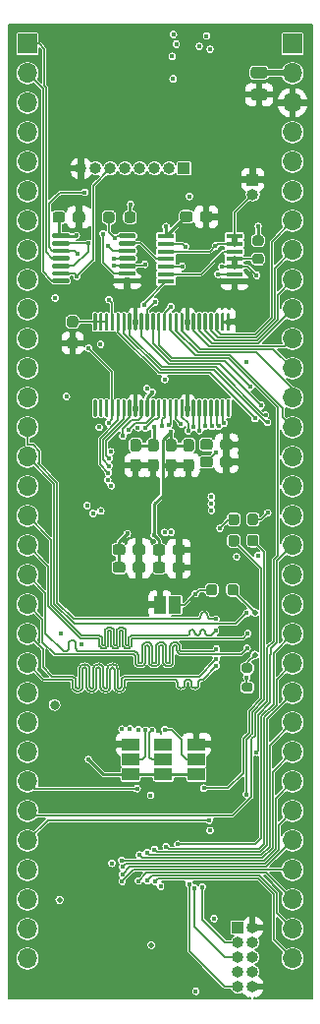
<source format=gbl>
G04 #@! TF.GenerationSoftware,KiCad,Pcbnew,(5.1.12)-1*
G04 #@! TF.CreationDate,2022-08-10T22:17:10-07:00*
G04 #@! TF.ProjectId,jbVeraHDMI,6a625665-7261-4484-944d-492e6b696361,rev?*
G04 #@! TF.SameCoordinates,Original*
G04 #@! TF.FileFunction,Copper,L4,Bot*
G04 #@! TF.FilePolarity,Positive*
%FSLAX46Y46*%
G04 Gerber Fmt 4.6, Leading zero omitted, Abs format (unit mm)*
G04 Created by KiCad (PCBNEW (5.1.12)-1) date 2022-08-10 22:17:10*
%MOMM*%
%LPD*%
G01*
G04 APERTURE LIST*
G04 #@! TA.AperFunction,ComponentPad*
%ADD10O,1.000000X1.000000*%
G04 #@! TD*
G04 #@! TA.AperFunction,ComponentPad*
%ADD11R,1.000000X1.000000*%
G04 #@! TD*
G04 #@! TA.AperFunction,SMDPad,CuDef*
%ADD12R,1.000000X1.500000*%
G04 #@! TD*
G04 #@! TA.AperFunction,SMDPad,CuDef*
%ADD13R,1.500000X1.000000*%
G04 #@! TD*
G04 #@! TA.AperFunction,ComponentPad*
%ADD14O,1.700000X1.700000*%
G04 #@! TD*
G04 #@! TA.AperFunction,ComponentPad*
%ADD15R,1.700000X1.700000*%
G04 #@! TD*
G04 #@! TA.AperFunction,SMDPad,CuDef*
%ADD16R,1.450000X0.450000*%
G04 #@! TD*
G04 #@! TA.AperFunction,ViaPad*
%ADD17C,0.450000*%
G04 #@! TD*
G04 #@! TA.AperFunction,ViaPad*
%ADD18C,0.800000*%
G04 #@! TD*
G04 #@! TA.AperFunction,ViaPad*
%ADD19C,0.500000*%
G04 #@! TD*
G04 #@! TA.AperFunction,Conductor*
%ADD20C,0.250000*%
G04 #@! TD*
G04 #@! TA.AperFunction,Conductor*
%ADD21C,0.127000*%
G04 #@! TD*
G04 #@! TA.AperFunction,Conductor*
%ADD22C,0.500000*%
G04 #@! TD*
G04 #@! TA.AperFunction,Conductor*
%ADD23C,0.100000*%
G04 #@! TD*
G04 APERTURE END LIST*
G04 #@! TA.AperFunction,SMDPad,CuDef*
G36*
G01*
X147704800Y-115692100D02*
X148179800Y-115692100D01*
G75*
G02*
X148417300Y-115929600I0J-237500D01*
G01*
X148417300Y-116429600D01*
G75*
G02*
X148179800Y-116667100I-237500J0D01*
G01*
X147704800Y-116667100D01*
G75*
G02*
X147467300Y-116429600I0J237500D01*
G01*
X147467300Y-115929600D01*
G75*
G02*
X147704800Y-115692100I237500J0D01*
G01*
G37*
G04 #@! TD.AperFunction*
G04 #@! TA.AperFunction,SMDPad,CuDef*
G36*
G01*
X147704800Y-113867100D02*
X148179800Y-113867100D01*
G75*
G02*
X148417300Y-114104600I0J-237500D01*
G01*
X148417300Y-114604600D01*
G75*
G02*
X148179800Y-114842100I-237500J0D01*
G01*
X147704800Y-114842100D01*
G75*
G02*
X147467300Y-114604600I0J237500D01*
G01*
X147467300Y-114104600D01*
G75*
G02*
X147704800Y-113867100I237500J0D01*
G01*
G37*
G04 #@! TD.AperFunction*
G04 #@! TA.AperFunction,SMDPad,CuDef*
G36*
G01*
X146066500Y-115715600D02*
X146541500Y-115715600D01*
G75*
G02*
X146779000Y-115953100I0J-237500D01*
G01*
X146779000Y-116453100D01*
G75*
G02*
X146541500Y-116690600I-237500J0D01*
G01*
X146066500Y-116690600D01*
G75*
G02*
X145829000Y-116453100I0J237500D01*
G01*
X145829000Y-115953100D01*
G75*
G02*
X146066500Y-115715600I237500J0D01*
G01*
G37*
G04 #@! TD.AperFunction*
G04 #@! TA.AperFunction,SMDPad,CuDef*
G36*
G01*
X146066500Y-113890600D02*
X146541500Y-113890600D01*
G75*
G02*
X146779000Y-114128100I0J-237500D01*
G01*
X146779000Y-114628100D01*
G75*
G02*
X146541500Y-114865600I-237500J0D01*
G01*
X146066500Y-114865600D01*
G75*
G02*
X145829000Y-114628100I0J237500D01*
G01*
X145829000Y-114128100D01*
G75*
G02*
X146066500Y-113890600I237500J0D01*
G01*
G37*
G04 #@! TD.AperFunction*
D10*
X133121400Y-84150200D03*
X134391400Y-84150200D03*
X135661400Y-84150200D03*
X136931400Y-84150200D03*
X138201400Y-84150200D03*
X139471400Y-84150200D03*
X140741400Y-84150200D03*
D11*
X142011400Y-84150200D03*
D10*
X147937220Y-86380320D03*
D11*
X147937220Y-85110320D03*
D10*
X147914360Y-154569160D03*
X146644360Y-154569160D03*
X147914360Y-153299160D03*
X146644360Y-153299160D03*
X147914360Y-152029160D03*
X146644360Y-152029160D03*
X147914360Y-150759160D03*
X146644360Y-150759160D03*
X147914360Y-149489160D03*
D11*
X146644360Y-149489160D03*
G04 #@! TA.AperFunction,SMDPad,CuDef*
G36*
G01*
X132635000Y-97845700D02*
X132160000Y-97845700D01*
G75*
G02*
X131922500Y-97608200I0J237500D01*
G01*
X131922500Y-97108200D01*
G75*
G02*
X132160000Y-96870700I237500J0D01*
G01*
X132635000Y-96870700D01*
G75*
G02*
X132872500Y-97108200I0J-237500D01*
G01*
X132872500Y-97608200D01*
G75*
G02*
X132635000Y-97845700I-237500J0D01*
G01*
G37*
G04 #@! TD.AperFunction*
G04 #@! TA.AperFunction,SMDPad,CuDef*
G36*
G01*
X132635000Y-99670700D02*
X132160000Y-99670700D01*
G75*
G02*
X131922500Y-99433200I0J237500D01*
G01*
X131922500Y-98933200D01*
G75*
G02*
X132160000Y-98695700I237500J0D01*
G01*
X132635000Y-98695700D01*
G75*
G02*
X132872500Y-98933200I0J-237500D01*
G01*
X132872500Y-99433200D01*
G75*
G02*
X132635000Y-99670700I-237500J0D01*
G01*
G37*
G04 #@! TD.AperFunction*
G04 #@! TA.AperFunction,SMDPad,CuDef*
G36*
G01*
X143391600Y-88540600D02*
X143391600Y-88065600D01*
G75*
G02*
X143629100Y-87828100I237500J0D01*
G01*
X144229100Y-87828100D01*
G75*
G02*
X144466600Y-88065600I0J-237500D01*
G01*
X144466600Y-88540600D01*
G75*
G02*
X144229100Y-88778100I-237500J0D01*
G01*
X143629100Y-88778100D01*
G75*
G02*
X143391600Y-88540600I0J237500D01*
G01*
G37*
G04 #@! TD.AperFunction*
G04 #@! TA.AperFunction,SMDPad,CuDef*
G36*
G01*
X141666600Y-88540600D02*
X141666600Y-88065600D01*
G75*
G02*
X141904100Y-87828100I237500J0D01*
G01*
X142504100Y-87828100D01*
G75*
G02*
X142741600Y-88065600I0J-237500D01*
G01*
X142741600Y-88540600D01*
G75*
G02*
X142504100Y-88778100I-237500J0D01*
G01*
X141904100Y-88778100D01*
G75*
G02*
X141666600Y-88540600I0J237500D01*
G01*
G37*
G04 #@! TD.AperFunction*
G04 #@! TA.AperFunction,SMDPad,CuDef*
G36*
G01*
X132134400Y-89844900D02*
X132134400Y-90044900D01*
G75*
G02*
X132034400Y-90144900I-100000J0D01*
G01*
X130759400Y-90144900D01*
G75*
G02*
X130659400Y-90044900I0J100000D01*
G01*
X130659400Y-89844900D01*
G75*
G02*
X130759400Y-89744900I100000J0D01*
G01*
X132034400Y-89744900D01*
G75*
G02*
X132134400Y-89844900I0J-100000D01*
G01*
G37*
G04 #@! TD.AperFunction*
G04 #@! TA.AperFunction,SMDPad,CuDef*
G36*
G01*
X132134400Y-90494900D02*
X132134400Y-90694900D01*
G75*
G02*
X132034400Y-90794900I-100000J0D01*
G01*
X130759400Y-90794900D01*
G75*
G02*
X130659400Y-90694900I0J100000D01*
G01*
X130659400Y-90494900D01*
G75*
G02*
X130759400Y-90394900I100000J0D01*
G01*
X132034400Y-90394900D01*
G75*
G02*
X132134400Y-90494900I0J-100000D01*
G01*
G37*
G04 #@! TD.AperFunction*
G04 #@! TA.AperFunction,SMDPad,CuDef*
G36*
G01*
X132134400Y-91144900D02*
X132134400Y-91344900D01*
G75*
G02*
X132034400Y-91444900I-100000J0D01*
G01*
X130759400Y-91444900D01*
G75*
G02*
X130659400Y-91344900I0J100000D01*
G01*
X130659400Y-91144900D01*
G75*
G02*
X130759400Y-91044900I100000J0D01*
G01*
X132034400Y-91044900D01*
G75*
G02*
X132134400Y-91144900I0J-100000D01*
G01*
G37*
G04 #@! TD.AperFunction*
G04 #@! TA.AperFunction,SMDPad,CuDef*
G36*
G01*
X132134400Y-91794900D02*
X132134400Y-91994900D01*
G75*
G02*
X132034400Y-92094900I-100000J0D01*
G01*
X130759400Y-92094900D01*
G75*
G02*
X130659400Y-91994900I0J100000D01*
G01*
X130659400Y-91794900D01*
G75*
G02*
X130759400Y-91694900I100000J0D01*
G01*
X132034400Y-91694900D01*
G75*
G02*
X132134400Y-91794900I0J-100000D01*
G01*
G37*
G04 #@! TD.AperFunction*
G04 #@! TA.AperFunction,SMDPad,CuDef*
G36*
G01*
X132134400Y-92444900D02*
X132134400Y-92644900D01*
G75*
G02*
X132034400Y-92744900I-100000J0D01*
G01*
X130759400Y-92744900D01*
G75*
G02*
X130659400Y-92644900I0J100000D01*
G01*
X130659400Y-92444900D01*
G75*
G02*
X130759400Y-92344900I100000J0D01*
G01*
X132034400Y-92344900D01*
G75*
G02*
X132134400Y-92444900I0J-100000D01*
G01*
G37*
G04 #@! TD.AperFunction*
G04 #@! TA.AperFunction,SMDPad,CuDef*
G36*
G01*
X132134400Y-93094900D02*
X132134400Y-93294900D01*
G75*
G02*
X132034400Y-93394900I-100000J0D01*
G01*
X130759400Y-93394900D01*
G75*
G02*
X130659400Y-93294900I0J100000D01*
G01*
X130659400Y-93094900D01*
G75*
G02*
X130759400Y-92994900I100000J0D01*
G01*
X132034400Y-92994900D01*
G75*
G02*
X132134400Y-93094900I0J-100000D01*
G01*
G37*
G04 #@! TD.AperFunction*
G04 #@! TA.AperFunction,SMDPad,CuDef*
G36*
G01*
X132134400Y-93744900D02*
X132134400Y-93944900D01*
G75*
G02*
X132034400Y-94044900I-100000J0D01*
G01*
X130759400Y-94044900D01*
G75*
G02*
X130659400Y-93944900I0J100000D01*
G01*
X130659400Y-93744900D01*
G75*
G02*
X130759400Y-93644900I100000J0D01*
G01*
X132034400Y-93644900D01*
G75*
G02*
X132134400Y-93744900I0J-100000D01*
G01*
G37*
G04 #@! TD.AperFunction*
G04 #@! TA.AperFunction,SMDPad,CuDef*
G36*
G01*
X137859400Y-93744900D02*
X137859400Y-93944900D01*
G75*
G02*
X137759400Y-94044900I-100000J0D01*
G01*
X136484400Y-94044900D01*
G75*
G02*
X136384400Y-93944900I0J100000D01*
G01*
X136384400Y-93744900D01*
G75*
G02*
X136484400Y-93644900I100000J0D01*
G01*
X137759400Y-93644900D01*
G75*
G02*
X137859400Y-93744900I0J-100000D01*
G01*
G37*
G04 #@! TD.AperFunction*
G04 #@! TA.AperFunction,SMDPad,CuDef*
G36*
G01*
X137859400Y-93094900D02*
X137859400Y-93294900D01*
G75*
G02*
X137759400Y-93394900I-100000J0D01*
G01*
X136484400Y-93394900D01*
G75*
G02*
X136384400Y-93294900I0J100000D01*
G01*
X136384400Y-93094900D01*
G75*
G02*
X136484400Y-92994900I100000J0D01*
G01*
X137759400Y-92994900D01*
G75*
G02*
X137859400Y-93094900I0J-100000D01*
G01*
G37*
G04 #@! TD.AperFunction*
G04 #@! TA.AperFunction,SMDPad,CuDef*
G36*
G01*
X137859400Y-92444900D02*
X137859400Y-92644900D01*
G75*
G02*
X137759400Y-92744900I-100000J0D01*
G01*
X136484400Y-92744900D01*
G75*
G02*
X136384400Y-92644900I0J100000D01*
G01*
X136384400Y-92444900D01*
G75*
G02*
X136484400Y-92344900I100000J0D01*
G01*
X137759400Y-92344900D01*
G75*
G02*
X137859400Y-92444900I0J-100000D01*
G01*
G37*
G04 #@! TD.AperFunction*
G04 #@! TA.AperFunction,SMDPad,CuDef*
G36*
G01*
X137859400Y-91794900D02*
X137859400Y-91994900D01*
G75*
G02*
X137759400Y-92094900I-100000J0D01*
G01*
X136484400Y-92094900D01*
G75*
G02*
X136384400Y-91994900I0J100000D01*
G01*
X136384400Y-91794900D01*
G75*
G02*
X136484400Y-91694900I100000J0D01*
G01*
X137759400Y-91694900D01*
G75*
G02*
X137859400Y-91794900I0J-100000D01*
G01*
G37*
G04 #@! TD.AperFunction*
G04 #@! TA.AperFunction,SMDPad,CuDef*
G36*
G01*
X137859400Y-91144900D02*
X137859400Y-91344900D01*
G75*
G02*
X137759400Y-91444900I-100000J0D01*
G01*
X136484400Y-91444900D01*
G75*
G02*
X136384400Y-91344900I0J100000D01*
G01*
X136384400Y-91144900D01*
G75*
G02*
X136484400Y-91044900I100000J0D01*
G01*
X137759400Y-91044900D01*
G75*
G02*
X137859400Y-91144900I0J-100000D01*
G01*
G37*
G04 #@! TD.AperFunction*
G04 #@! TA.AperFunction,SMDPad,CuDef*
G36*
G01*
X137859400Y-90494900D02*
X137859400Y-90694900D01*
G75*
G02*
X137759400Y-90794900I-100000J0D01*
G01*
X136484400Y-90794900D01*
G75*
G02*
X136384400Y-90694900I0J100000D01*
G01*
X136384400Y-90494900D01*
G75*
G02*
X136484400Y-90394900I100000J0D01*
G01*
X137759400Y-90394900D01*
G75*
G02*
X137859400Y-90494900I0J-100000D01*
G01*
G37*
G04 #@! TD.AperFunction*
G04 #@! TA.AperFunction,SMDPad,CuDef*
G36*
G01*
X137859400Y-89844900D02*
X137859400Y-90044900D01*
G75*
G02*
X137759400Y-90144900I-100000J0D01*
G01*
X136484400Y-90144900D01*
G75*
G02*
X136384400Y-90044900I0J100000D01*
G01*
X136384400Y-89844900D01*
G75*
G02*
X136484400Y-89744900I100000J0D01*
G01*
X137759400Y-89744900D01*
G75*
G02*
X137859400Y-89844900I0J-100000D01*
G01*
G37*
G04 #@! TD.AperFunction*
G04 #@! TA.AperFunction,SMDPad,CuDef*
G36*
G01*
X132401020Y-88583780D02*
X132401020Y-88108780D01*
G75*
G02*
X132638520Y-87871280I237500J0D01*
G01*
X133238520Y-87871280D01*
G75*
G02*
X133476020Y-88108780I0J-237500D01*
G01*
X133476020Y-88583780D01*
G75*
G02*
X133238520Y-88821280I-237500J0D01*
G01*
X132638520Y-88821280D01*
G75*
G02*
X132401020Y-88583780I0J237500D01*
G01*
G37*
G04 #@! TD.AperFunction*
G04 #@! TA.AperFunction,SMDPad,CuDef*
G36*
G01*
X130676020Y-88583780D02*
X130676020Y-88108780D01*
G75*
G02*
X130913520Y-87871280I237500J0D01*
G01*
X131513520Y-87871280D01*
G75*
G02*
X131751020Y-88108780I0J-237500D01*
G01*
X131751020Y-88583780D01*
G75*
G02*
X131513520Y-88821280I-237500J0D01*
G01*
X130913520Y-88821280D01*
G75*
G02*
X130676020Y-88583780I0J237500D01*
G01*
G37*
G04 #@! TD.AperFunction*
G04 #@! TA.AperFunction,SMDPad,CuDef*
G36*
G01*
X148013400Y-77295200D02*
X148963400Y-77295200D01*
G75*
G02*
X149213400Y-77545200I0J-250000D01*
G01*
X149213400Y-78045200D01*
G75*
G02*
X148963400Y-78295200I-250000J0D01*
G01*
X148013400Y-78295200D01*
G75*
G02*
X147763400Y-78045200I0J250000D01*
G01*
X147763400Y-77545200D01*
G75*
G02*
X148013400Y-77295200I250000J0D01*
G01*
G37*
G04 #@! TD.AperFunction*
G04 #@! TA.AperFunction,SMDPad,CuDef*
G36*
G01*
X148013400Y-75395200D02*
X148963400Y-75395200D01*
G75*
G02*
X149213400Y-75645200I0J-250000D01*
G01*
X149213400Y-76145200D01*
G75*
G02*
X148963400Y-76395200I-250000J0D01*
G01*
X148013400Y-76395200D01*
G75*
G02*
X147763400Y-76145200I0J250000D01*
G01*
X147763400Y-75645200D01*
G75*
G02*
X148013400Y-75395200I250000J0D01*
G01*
G37*
G04 #@! TD.AperFunction*
G04 #@! TA.AperFunction,SMDPad,CuDef*
G36*
G01*
X142167600Y-109162900D02*
X142642600Y-109162900D01*
G75*
G02*
X142880100Y-109400400I0J-237500D01*
G01*
X142880100Y-110000400D01*
G75*
G02*
X142642600Y-110237900I-237500J0D01*
G01*
X142167600Y-110237900D01*
G75*
G02*
X141930100Y-110000400I0J237500D01*
G01*
X141930100Y-109400400D01*
G75*
G02*
X142167600Y-109162900I237500J0D01*
G01*
G37*
G04 #@! TD.AperFunction*
G04 #@! TA.AperFunction,SMDPad,CuDef*
G36*
G01*
X142167600Y-107437900D02*
X142642600Y-107437900D01*
G75*
G02*
X142880100Y-107675400I0J-237500D01*
G01*
X142880100Y-108275400D01*
G75*
G02*
X142642600Y-108512900I-237500J0D01*
G01*
X142167600Y-108512900D01*
G75*
G02*
X141930100Y-108275400I0J237500D01*
G01*
X141930100Y-107675400D01*
G75*
G02*
X142167600Y-107437900I237500J0D01*
G01*
G37*
G04 #@! TD.AperFunction*
G04 #@! TA.AperFunction,SMDPad,CuDef*
G36*
G01*
X140643600Y-109164000D02*
X141118600Y-109164000D01*
G75*
G02*
X141356100Y-109401500I0J-237500D01*
G01*
X141356100Y-110001500D01*
G75*
G02*
X141118600Y-110239000I-237500J0D01*
G01*
X140643600Y-110239000D01*
G75*
G02*
X140406100Y-110001500I0J237500D01*
G01*
X140406100Y-109401500D01*
G75*
G02*
X140643600Y-109164000I237500J0D01*
G01*
G37*
G04 #@! TD.AperFunction*
G04 #@! TA.AperFunction,SMDPad,CuDef*
G36*
G01*
X140643600Y-107439000D02*
X141118600Y-107439000D01*
G75*
G02*
X141356100Y-107676500I0J-237500D01*
G01*
X141356100Y-108276500D01*
G75*
G02*
X141118600Y-108514000I-237500J0D01*
G01*
X140643600Y-108514000D01*
G75*
G02*
X140406100Y-108276500I0J237500D01*
G01*
X140406100Y-107676500D01*
G75*
G02*
X140643600Y-107439000I237500J0D01*
G01*
G37*
G04 #@! TD.AperFunction*
G04 #@! TA.AperFunction,SMDPad,CuDef*
G36*
G01*
X137595600Y-109162900D02*
X138070600Y-109162900D01*
G75*
G02*
X138308100Y-109400400I0J-237500D01*
G01*
X138308100Y-110000400D01*
G75*
G02*
X138070600Y-110237900I-237500J0D01*
G01*
X137595600Y-110237900D01*
G75*
G02*
X137358100Y-110000400I0J237500D01*
G01*
X137358100Y-109400400D01*
G75*
G02*
X137595600Y-109162900I237500J0D01*
G01*
G37*
G04 #@! TD.AperFunction*
G04 #@! TA.AperFunction,SMDPad,CuDef*
G36*
G01*
X137595600Y-107437900D02*
X138070600Y-107437900D01*
G75*
G02*
X138308100Y-107675400I0J-237500D01*
G01*
X138308100Y-108275400D01*
G75*
G02*
X138070600Y-108512900I-237500J0D01*
G01*
X137595600Y-108512900D01*
G75*
G02*
X137358100Y-108275400I0J237500D01*
G01*
X137358100Y-107675400D01*
G75*
G02*
X137595600Y-107437900I237500J0D01*
G01*
G37*
G04 #@! TD.AperFunction*
G04 #@! TA.AperFunction,SMDPad,CuDef*
G36*
G01*
X139119600Y-109165100D02*
X139594600Y-109165100D01*
G75*
G02*
X139832100Y-109402600I0J-237500D01*
G01*
X139832100Y-110002600D01*
G75*
G02*
X139594600Y-110240100I-237500J0D01*
G01*
X139119600Y-110240100D01*
G75*
G02*
X138882100Y-110002600I0J237500D01*
G01*
X138882100Y-109402600D01*
G75*
G02*
X139119600Y-109165100I237500J0D01*
G01*
G37*
G04 #@! TD.AperFunction*
G04 #@! TA.AperFunction,SMDPad,CuDef*
G36*
G01*
X139119600Y-107440100D02*
X139594600Y-107440100D01*
G75*
G02*
X139832100Y-107677600I0J-237500D01*
G01*
X139832100Y-108277600D01*
G75*
G02*
X139594600Y-108515100I-237500J0D01*
G01*
X139119600Y-108515100D01*
G75*
G02*
X138882100Y-108277600I0J237500D01*
G01*
X138882100Y-107677600D01*
G75*
G02*
X139119600Y-107440100I237500J0D01*
G01*
G37*
G04 #@! TD.AperFunction*
G04 #@! TA.AperFunction,SMDPad,CuDef*
G36*
G01*
X145129300Y-108149400D02*
X145129300Y-107674400D01*
G75*
G02*
X145366800Y-107436900I237500J0D01*
G01*
X145966800Y-107436900D01*
G75*
G02*
X146204300Y-107674400I0J-237500D01*
G01*
X146204300Y-108149400D01*
G75*
G02*
X145966800Y-108386900I-237500J0D01*
G01*
X145366800Y-108386900D01*
G75*
G02*
X145129300Y-108149400I0J237500D01*
G01*
G37*
G04 #@! TD.AperFunction*
G04 #@! TA.AperFunction,SMDPad,CuDef*
G36*
G01*
X143404300Y-108149400D02*
X143404300Y-107674400D01*
G75*
G02*
X143641800Y-107436900I237500J0D01*
G01*
X144241800Y-107436900D01*
G75*
G02*
X144479300Y-107674400I0J-237500D01*
G01*
X144479300Y-108149400D01*
G75*
G02*
X144241800Y-108386900I-237500J0D01*
G01*
X143641800Y-108386900D01*
G75*
G02*
X143404300Y-108149400I0J237500D01*
G01*
G37*
G04 #@! TD.AperFunction*
G04 #@! TA.AperFunction,SMDPad,CuDef*
G36*
G01*
X145131500Y-109648000D02*
X145131500Y-109173000D01*
G75*
G02*
X145369000Y-108935500I237500J0D01*
G01*
X145969000Y-108935500D01*
G75*
G02*
X146206500Y-109173000I0J-237500D01*
G01*
X146206500Y-109648000D01*
G75*
G02*
X145969000Y-109885500I-237500J0D01*
G01*
X145369000Y-109885500D01*
G75*
G02*
X145131500Y-109648000I0J237500D01*
G01*
G37*
G04 #@! TD.AperFunction*
G04 #@! TA.AperFunction,SMDPad,CuDef*
G36*
G01*
X143406500Y-109648000D02*
X143406500Y-109173000D01*
G75*
G02*
X143644000Y-108935500I237500J0D01*
G01*
X144244000Y-108935500D01*
G75*
G02*
X144481500Y-109173000I0J-237500D01*
G01*
X144481500Y-109648000D01*
G75*
G02*
X144244000Y-109885500I-237500J0D01*
G01*
X143644000Y-109885500D01*
G75*
G02*
X143406500Y-109648000I0J237500D01*
G01*
G37*
G04 #@! TD.AperFunction*
G04 #@! TA.AperFunction,SMDPad,CuDef*
G36*
G01*
X141039900Y-118741200D02*
X141039900Y-118266200D01*
G75*
G02*
X141277400Y-118028700I237500J0D01*
G01*
X141877400Y-118028700D01*
G75*
G02*
X142114900Y-118266200I0J-237500D01*
G01*
X142114900Y-118741200D01*
G75*
G02*
X141877400Y-118978700I-237500J0D01*
G01*
X141277400Y-118978700D01*
G75*
G02*
X141039900Y-118741200I0J237500D01*
G01*
G37*
G04 #@! TD.AperFunction*
G04 #@! TA.AperFunction,SMDPad,CuDef*
G36*
G01*
X139314900Y-118741200D02*
X139314900Y-118266200D01*
G75*
G02*
X139552400Y-118028700I237500J0D01*
G01*
X140152400Y-118028700D01*
G75*
G02*
X140389900Y-118266200I0J-237500D01*
G01*
X140389900Y-118741200D01*
G75*
G02*
X140152400Y-118978700I-237500J0D01*
G01*
X139552400Y-118978700D01*
G75*
G02*
X139314900Y-118741200I0J237500D01*
G01*
G37*
G04 #@! TD.AperFunction*
G04 #@! TA.AperFunction,SMDPad,CuDef*
G36*
G01*
X141041000Y-117217200D02*
X141041000Y-116742200D01*
G75*
G02*
X141278500Y-116504700I237500J0D01*
G01*
X141878500Y-116504700D01*
G75*
G02*
X142116000Y-116742200I0J-237500D01*
G01*
X142116000Y-117217200D01*
G75*
G02*
X141878500Y-117454700I-237500J0D01*
G01*
X141278500Y-117454700D01*
G75*
G02*
X141041000Y-117217200I0J237500D01*
G01*
G37*
G04 #@! TD.AperFunction*
G04 #@! TA.AperFunction,SMDPad,CuDef*
G36*
G01*
X139316000Y-117217200D02*
X139316000Y-116742200D01*
G75*
G02*
X139553500Y-116504700I237500J0D01*
G01*
X140153500Y-116504700D01*
G75*
G02*
X140391000Y-116742200I0J-237500D01*
G01*
X140391000Y-117217200D01*
G75*
G02*
X140153500Y-117454700I-237500J0D01*
G01*
X139553500Y-117454700D01*
G75*
G02*
X139316000Y-117217200I0J237500D01*
G01*
G37*
G04 #@! TD.AperFunction*
G04 #@! TA.AperFunction,SMDPad,CuDef*
G36*
G01*
X137585500Y-118728500D02*
X137585500Y-118253500D01*
G75*
G02*
X137823000Y-118016000I237500J0D01*
G01*
X138423000Y-118016000D01*
G75*
G02*
X138660500Y-118253500I0J-237500D01*
G01*
X138660500Y-118728500D01*
G75*
G02*
X138423000Y-118966000I-237500J0D01*
G01*
X137823000Y-118966000D01*
G75*
G02*
X137585500Y-118728500I0J237500D01*
G01*
G37*
G04 #@! TD.AperFunction*
G04 #@! TA.AperFunction,SMDPad,CuDef*
G36*
G01*
X135860500Y-118728500D02*
X135860500Y-118253500D01*
G75*
G02*
X136098000Y-118016000I237500J0D01*
G01*
X136698000Y-118016000D01*
G75*
G02*
X136935500Y-118253500I0J-237500D01*
G01*
X136935500Y-118728500D01*
G75*
G02*
X136698000Y-118966000I-237500J0D01*
G01*
X136098000Y-118966000D01*
G75*
G02*
X135860500Y-118728500I0J237500D01*
G01*
G37*
G04 #@! TD.AperFunction*
G04 #@! TA.AperFunction,SMDPad,CuDef*
G36*
G01*
X137585500Y-117204500D02*
X137585500Y-116729500D01*
G75*
G02*
X137823000Y-116492000I237500J0D01*
G01*
X138423000Y-116492000D01*
G75*
G02*
X138660500Y-116729500I0J-237500D01*
G01*
X138660500Y-117204500D01*
G75*
G02*
X138423000Y-117442000I-237500J0D01*
G01*
X137823000Y-117442000D01*
G75*
G02*
X137585500Y-117204500I0J237500D01*
G01*
G37*
G04 #@! TD.AperFunction*
G04 #@! TA.AperFunction,SMDPad,CuDef*
G36*
G01*
X135860500Y-117204500D02*
X135860500Y-116729500D01*
G75*
G02*
X136098000Y-116492000I237500J0D01*
G01*
X136698000Y-116492000D01*
G75*
G02*
X136935500Y-116729500I0J-237500D01*
G01*
X136935500Y-117204500D01*
G75*
G02*
X136698000Y-117442000I-237500J0D01*
G01*
X136098000Y-117442000D01*
G75*
G02*
X135860500Y-117204500I0J237500D01*
G01*
G37*
G04 #@! TD.AperFunction*
G04 #@! TA.AperFunction,SMDPad,CuDef*
G36*
G01*
X136016180Y-88118940D02*
X136016180Y-88593940D01*
G75*
G02*
X135778680Y-88831440I-237500J0D01*
G01*
X135278680Y-88831440D01*
G75*
G02*
X135041180Y-88593940I0J237500D01*
G01*
X135041180Y-88118940D01*
G75*
G02*
X135278680Y-87881440I237500J0D01*
G01*
X135778680Y-87881440D01*
G75*
G02*
X136016180Y-88118940I0J-237500D01*
G01*
G37*
G04 #@! TD.AperFunction*
G04 #@! TA.AperFunction,SMDPad,CuDef*
G36*
G01*
X137841180Y-88118940D02*
X137841180Y-88593940D01*
G75*
G02*
X137603680Y-88831440I-237500J0D01*
G01*
X137103680Y-88831440D01*
G75*
G02*
X136866180Y-88593940I0J237500D01*
G01*
X136866180Y-88118940D01*
G75*
G02*
X137103680Y-87881440I237500J0D01*
G01*
X137603680Y-87881440D01*
G75*
G02*
X137841180Y-88118940I0J-237500D01*
G01*
G37*
G04 #@! TD.AperFunction*
G04 #@! TA.AperFunction,SMDPad,CuDef*
G36*
G01*
X145740300Y-120658900D02*
X145740300Y-120183900D01*
G75*
G02*
X145977800Y-119946400I237500J0D01*
G01*
X146477800Y-119946400D01*
G75*
G02*
X146715300Y-120183900I0J-237500D01*
G01*
X146715300Y-120658900D01*
G75*
G02*
X146477800Y-120896400I-237500J0D01*
G01*
X145977800Y-120896400D01*
G75*
G02*
X145740300Y-120658900I0J237500D01*
G01*
G37*
G04 #@! TD.AperFunction*
G04 #@! TA.AperFunction,SMDPad,CuDef*
G36*
G01*
X143915300Y-120658900D02*
X143915300Y-120183900D01*
G75*
G02*
X144152800Y-119946400I237500J0D01*
G01*
X144652800Y-119946400D01*
G75*
G02*
X144890300Y-120183900I0J-237500D01*
G01*
X144890300Y-120658900D01*
G75*
G02*
X144652800Y-120896400I-237500J0D01*
G01*
X144152800Y-120896400D01*
G75*
G02*
X143915300Y-120658900I0J237500D01*
G01*
G37*
G04 #@! TD.AperFunction*
D12*
X141249400Y-121691400D03*
X139949400Y-121691400D03*
G04 #@! TA.AperFunction,SMDPad,CuDef*
G36*
G01*
X147184700Y-128402400D02*
X147734700Y-128402400D01*
G75*
G02*
X147934700Y-128602400I0J-200000D01*
G01*
X147934700Y-129002400D01*
G75*
G02*
X147734700Y-129202400I-200000J0D01*
G01*
X147184700Y-129202400D01*
G75*
G02*
X146984700Y-129002400I0J200000D01*
G01*
X146984700Y-128602400D01*
G75*
G02*
X147184700Y-128402400I200000J0D01*
G01*
G37*
G04 #@! TD.AperFunction*
G04 #@! TA.AperFunction,SMDPad,CuDef*
G36*
G01*
X147184700Y-126752400D02*
X147734700Y-126752400D01*
G75*
G02*
X147934700Y-126952400I0J-200000D01*
G01*
X147934700Y-127352400D01*
G75*
G02*
X147734700Y-127552400I-200000J0D01*
G01*
X147184700Y-127552400D01*
G75*
G02*
X146984700Y-127352400I0J200000D01*
G01*
X146984700Y-126952400D01*
G75*
G02*
X147184700Y-126752400I200000J0D01*
G01*
G37*
G04 #@! TD.AperFunction*
D13*
X137388600Y-133713700D03*
X137388600Y-135013700D03*
X137388600Y-136313700D03*
X140233400Y-133713700D03*
X140233400Y-135013700D03*
X140233400Y-136313700D03*
X143078200Y-133718300D03*
X143078200Y-135018300D03*
X143078200Y-136318300D03*
G04 #@! TA.AperFunction,SMDPad,CuDef*
G36*
G01*
X145906000Y-98091600D02*
X145756000Y-98091600D01*
G75*
G02*
X145681000Y-98016600I0J75000D01*
G01*
X145681000Y-96691600D01*
G75*
G02*
X145756000Y-96616600I75000J0D01*
G01*
X145906000Y-96616600D01*
G75*
G02*
X145981000Y-96691600I0J-75000D01*
G01*
X145981000Y-98016600D01*
G75*
G02*
X145906000Y-98091600I-75000J0D01*
G01*
G37*
G04 #@! TD.AperFunction*
G04 #@! TA.AperFunction,SMDPad,CuDef*
G36*
G01*
X145406000Y-98091600D02*
X145256000Y-98091600D01*
G75*
G02*
X145181000Y-98016600I0J75000D01*
G01*
X145181000Y-96691600D01*
G75*
G02*
X145256000Y-96616600I75000J0D01*
G01*
X145406000Y-96616600D01*
G75*
G02*
X145481000Y-96691600I0J-75000D01*
G01*
X145481000Y-98016600D01*
G75*
G02*
X145406000Y-98091600I-75000J0D01*
G01*
G37*
G04 #@! TD.AperFunction*
G04 #@! TA.AperFunction,SMDPad,CuDef*
G36*
G01*
X144906000Y-98091600D02*
X144756000Y-98091600D01*
G75*
G02*
X144681000Y-98016600I0J75000D01*
G01*
X144681000Y-96691600D01*
G75*
G02*
X144756000Y-96616600I75000J0D01*
G01*
X144906000Y-96616600D01*
G75*
G02*
X144981000Y-96691600I0J-75000D01*
G01*
X144981000Y-98016600D01*
G75*
G02*
X144906000Y-98091600I-75000J0D01*
G01*
G37*
G04 #@! TD.AperFunction*
G04 #@! TA.AperFunction,SMDPad,CuDef*
G36*
G01*
X144406000Y-98091600D02*
X144256000Y-98091600D01*
G75*
G02*
X144181000Y-98016600I0J75000D01*
G01*
X144181000Y-96691600D01*
G75*
G02*
X144256000Y-96616600I75000J0D01*
G01*
X144406000Y-96616600D01*
G75*
G02*
X144481000Y-96691600I0J-75000D01*
G01*
X144481000Y-98016600D01*
G75*
G02*
X144406000Y-98091600I-75000J0D01*
G01*
G37*
G04 #@! TD.AperFunction*
G04 #@! TA.AperFunction,SMDPad,CuDef*
G36*
G01*
X143906000Y-98091600D02*
X143756000Y-98091600D01*
G75*
G02*
X143681000Y-98016600I0J75000D01*
G01*
X143681000Y-96691600D01*
G75*
G02*
X143756000Y-96616600I75000J0D01*
G01*
X143906000Y-96616600D01*
G75*
G02*
X143981000Y-96691600I0J-75000D01*
G01*
X143981000Y-98016600D01*
G75*
G02*
X143906000Y-98091600I-75000J0D01*
G01*
G37*
G04 #@! TD.AperFunction*
G04 #@! TA.AperFunction,SMDPad,CuDef*
G36*
G01*
X143406000Y-98091600D02*
X143256000Y-98091600D01*
G75*
G02*
X143181000Y-98016600I0J75000D01*
G01*
X143181000Y-96691600D01*
G75*
G02*
X143256000Y-96616600I75000J0D01*
G01*
X143406000Y-96616600D01*
G75*
G02*
X143481000Y-96691600I0J-75000D01*
G01*
X143481000Y-98016600D01*
G75*
G02*
X143406000Y-98091600I-75000J0D01*
G01*
G37*
G04 #@! TD.AperFunction*
G04 #@! TA.AperFunction,SMDPad,CuDef*
G36*
G01*
X142906000Y-98091600D02*
X142756000Y-98091600D01*
G75*
G02*
X142681000Y-98016600I0J75000D01*
G01*
X142681000Y-96691600D01*
G75*
G02*
X142756000Y-96616600I75000J0D01*
G01*
X142906000Y-96616600D01*
G75*
G02*
X142981000Y-96691600I0J-75000D01*
G01*
X142981000Y-98016600D01*
G75*
G02*
X142906000Y-98091600I-75000J0D01*
G01*
G37*
G04 #@! TD.AperFunction*
G04 #@! TA.AperFunction,SMDPad,CuDef*
G36*
G01*
X142406000Y-98091600D02*
X142256000Y-98091600D01*
G75*
G02*
X142181000Y-98016600I0J75000D01*
G01*
X142181000Y-96691600D01*
G75*
G02*
X142256000Y-96616600I75000J0D01*
G01*
X142406000Y-96616600D01*
G75*
G02*
X142481000Y-96691600I0J-75000D01*
G01*
X142481000Y-98016600D01*
G75*
G02*
X142406000Y-98091600I-75000J0D01*
G01*
G37*
G04 #@! TD.AperFunction*
G04 #@! TA.AperFunction,SMDPad,CuDef*
G36*
G01*
X141906000Y-98091600D02*
X141756000Y-98091600D01*
G75*
G02*
X141681000Y-98016600I0J75000D01*
G01*
X141681000Y-96691600D01*
G75*
G02*
X141756000Y-96616600I75000J0D01*
G01*
X141906000Y-96616600D01*
G75*
G02*
X141981000Y-96691600I0J-75000D01*
G01*
X141981000Y-98016600D01*
G75*
G02*
X141906000Y-98091600I-75000J0D01*
G01*
G37*
G04 #@! TD.AperFunction*
G04 #@! TA.AperFunction,SMDPad,CuDef*
G36*
G01*
X141406000Y-98091600D02*
X141256000Y-98091600D01*
G75*
G02*
X141181000Y-98016600I0J75000D01*
G01*
X141181000Y-96691600D01*
G75*
G02*
X141256000Y-96616600I75000J0D01*
G01*
X141406000Y-96616600D01*
G75*
G02*
X141481000Y-96691600I0J-75000D01*
G01*
X141481000Y-98016600D01*
G75*
G02*
X141406000Y-98091600I-75000J0D01*
G01*
G37*
G04 #@! TD.AperFunction*
G04 #@! TA.AperFunction,SMDPad,CuDef*
G36*
G01*
X140906000Y-98091600D02*
X140756000Y-98091600D01*
G75*
G02*
X140681000Y-98016600I0J75000D01*
G01*
X140681000Y-96691600D01*
G75*
G02*
X140756000Y-96616600I75000J0D01*
G01*
X140906000Y-96616600D01*
G75*
G02*
X140981000Y-96691600I0J-75000D01*
G01*
X140981000Y-98016600D01*
G75*
G02*
X140906000Y-98091600I-75000J0D01*
G01*
G37*
G04 #@! TD.AperFunction*
G04 #@! TA.AperFunction,SMDPad,CuDef*
G36*
G01*
X140406000Y-98091600D02*
X140256000Y-98091600D01*
G75*
G02*
X140181000Y-98016600I0J75000D01*
G01*
X140181000Y-96691600D01*
G75*
G02*
X140256000Y-96616600I75000J0D01*
G01*
X140406000Y-96616600D01*
G75*
G02*
X140481000Y-96691600I0J-75000D01*
G01*
X140481000Y-98016600D01*
G75*
G02*
X140406000Y-98091600I-75000J0D01*
G01*
G37*
G04 #@! TD.AperFunction*
G04 #@! TA.AperFunction,SMDPad,CuDef*
G36*
G01*
X139906000Y-98091600D02*
X139756000Y-98091600D01*
G75*
G02*
X139681000Y-98016600I0J75000D01*
G01*
X139681000Y-96691600D01*
G75*
G02*
X139756000Y-96616600I75000J0D01*
G01*
X139906000Y-96616600D01*
G75*
G02*
X139981000Y-96691600I0J-75000D01*
G01*
X139981000Y-98016600D01*
G75*
G02*
X139906000Y-98091600I-75000J0D01*
G01*
G37*
G04 #@! TD.AperFunction*
G04 #@! TA.AperFunction,SMDPad,CuDef*
G36*
G01*
X139406000Y-98091600D02*
X139256000Y-98091600D01*
G75*
G02*
X139181000Y-98016600I0J75000D01*
G01*
X139181000Y-96691600D01*
G75*
G02*
X139256000Y-96616600I75000J0D01*
G01*
X139406000Y-96616600D01*
G75*
G02*
X139481000Y-96691600I0J-75000D01*
G01*
X139481000Y-98016600D01*
G75*
G02*
X139406000Y-98091600I-75000J0D01*
G01*
G37*
G04 #@! TD.AperFunction*
G04 #@! TA.AperFunction,SMDPad,CuDef*
G36*
G01*
X138906000Y-98091600D02*
X138756000Y-98091600D01*
G75*
G02*
X138681000Y-98016600I0J75000D01*
G01*
X138681000Y-96691600D01*
G75*
G02*
X138756000Y-96616600I75000J0D01*
G01*
X138906000Y-96616600D01*
G75*
G02*
X138981000Y-96691600I0J-75000D01*
G01*
X138981000Y-98016600D01*
G75*
G02*
X138906000Y-98091600I-75000J0D01*
G01*
G37*
G04 #@! TD.AperFunction*
G04 #@! TA.AperFunction,SMDPad,CuDef*
G36*
G01*
X138406000Y-98091600D02*
X138256000Y-98091600D01*
G75*
G02*
X138181000Y-98016600I0J75000D01*
G01*
X138181000Y-96691600D01*
G75*
G02*
X138256000Y-96616600I75000J0D01*
G01*
X138406000Y-96616600D01*
G75*
G02*
X138481000Y-96691600I0J-75000D01*
G01*
X138481000Y-98016600D01*
G75*
G02*
X138406000Y-98091600I-75000J0D01*
G01*
G37*
G04 #@! TD.AperFunction*
G04 #@! TA.AperFunction,SMDPad,CuDef*
G36*
G01*
X137906000Y-98091600D02*
X137756000Y-98091600D01*
G75*
G02*
X137681000Y-98016600I0J75000D01*
G01*
X137681000Y-96691600D01*
G75*
G02*
X137756000Y-96616600I75000J0D01*
G01*
X137906000Y-96616600D01*
G75*
G02*
X137981000Y-96691600I0J-75000D01*
G01*
X137981000Y-98016600D01*
G75*
G02*
X137906000Y-98091600I-75000J0D01*
G01*
G37*
G04 #@! TD.AperFunction*
G04 #@! TA.AperFunction,SMDPad,CuDef*
G36*
G01*
X137406000Y-98091600D02*
X137256000Y-98091600D01*
G75*
G02*
X137181000Y-98016600I0J75000D01*
G01*
X137181000Y-96691600D01*
G75*
G02*
X137256000Y-96616600I75000J0D01*
G01*
X137406000Y-96616600D01*
G75*
G02*
X137481000Y-96691600I0J-75000D01*
G01*
X137481000Y-98016600D01*
G75*
G02*
X137406000Y-98091600I-75000J0D01*
G01*
G37*
G04 #@! TD.AperFunction*
G04 #@! TA.AperFunction,SMDPad,CuDef*
G36*
G01*
X136906000Y-98091600D02*
X136756000Y-98091600D01*
G75*
G02*
X136681000Y-98016600I0J75000D01*
G01*
X136681000Y-96691600D01*
G75*
G02*
X136756000Y-96616600I75000J0D01*
G01*
X136906000Y-96616600D01*
G75*
G02*
X136981000Y-96691600I0J-75000D01*
G01*
X136981000Y-98016600D01*
G75*
G02*
X136906000Y-98091600I-75000J0D01*
G01*
G37*
G04 #@! TD.AperFunction*
G04 #@! TA.AperFunction,SMDPad,CuDef*
G36*
G01*
X136406000Y-98091600D02*
X136256000Y-98091600D01*
G75*
G02*
X136181000Y-98016600I0J75000D01*
G01*
X136181000Y-96691600D01*
G75*
G02*
X136256000Y-96616600I75000J0D01*
G01*
X136406000Y-96616600D01*
G75*
G02*
X136481000Y-96691600I0J-75000D01*
G01*
X136481000Y-98016600D01*
G75*
G02*
X136406000Y-98091600I-75000J0D01*
G01*
G37*
G04 #@! TD.AperFunction*
G04 #@! TA.AperFunction,SMDPad,CuDef*
G36*
G01*
X135906000Y-98091600D02*
X135756000Y-98091600D01*
G75*
G02*
X135681000Y-98016600I0J75000D01*
G01*
X135681000Y-96691600D01*
G75*
G02*
X135756000Y-96616600I75000J0D01*
G01*
X135906000Y-96616600D01*
G75*
G02*
X135981000Y-96691600I0J-75000D01*
G01*
X135981000Y-98016600D01*
G75*
G02*
X135906000Y-98091600I-75000J0D01*
G01*
G37*
G04 #@! TD.AperFunction*
G04 #@! TA.AperFunction,SMDPad,CuDef*
G36*
G01*
X135406000Y-98091600D02*
X135256000Y-98091600D01*
G75*
G02*
X135181000Y-98016600I0J75000D01*
G01*
X135181000Y-96691600D01*
G75*
G02*
X135256000Y-96616600I75000J0D01*
G01*
X135406000Y-96616600D01*
G75*
G02*
X135481000Y-96691600I0J-75000D01*
G01*
X135481000Y-98016600D01*
G75*
G02*
X135406000Y-98091600I-75000J0D01*
G01*
G37*
G04 #@! TD.AperFunction*
G04 #@! TA.AperFunction,SMDPad,CuDef*
G36*
G01*
X134906000Y-98091600D02*
X134756000Y-98091600D01*
G75*
G02*
X134681000Y-98016600I0J75000D01*
G01*
X134681000Y-96691600D01*
G75*
G02*
X134756000Y-96616600I75000J0D01*
G01*
X134906000Y-96616600D01*
G75*
G02*
X134981000Y-96691600I0J-75000D01*
G01*
X134981000Y-98016600D01*
G75*
G02*
X134906000Y-98091600I-75000J0D01*
G01*
G37*
G04 #@! TD.AperFunction*
G04 #@! TA.AperFunction,SMDPad,CuDef*
G36*
G01*
X134406000Y-98091600D02*
X134256000Y-98091600D01*
G75*
G02*
X134181000Y-98016600I0J75000D01*
G01*
X134181000Y-96691600D01*
G75*
G02*
X134256000Y-96616600I75000J0D01*
G01*
X134406000Y-96616600D01*
G75*
G02*
X134481000Y-96691600I0J-75000D01*
G01*
X134481000Y-98016600D01*
G75*
G02*
X134406000Y-98091600I-75000J0D01*
G01*
G37*
G04 #@! TD.AperFunction*
G04 #@! TA.AperFunction,SMDPad,CuDef*
G36*
G01*
X134406000Y-105516600D02*
X134256000Y-105516600D01*
G75*
G02*
X134181000Y-105441600I0J75000D01*
G01*
X134181000Y-104116600D01*
G75*
G02*
X134256000Y-104041600I75000J0D01*
G01*
X134406000Y-104041600D01*
G75*
G02*
X134481000Y-104116600I0J-75000D01*
G01*
X134481000Y-105441600D01*
G75*
G02*
X134406000Y-105516600I-75000J0D01*
G01*
G37*
G04 #@! TD.AperFunction*
G04 #@! TA.AperFunction,SMDPad,CuDef*
G36*
G01*
X134906000Y-105516600D02*
X134756000Y-105516600D01*
G75*
G02*
X134681000Y-105441600I0J75000D01*
G01*
X134681000Y-104116600D01*
G75*
G02*
X134756000Y-104041600I75000J0D01*
G01*
X134906000Y-104041600D01*
G75*
G02*
X134981000Y-104116600I0J-75000D01*
G01*
X134981000Y-105441600D01*
G75*
G02*
X134906000Y-105516600I-75000J0D01*
G01*
G37*
G04 #@! TD.AperFunction*
G04 #@! TA.AperFunction,SMDPad,CuDef*
G36*
G01*
X135406000Y-105516600D02*
X135256000Y-105516600D01*
G75*
G02*
X135181000Y-105441600I0J75000D01*
G01*
X135181000Y-104116600D01*
G75*
G02*
X135256000Y-104041600I75000J0D01*
G01*
X135406000Y-104041600D01*
G75*
G02*
X135481000Y-104116600I0J-75000D01*
G01*
X135481000Y-105441600D01*
G75*
G02*
X135406000Y-105516600I-75000J0D01*
G01*
G37*
G04 #@! TD.AperFunction*
G04 #@! TA.AperFunction,SMDPad,CuDef*
G36*
G01*
X135906000Y-105516600D02*
X135756000Y-105516600D01*
G75*
G02*
X135681000Y-105441600I0J75000D01*
G01*
X135681000Y-104116600D01*
G75*
G02*
X135756000Y-104041600I75000J0D01*
G01*
X135906000Y-104041600D01*
G75*
G02*
X135981000Y-104116600I0J-75000D01*
G01*
X135981000Y-105441600D01*
G75*
G02*
X135906000Y-105516600I-75000J0D01*
G01*
G37*
G04 #@! TD.AperFunction*
G04 #@! TA.AperFunction,SMDPad,CuDef*
G36*
G01*
X136406000Y-105516600D02*
X136256000Y-105516600D01*
G75*
G02*
X136181000Y-105441600I0J75000D01*
G01*
X136181000Y-104116600D01*
G75*
G02*
X136256000Y-104041600I75000J0D01*
G01*
X136406000Y-104041600D01*
G75*
G02*
X136481000Y-104116600I0J-75000D01*
G01*
X136481000Y-105441600D01*
G75*
G02*
X136406000Y-105516600I-75000J0D01*
G01*
G37*
G04 #@! TD.AperFunction*
G04 #@! TA.AperFunction,SMDPad,CuDef*
G36*
G01*
X136906000Y-105516600D02*
X136756000Y-105516600D01*
G75*
G02*
X136681000Y-105441600I0J75000D01*
G01*
X136681000Y-104116600D01*
G75*
G02*
X136756000Y-104041600I75000J0D01*
G01*
X136906000Y-104041600D01*
G75*
G02*
X136981000Y-104116600I0J-75000D01*
G01*
X136981000Y-105441600D01*
G75*
G02*
X136906000Y-105516600I-75000J0D01*
G01*
G37*
G04 #@! TD.AperFunction*
G04 #@! TA.AperFunction,SMDPad,CuDef*
G36*
G01*
X137406000Y-105516600D02*
X137256000Y-105516600D01*
G75*
G02*
X137181000Y-105441600I0J75000D01*
G01*
X137181000Y-104116600D01*
G75*
G02*
X137256000Y-104041600I75000J0D01*
G01*
X137406000Y-104041600D01*
G75*
G02*
X137481000Y-104116600I0J-75000D01*
G01*
X137481000Y-105441600D01*
G75*
G02*
X137406000Y-105516600I-75000J0D01*
G01*
G37*
G04 #@! TD.AperFunction*
G04 #@! TA.AperFunction,SMDPad,CuDef*
G36*
G01*
X137906000Y-105516600D02*
X137756000Y-105516600D01*
G75*
G02*
X137681000Y-105441600I0J75000D01*
G01*
X137681000Y-104116600D01*
G75*
G02*
X137756000Y-104041600I75000J0D01*
G01*
X137906000Y-104041600D01*
G75*
G02*
X137981000Y-104116600I0J-75000D01*
G01*
X137981000Y-105441600D01*
G75*
G02*
X137906000Y-105516600I-75000J0D01*
G01*
G37*
G04 #@! TD.AperFunction*
G04 #@! TA.AperFunction,SMDPad,CuDef*
G36*
G01*
X138406000Y-105516600D02*
X138256000Y-105516600D01*
G75*
G02*
X138181000Y-105441600I0J75000D01*
G01*
X138181000Y-104116600D01*
G75*
G02*
X138256000Y-104041600I75000J0D01*
G01*
X138406000Y-104041600D01*
G75*
G02*
X138481000Y-104116600I0J-75000D01*
G01*
X138481000Y-105441600D01*
G75*
G02*
X138406000Y-105516600I-75000J0D01*
G01*
G37*
G04 #@! TD.AperFunction*
G04 #@! TA.AperFunction,SMDPad,CuDef*
G36*
G01*
X138906000Y-105516600D02*
X138756000Y-105516600D01*
G75*
G02*
X138681000Y-105441600I0J75000D01*
G01*
X138681000Y-104116600D01*
G75*
G02*
X138756000Y-104041600I75000J0D01*
G01*
X138906000Y-104041600D01*
G75*
G02*
X138981000Y-104116600I0J-75000D01*
G01*
X138981000Y-105441600D01*
G75*
G02*
X138906000Y-105516600I-75000J0D01*
G01*
G37*
G04 #@! TD.AperFunction*
G04 #@! TA.AperFunction,SMDPad,CuDef*
G36*
G01*
X139406000Y-105516600D02*
X139256000Y-105516600D01*
G75*
G02*
X139181000Y-105441600I0J75000D01*
G01*
X139181000Y-104116600D01*
G75*
G02*
X139256000Y-104041600I75000J0D01*
G01*
X139406000Y-104041600D01*
G75*
G02*
X139481000Y-104116600I0J-75000D01*
G01*
X139481000Y-105441600D01*
G75*
G02*
X139406000Y-105516600I-75000J0D01*
G01*
G37*
G04 #@! TD.AperFunction*
G04 #@! TA.AperFunction,SMDPad,CuDef*
G36*
G01*
X139906000Y-105516600D02*
X139756000Y-105516600D01*
G75*
G02*
X139681000Y-105441600I0J75000D01*
G01*
X139681000Y-104116600D01*
G75*
G02*
X139756000Y-104041600I75000J0D01*
G01*
X139906000Y-104041600D01*
G75*
G02*
X139981000Y-104116600I0J-75000D01*
G01*
X139981000Y-105441600D01*
G75*
G02*
X139906000Y-105516600I-75000J0D01*
G01*
G37*
G04 #@! TD.AperFunction*
G04 #@! TA.AperFunction,SMDPad,CuDef*
G36*
G01*
X140406000Y-105516600D02*
X140256000Y-105516600D01*
G75*
G02*
X140181000Y-105441600I0J75000D01*
G01*
X140181000Y-104116600D01*
G75*
G02*
X140256000Y-104041600I75000J0D01*
G01*
X140406000Y-104041600D01*
G75*
G02*
X140481000Y-104116600I0J-75000D01*
G01*
X140481000Y-105441600D01*
G75*
G02*
X140406000Y-105516600I-75000J0D01*
G01*
G37*
G04 #@! TD.AperFunction*
G04 #@! TA.AperFunction,SMDPad,CuDef*
G36*
G01*
X140906000Y-105516600D02*
X140756000Y-105516600D01*
G75*
G02*
X140681000Y-105441600I0J75000D01*
G01*
X140681000Y-104116600D01*
G75*
G02*
X140756000Y-104041600I75000J0D01*
G01*
X140906000Y-104041600D01*
G75*
G02*
X140981000Y-104116600I0J-75000D01*
G01*
X140981000Y-105441600D01*
G75*
G02*
X140906000Y-105516600I-75000J0D01*
G01*
G37*
G04 #@! TD.AperFunction*
G04 #@! TA.AperFunction,SMDPad,CuDef*
G36*
G01*
X141406000Y-105516600D02*
X141256000Y-105516600D01*
G75*
G02*
X141181000Y-105441600I0J75000D01*
G01*
X141181000Y-104116600D01*
G75*
G02*
X141256000Y-104041600I75000J0D01*
G01*
X141406000Y-104041600D01*
G75*
G02*
X141481000Y-104116600I0J-75000D01*
G01*
X141481000Y-105441600D01*
G75*
G02*
X141406000Y-105516600I-75000J0D01*
G01*
G37*
G04 #@! TD.AperFunction*
G04 #@! TA.AperFunction,SMDPad,CuDef*
G36*
G01*
X141906000Y-105516600D02*
X141756000Y-105516600D01*
G75*
G02*
X141681000Y-105441600I0J75000D01*
G01*
X141681000Y-104116600D01*
G75*
G02*
X141756000Y-104041600I75000J0D01*
G01*
X141906000Y-104041600D01*
G75*
G02*
X141981000Y-104116600I0J-75000D01*
G01*
X141981000Y-105441600D01*
G75*
G02*
X141906000Y-105516600I-75000J0D01*
G01*
G37*
G04 #@! TD.AperFunction*
G04 #@! TA.AperFunction,SMDPad,CuDef*
G36*
G01*
X142406000Y-105516600D02*
X142256000Y-105516600D01*
G75*
G02*
X142181000Y-105441600I0J75000D01*
G01*
X142181000Y-104116600D01*
G75*
G02*
X142256000Y-104041600I75000J0D01*
G01*
X142406000Y-104041600D01*
G75*
G02*
X142481000Y-104116600I0J-75000D01*
G01*
X142481000Y-105441600D01*
G75*
G02*
X142406000Y-105516600I-75000J0D01*
G01*
G37*
G04 #@! TD.AperFunction*
G04 #@! TA.AperFunction,SMDPad,CuDef*
G36*
G01*
X142906000Y-105516600D02*
X142756000Y-105516600D01*
G75*
G02*
X142681000Y-105441600I0J75000D01*
G01*
X142681000Y-104116600D01*
G75*
G02*
X142756000Y-104041600I75000J0D01*
G01*
X142906000Y-104041600D01*
G75*
G02*
X142981000Y-104116600I0J-75000D01*
G01*
X142981000Y-105441600D01*
G75*
G02*
X142906000Y-105516600I-75000J0D01*
G01*
G37*
G04 #@! TD.AperFunction*
G04 #@! TA.AperFunction,SMDPad,CuDef*
G36*
G01*
X143406000Y-105516600D02*
X143256000Y-105516600D01*
G75*
G02*
X143181000Y-105441600I0J75000D01*
G01*
X143181000Y-104116600D01*
G75*
G02*
X143256000Y-104041600I75000J0D01*
G01*
X143406000Y-104041600D01*
G75*
G02*
X143481000Y-104116600I0J-75000D01*
G01*
X143481000Y-105441600D01*
G75*
G02*
X143406000Y-105516600I-75000J0D01*
G01*
G37*
G04 #@! TD.AperFunction*
G04 #@! TA.AperFunction,SMDPad,CuDef*
G36*
G01*
X143906000Y-105516600D02*
X143756000Y-105516600D01*
G75*
G02*
X143681000Y-105441600I0J75000D01*
G01*
X143681000Y-104116600D01*
G75*
G02*
X143756000Y-104041600I75000J0D01*
G01*
X143906000Y-104041600D01*
G75*
G02*
X143981000Y-104116600I0J-75000D01*
G01*
X143981000Y-105441600D01*
G75*
G02*
X143906000Y-105516600I-75000J0D01*
G01*
G37*
G04 #@! TD.AperFunction*
G04 #@! TA.AperFunction,SMDPad,CuDef*
G36*
G01*
X144406000Y-105516600D02*
X144256000Y-105516600D01*
G75*
G02*
X144181000Y-105441600I0J75000D01*
G01*
X144181000Y-104116600D01*
G75*
G02*
X144256000Y-104041600I75000J0D01*
G01*
X144406000Y-104041600D01*
G75*
G02*
X144481000Y-104116600I0J-75000D01*
G01*
X144481000Y-105441600D01*
G75*
G02*
X144406000Y-105516600I-75000J0D01*
G01*
G37*
G04 #@! TD.AperFunction*
G04 #@! TA.AperFunction,SMDPad,CuDef*
G36*
G01*
X144906000Y-105516600D02*
X144756000Y-105516600D01*
G75*
G02*
X144681000Y-105441600I0J75000D01*
G01*
X144681000Y-104116600D01*
G75*
G02*
X144756000Y-104041600I75000J0D01*
G01*
X144906000Y-104041600D01*
G75*
G02*
X144981000Y-104116600I0J-75000D01*
G01*
X144981000Y-105441600D01*
G75*
G02*
X144906000Y-105516600I-75000J0D01*
G01*
G37*
G04 #@! TD.AperFunction*
G04 #@! TA.AperFunction,SMDPad,CuDef*
G36*
G01*
X145406000Y-105516600D02*
X145256000Y-105516600D01*
G75*
G02*
X145181000Y-105441600I0J75000D01*
G01*
X145181000Y-104116600D01*
G75*
G02*
X145256000Y-104041600I75000J0D01*
G01*
X145406000Y-104041600D01*
G75*
G02*
X145481000Y-104116600I0J-75000D01*
G01*
X145481000Y-105441600D01*
G75*
G02*
X145406000Y-105516600I-75000J0D01*
G01*
G37*
G04 #@! TD.AperFunction*
G04 #@! TA.AperFunction,SMDPad,CuDef*
G36*
G01*
X145906000Y-105516600D02*
X145756000Y-105516600D01*
G75*
G02*
X145681000Y-105441600I0J75000D01*
G01*
X145681000Y-104116600D01*
G75*
G02*
X145756000Y-104041600I75000J0D01*
G01*
X145906000Y-104041600D01*
G75*
G02*
X145981000Y-104116600I0J-75000D01*
G01*
X145981000Y-105441600D01*
G75*
G02*
X145906000Y-105516600I-75000J0D01*
G01*
G37*
G04 #@! TD.AperFunction*
D14*
X151367300Y-152158700D03*
X151367300Y-149618700D03*
X151367300Y-147078700D03*
X151367300Y-144538700D03*
X151367300Y-141998700D03*
X151367300Y-139458700D03*
X151367300Y-136918700D03*
X151367300Y-134378700D03*
X151367300Y-131838700D03*
X151367300Y-129298700D03*
X151367300Y-126758700D03*
X151367300Y-124218700D03*
X151367300Y-121678700D03*
X151367300Y-119138700D03*
X151367300Y-116598700D03*
X151367300Y-114058700D03*
X151367300Y-111518700D03*
X151367300Y-108978700D03*
X151367300Y-106438700D03*
X151367300Y-103898700D03*
X151367300Y-101358700D03*
X151367300Y-98818700D03*
X151367300Y-96278700D03*
X151367300Y-93738700D03*
X151367300Y-91198700D03*
X151367300Y-88658700D03*
X151367300Y-86118700D03*
X151367300Y-83578700D03*
X151367300Y-81038700D03*
X151367300Y-78498700D03*
X151367300Y-75958700D03*
D15*
X151367300Y-73418700D03*
D14*
X128507300Y-152158700D03*
X128507300Y-149618700D03*
X128507300Y-147078700D03*
X128507300Y-144538700D03*
X128507300Y-141998700D03*
X128507300Y-139458700D03*
X128507300Y-136918700D03*
X128507300Y-134378700D03*
X128507300Y-131838700D03*
X128507300Y-129298700D03*
X128507300Y-126758700D03*
X128507300Y-124218700D03*
X128507300Y-121678700D03*
X128507300Y-119138700D03*
X128507300Y-116598700D03*
X128507300Y-114058700D03*
X128507300Y-111518700D03*
X128507300Y-108978700D03*
X128507300Y-106438700D03*
X128507300Y-103898700D03*
X128507300Y-101358700D03*
X128507300Y-98818700D03*
X128507300Y-96278700D03*
X128507300Y-93738700D03*
X128507300Y-91198700D03*
X128507300Y-88658700D03*
X128507300Y-86118700D03*
X128507300Y-83578700D03*
X128507300Y-81038700D03*
X128507300Y-78498700D03*
X128507300Y-75958700D03*
D15*
X128507300Y-73418700D03*
D16*
X140458400Y-89985300D03*
X140458400Y-90635300D03*
X140458400Y-91285300D03*
X140458400Y-91935300D03*
X140458400Y-92585300D03*
X140458400Y-93235300D03*
X140458400Y-93885300D03*
X146358400Y-93885300D03*
X146358400Y-93235300D03*
X146358400Y-92585300D03*
X146358400Y-91935300D03*
X146358400Y-91285300D03*
X146358400Y-90635300D03*
X146358400Y-89985300D03*
G04 #@! TA.AperFunction,SMDPad,CuDef*
G36*
G01*
X148143250Y-91497800D02*
X148655750Y-91497800D01*
G75*
G02*
X148874500Y-91716550I0J-218750D01*
G01*
X148874500Y-92154050D01*
G75*
G02*
X148655750Y-92372800I-218750J0D01*
G01*
X148143250Y-92372800D01*
G75*
G02*
X147924500Y-92154050I0J218750D01*
G01*
X147924500Y-91716550D01*
G75*
G02*
X148143250Y-91497800I218750J0D01*
G01*
G37*
G04 #@! TD.AperFunction*
G04 #@! TA.AperFunction,SMDPad,CuDef*
G36*
G01*
X148143250Y-89922800D02*
X148655750Y-89922800D01*
G75*
G02*
X148874500Y-90141550I0J-218750D01*
G01*
X148874500Y-90579050D01*
G75*
G02*
X148655750Y-90797800I-218750J0D01*
G01*
X148143250Y-90797800D01*
G75*
G02*
X147924500Y-90579050I0J218750D01*
G01*
X147924500Y-90141550D01*
G75*
G02*
X148143250Y-89922800I218750J0D01*
G01*
G37*
G04 #@! TD.AperFunction*
D17*
X140246100Y-133751320D03*
X140754100Y-112560100D03*
X138747500Y-112318800D03*
X141706600Y-111391700D03*
X140017500Y-128752600D03*
X141490700Y-127342900D03*
X136855200Y-126390400D03*
X134327900Y-117589300D03*
X131483100Y-126885700D03*
X142798800Y-92595700D03*
X147269200Y-106057700D03*
X144043400Y-102844600D03*
X136537700Y-114985800D03*
X148450300Y-103644700D03*
X141236700Y-138442700D03*
X144348200Y-138061700D03*
X141478000Y-140665200D03*
X132549900Y-104343200D03*
X131889500Y-101701600D03*
D18*
X130848100Y-130340100D03*
D17*
X137121900Y-115582700D03*
X139420600Y-106413300D03*
X143881900Y-107911900D03*
X132715000Y-89928698D03*
X148412200Y-89115900D03*
X134696200Y-106438700D03*
X131864100Y-103784400D03*
X147358100Y-100799900D03*
X139268200Y-103416100D03*
X138811000Y-103098600D03*
X144246600Y-73875900D03*
X141071600Y-76441300D03*
X140995400Y-74498200D03*
X144786159Y-108613002D03*
X142468600Y-86563200D03*
X140462000Y-89154000D03*
X137388600Y-87249000D03*
X139433300Y-115735100D03*
X140853717Y-106794520D03*
D19*
X131267200Y-147116800D03*
D17*
X144259300Y-141135100D03*
X135792000Y-143967200D03*
X140004800Y-145935700D03*
X139128500Y-138112500D03*
D19*
X139192000Y-151003000D03*
D17*
X143027400Y-154965400D03*
X144602200Y-148717000D03*
X148386800Y-117462300D03*
X146545300Y-117563900D03*
X149217380Y-106011980D03*
X149044660Y-105376980D03*
X148666200Y-104521000D03*
X144367446Y-112424202D03*
X148272500Y-93345000D03*
X145288000Y-92608400D03*
X132765800Y-93429400D03*
X130896650Y-95298550D03*
X144367083Y-113011460D03*
X135953500Y-92544900D03*
X134810500Y-99275900D03*
X144371208Y-113591738D03*
X138633200Y-92405200D03*
X132791200Y-91479400D03*
X140347700Y-102311200D03*
X133451600Y-86207600D03*
X140911838Y-115467366D03*
X135505538Y-106079638D03*
X133781800Y-99618800D03*
X140335000Y-115481100D03*
X135928100Y-91897200D03*
X136013443Y-90157300D03*
X144716500Y-90817700D03*
X133747290Y-90601800D03*
X147421600Y-127965200D03*
X135727104Y-111448460D03*
X143954500Y-72745600D03*
X135420100Y-110959900D03*
X143314001Y-73621900D03*
X135534400Y-109753400D03*
X135559800Y-109105700D03*
X136715500Y-107200700D03*
X141097000Y-72618600D03*
X135683200Y-108534779D03*
X133134100Y-125082300D03*
X133654800Y-113169700D03*
X141336597Y-73445803D03*
X138023600Y-106460500D03*
X140119100Y-106324400D03*
X141748798Y-106139335D03*
X142354300Y-106743500D03*
X142824200Y-106400600D03*
X143319500Y-106705400D03*
X143824846Y-106298877D03*
X144401233Y-106325734D03*
X144977933Y-106344711D03*
X145478500Y-106057700D03*
X144945100Y-93256100D03*
X141846300Y-92570300D03*
X142125700Y-90868500D03*
X138557000Y-95872300D03*
X138684000Y-106502200D03*
X135470900Y-110337600D03*
X148129210Y-105676700D03*
X147739100Y-102933500D03*
X141469191Y-142324029D03*
X140717830Y-106233737D03*
X137210800Y-106667300D03*
X144793110Y-126979953D03*
X144790254Y-126389477D03*
X147447000Y-125450600D03*
X144805400Y-125501400D03*
X147510500Y-124167900D03*
X144729200Y-123942890D03*
X147421600Y-122428000D03*
X144754600Y-122948700D03*
X134835900Y-113626900D03*
X138092165Y-132458315D03*
X134162800Y-113842800D03*
X137350500Y-132397500D03*
X139547600Y-145542000D03*
X138861800Y-145465800D03*
X138087100Y-145478500D03*
X136677400Y-145516600D03*
X136703489Y-144902905D03*
X136735992Y-144282796D03*
X136632717Y-143715111D03*
X138160758Y-143240760D03*
X138808460Y-143035020D03*
X139472667Y-142761973D03*
X140473430Y-142530830D03*
X137957560Y-137535920D03*
X148237941Y-134391398D03*
X143588740Y-145986500D03*
X142918180Y-146121120D03*
X142458440Y-145732500D03*
X133769100Y-135013700D03*
D19*
X148112501Y-122359399D03*
X148112501Y-126014501D03*
D17*
X140373100Y-132448300D03*
X139268200Y-132511800D03*
X138667687Y-132499753D03*
X142984601Y-120751600D03*
X131394200Y-124180600D03*
X136664700Y-132422900D03*
X139496800Y-95631000D03*
X140893800Y-96046500D03*
X135538000Y-95453200D03*
X135432800Y-90779600D03*
X135040803Y-89774597D03*
X144183100Y-140255200D03*
X145097500Y-115112800D03*
X149225000Y-113804700D03*
X143713200Y-137502900D03*
X147397260Y-138023600D03*
D20*
X145331000Y-97354100D02*
X145831000Y-97354100D01*
X137121900Y-115582700D02*
X136423400Y-116281200D01*
X136423400Y-116941600D02*
X136398000Y-116967000D01*
X136423400Y-116281200D02*
X136423400Y-116941600D01*
X136398000Y-116967000D02*
X136398000Y-118491000D01*
X139420600Y-107914100D02*
X139357100Y-107977600D01*
X139420600Y-106413300D02*
X139420600Y-107914100D01*
X137835300Y-107977600D02*
X137833100Y-107975400D01*
X139357100Y-107977600D02*
X137835300Y-107977600D01*
X131396900Y-89944900D02*
X132698798Y-89944900D01*
X132698798Y-89944900D02*
X132715000Y-89928698D01*
X148399500Y-90360300D02*
X148399500Y-89128600D01*
X148399500Y-89128600D02*
X148412200Y-89115900D01*
X142140600Y-88303100D02*
X140458400Y-89985300D01*
X142204100Y-88303100D02*
X142140600Y-88303100D01*
X138831000Y-104779100D02*
X138831000Y-103853300D01*
X138831000Y-103853300D02*
X139268200Y-103416100D01*
D21*
X143944000Y-109410500D02*
X144741498Y-108613002D01*
X144741498Y-108613002D02*
X144786159Y-108613002D01*
D22*
X151303800Y-75895200D02*
X151367300Y-75958700D01*
X148488400Y-75895200D02*
X151303800Y-75895200D01*
D20*
X131213520Y-89761520D02*
X131396900Y-89944900D01*
X131213520Y-88346280D02*
X131213520Y-89761520D01*
X140458400Y-89157600D02*
X140462000Y-89154000D01*
X140458400Y-89985300D02*
X140458400Y-89157600D01*
X137353680Y-87283920D02*
X137388600Y-87249000D01*
X137353680Y-88356440D02*
X137353680Y-87283920D01*
X139853500Y-118502600D02*
X139852400Y-118503700D01*
X139853500Y-116979700D02*
X139853500Y-118502600D01*
X139852400Y-116978600D02*
X139853500Y-116979700D01*
X139852400Y-116154200D02*
X139852400Y-116978600D01*
X139433300Y-115735100D02*
X139852400Y-116154200D01*
X140882200Y-107975400D02*
X140881100Y-107976500D01*
X142405100Y-107975400D02*
X140882200Y-107975400D01*
X140881100Y-107976500D02*
X140881100Y-106821903D01*
X140881100Y-106821903D02*
X140853717Y-106794520D01*
X139433300Y-115735100D02*
X139687300Y-115989100D01*
X140154090Y-107494147D02*
X140853717Y-106794520D01*
X139433300Y-113017300D02*
X140154090Y-112296510D01*
X139433300Y-115735100D02*
X139433300Y-113017300D01*
X140154090Y-111051910D02*
X140154090Y-107494147D01*
X140154090Y-112296510D02*
X140154090Y-111051910D01*
X140157200Y-111048800D02*
X140154090Y-111051910D01*
D21*
X144567735Y-101523810D02*
X149055905Y-106011980D01*
X136831000Y-98353625D02*
X140001185Y-101523810D01*
X149055905Y-106011980D02*
X149217380Y-106011980D01*
X140001185Y-101523810D02*
X144567735Y-101523810D01*
X136831000Y-97354100D02*
X136831000Y-98353625D01*
X137331000Y-98494400D02*
X140106399Y-101269799D01*
X140106399Y-101269799D02*
X144741201Y-101269799D01*
X148848382Y-105376980D02*
X149044660Y-105376980D01*
X144741201Y-101269799D02*
X148848382Y-105376980D01*
X137331000Y-97354100D02*
X137331000Y-98494400D01*
X147221999Y-103076799D02*
X148666200Y-104521000D01*
X145122931Y-100977731D02*
X147221999Y-103076799D01*
X140728669Y-100977731D02*
X145122931Y-100977731D01*
X138331000Y-98580062D02*
X140728669Y-100977731D01*
X138331000Y-97354100D02*
X138331000Y-98580062D01*
X128888300Y-139839700D02*
X128507300Y-139458700D01*
X146202400Y-139839700D02*
X128888300Y-139839700D01*
X139831000Y-97354100D02*
X139831000Y-99361612D01*
X139831000Y-99361612D02*
X140939097Y-100469709D01*
X140939097Y-100469709D02*
X145877553Y-100469709D01*
X150088600Y-117518176D02*
X149758390Y-117848386D01*
X147812760Y-138229340D02*
X146202400Y-139839700D01*
X145877553Y-100469709D02*
X150088600Y-104680756D01*
X148132790Y-131060386D02*
X148132790Y-132943600D01*
X150088600Y-104680756D02*
X150088600Y-117518176D01*
X149758390Y-117848386D02*
X149758390Y-124837386D01*
X149199590Y-129993586D02*
X148132790Y-131060386D01*
X149758390Y-124837386D02*
X149199590Y-125396186D01*
X149199590Y-125396186D02*
X149199590Y-129993586D01*
X148132790Y-132943600D02*
X147812760Y-133263630D01*
X147812760Y-133263630D02*
X147812760Y-138229340D01*
X150517301Y-105588701D02*
X151367300Y-106438700D01*
X150517301Y-104750232D02*
X150517301Y-105588701D01*
X142955098Y-100215698D02*
X145982767Y-100215698D01*
X140831000Y-98091600D02*
X142955098Y-100215698D01*
X145982767Y-100215698D02*
X150517301Y-104750232D01*
X140831000Y-97354100D02*
X140831000Y-98091600D01*
X151367300Y-103132700D02*
X151367300Y-103898700D01*
X148196289Y-99961689D02*
X151367300Y-103132700D01*
X143201089Y-99961689D02*
X148196289Y-99961689D01*
X141331000Y-98091600D02*
X143201089Y-99961689D01*
X141331000Y-97354100D02*
X141331000Y-98091600D01*
X141831000Y-98091600D02*
X143447078Y-99707678D01*
X143447078Y-99707678D02*
X149716278Y-99707678D01*
X141831000Y-97354100D02*
X141831000Y-98091600D01*
X149716278Y-99707678D02*
X151367300Y-101358700D01*
X144193067Y-99453667D02*
X150732333Y-99453667D01*
X150732333Y-99453667D02*
X151367300Y-98818700D01*
X142831000Y-98091600D02*
X144193067Y-99453667D01*
X142831000Y-97354100D02*
X142831000Y-98091600D01*
X144439056Y-99199656D02*
X148446344Y-99199656D01*
X143331000Y-97354100D02*
X143331000Y-98091600D01*
X148446344Y-99199656D02*
X151367300Y-96278700D01*
X143331000Y-98091600D02*
X144439056Y-99199656D01*
X150075900Y-97210876D02*
X150075900Y-95030100D01*
X150075900Y-95030100D02*
X151367300Y-93738700D01*
X148341131Y-98945645D02*
X150075900Y-97210876D01*
X144685045Y-98945645D02*
X148341131Y-98945645D01*
X143831000Y-98091600D02*
X144685045Y-98945645D01*
X143831000Y-97354100D02*
X143831000Y-98091600D01*
X144331000Y-98091600D02*
X144931034Y-98691634D01*
X149821889Y-97105663D02*
X149821890Y-92744110D01*
X144331000Y-97354100D02*
X144331000Y-98091600D01*
X144931034Y-98691634D02*
X148235918Y-98691634D01*
X148235918Y-98691634D02*
X149821889Y-97105663D01*
X149821890Y-92744110D02*
X151367300Y-91198700D01*
X145177023Y-98437623D02*
X148130705Y-98437623D01*
X144831000Y-97354100D02*
X144831000Y-98091600D01*
X144831000Y-98091600D02*
X145177023Y-98437623D01*
X148130705Y-98437623D02*
X149567879Y-97000449D01*
X149567879Y-97000449D02*
X149567880Y-90458120D01*
X149567880Y-90458120D02*
X151367300Y-88658700D01*
D22*
X146358400Y-91935300D02*
X146358400Y-92585300D01*
D21*
X146358400Y-91935300D02*
X148399500Y-91935300D01*
X147512800Y-92585300D02*
X148272500Y-93345000D01*
X146358400Y-92585300D02*
X147512800Y-92585300D01*
X145311100Y-92585300D02*
X145288000Y-92608400D01*
X146358400Y-92585300D02*
X145311100Y-92585300D01*
X132531300Y-93194900D02*
X132765800Y-93429400D01*
X131396900Y-93194900D02*
X132531300Y-93194900D01*
X134188200Y-85623400D02*
X135661400Y-84150200D01*
X134188200Y-92024200D02*
X134188200Y-85623400D01*
X132783000Y-93429400D02*
X134188200Y-92024200D01*
X132765800Y-93429400D02*
X132783000Y-93429400D01*
X137121900Y-92544900D02*
X135953500Y-92544900D01*
X138493500Y-92544900D02*
X138633200Y-92405200D01*
X137121900Y-92544900D02*
X138493500Y-92544900D01*
X132556700Y-91244900D02*
X132791200Y-91479400D01*
X131396900Y-91244900D02*
X132556700Y-91244900D01*
X130659400Y-91244900D02*
X130352821Y-90938321D01*
X131396900Y-91244900D02*
X130659400Y-91244900D01*
X131292642Y-86207600D02*
X130352821Y-87147421D01*
X133451600Y-86207600D02*
X131292642Y-86207600D01*
X130352821Y-90938321D02*
X130352821Y-87147421D01*
X135831000Y-104779100D02*
X135831000Y-105754176D01*
X135831000Y-105754176D02*
X135505538Y-106079638D01*
X135831000Y-101668000D02*
X135831000Y-104779100D01*
X133781800Y-99618800D02*
X135831000Y-101668000D01*
X137065747Y-91978047D02*
X137126900Y-92039200D01*
X137121900Y-89944900D02*
X136225843Y-89944900D01*
X136225843Y-89944900D02*
X136013443Y-90157300D01*
X135930400Y-91894900D02*
X135928100Y-91897200D01*
X137121900Y-91894900D02*
X135930400Y-91894900D01*
D22*
X146358400Y-89985300D02*
X146358400Y-90635300D01*
D21*
X144898900Y-90635300D02*
X146358400Y-90635300D01*
X140458400Y-91285300D02*
X144248900Y-91285300D01*
X144716500Y-90817700D02*
X144898900Y-90635300D01*
X144248900Y-91285300D02*
X144716500Y-90817700D01*
X146392900Y-89950800D02*
X146358400Y-89985300D01*
X135528680Y-89672537D02*
X136013443Y-90157300D01*
X135528680Y-88356440D02*
X135528680Y-89672537D01*
X131396900Y-92544900D02*
X132499100Y-92544900D01*
X133747290Y-91296710D02*
X133747290Y-90601800D01*
X132499100Y-92544900D02*
X133747290Y-91296710D01*
X131396900Y-90594900D02*
X133740390Y-90594900D01*
X133740390Y-90594900D02*
X133747290Y-90601800D01*
X146358400Y-87959140D02*
X147937220Y-86380320D01*
X146358400Y-89985300D02*
X146358400Y-87959140D01*
X138258000Y-90594900D02*
X139598400Y-91935300D01*
X139598400Y-91935300D02*
X140458400Y-91935300D01*
X137121900Y-90594900D02*
X138258000Y-90594900D01*
X147421600Y-128764300D02*
X147459700Y-128802400D01*
X147421600Y-127965200D02*
X147421600Y-128764300D01*
X135013689Y-109232689D02*
X135534400Y-109753400D01*
X135013689Y-107518319D02*
X135013689Y-109232689D01*
X136831000Y-104779100D02*
X136831000Y-105701008D01*
X136831000Y-105701008D02*
X135013689Y-107518319D01*
X135267700Y-108813600D02*
X135559800Y-109105700D01*
X135267700Y-107623533D02*
X135267700Y-108813600D01*
X137331000Y-104779100D02*
X137331000Y-105560233D01*
X137331000Y-105560233D02*
X135267700Y-107623533D01*
X137459469Y-105790989D02*
X136715500Y-106534958D01*
X138331000Y-104779100D02*
X138331000Y-105516600D01*
X138331000Y-105516600D02*
X138056611Y-105790989D01*
X138056611Y-105790989D02*
X137459469Y-105790989D01*
X136715500Y-106534958D02*
X136715500Y-107200700D01*
X140119100Y-105728500D02*
X140119100Y-106324400D01*
X140331000Y-104779100D02*
X140331000Y-105516600D01*
X140331000Y-105516600D02*
X140119100Y-105728500D01*
X141331000Y-104779100D02*
X141331000Y-105721537D01*
X141331000Y-105721537D02*
X141748798Y-106139335D01*
X142354300Y-106039900D02*
X141831000Y-105516600D01*
X142354300Y-106743500D02*
X142354300Y-106039900D01*
X141831000Y-105516600D02*
X141831000Y-104779100D01*
X142831000Y-106393800D02*
X142824200Y-106400600D01*
X142831000Y-104779100D02*
X142831000Y-106393800D01*
X143331000Y-106693900D02*
X143319500Y-106705400D01*
X143331000Y-104779100D02*
X143331000Y-106693900D01*
X143831000Y-106292723D02*
X143824846Y-106298877D01*
X143831000Y-104779100D02*
X143831000Y-106292723D01*
X144331000Y-106255501D02*
X144401233Y-106325734D01*
X144331000Y-104779100D02*
X144331000Y-106255501D01*
X144831000Y-104779100D02*
X144831000Y-106197778D01*
X144831000Y-106197778D02*
X144977933Y-106344711D01*
X145331000Y-104779100D02*
X145331000Y-105910200D01*
X145331000Y-105910200D02*
X145478500Y-106057700D01*
X146337600Y-93256100D02*
X146358400Y-93235300D01*
X144945100Y-93256100D02*
X146337600Y-93256100D01*
X141831300Y-92585300D02*
X141846300Y-92570300D01*
X140458400Y-92585300D02*
X141831300Y-92585300D01*
X140458400Y-90635300D02*
X141892500Y-90635300D01*
X141892500Y-90635300D02*
X142125700Y-90868500D01*
X143480000Y-93235300D02*
X140458400Y-93235300D01*
X145430000Y-91285300D02*
X143480000Y-93235300D01*
X146358400Y-91285300D02*
X145430000Y-91285300D01*
X138557000Y-95786700D02*
X138557000Y-95872300D01*
X140458400Y-93885300D02*
X138557000Y-95786700D01*
X138684000Y-106489500D02*
X138684000Y-106502200D01*
X139433300Y-105740200D02*
X138684000Y-106489500D01*
X139661900Y-105740200D02*
X139433300Y-105740200D01*
X139827000Y-105575100D02*
X139661900Y-105740200D01*
X139827000Y-105346500D02*
X139827000Y-105575100D01*
X139831000Y-105342500D02*
X139827000Y-105346500D01*
X139831000Y-104779100D02*
X139831000Y-105342500D01*
X136331000Y-104779100D02*
X136331000Y-105841783D01*
X136331000Y-105841783D02*
X134759678Y-107413105D01*
X134759678Y-107413105D02*
X134759678Y-109626378D01*
X134759678Y-109626378D02*
X135470900Y-110337600D01*
X139865121Y-101777821D02*
X144230331Y-101777821D01*
X136331000Y-98243700D02*
X139865121Y-101777821D01*
X136331000Y-97354100D02*
X136331000Y-98243700D01*
X144230331Y-101777821D02*
X148129210Y-105676700D01*
X145529320Y-100723720D02*
X147739100Y-102933500D01*
X139331000Y-97354100D02*
X139331000Y-99220837D01*
X139331000Y-99220837D02*
X140833883Y-100723720D01*
X140833883Y-100723720D02*
X145529320Y-100723720D01*
X151367300Y-124218700D02*
X149720289Y-125865711D01*
X149720289Y-125865711D02*
X149720289Y-130234888D01*
X149720289Y-130234888D02*
X148653441Y-131301736D01*
X148653439Y-141820961D02*
X148150371Y-142324029D01*
X148653441Y-131301736D02*
X148653439Y-141820961D01*
X148150371Y-142324029D02*
X141469191Y-142324029D01*
X140831000Y-106120567D02*
X140717830Y-106233737D01*
X140831000Y-104779100D02*
X140831000Y-106120567D01*
X138769276Y-106045000D02*
X137833100Y-106045000D01*
X137833100Y-106045000D02*
X137210800Y-106667300D01*
X139331000Y-105483276D02*
X138769276Y-106045000D01*
X139331000Y-104779100D02*
X139331000Y-105483276D01*
X143655452Y-128117611D02*
X144793110Y-126979953D01*
X143548089Y-128117611D02*
X143655452Y-128117611D01*
X143481332Y-128125133D02*
X143548089Y-128117611D01*
X143417923Y-128147321D02*
X143481332Y-128125133D01*
X143361042Y-128183062D02*
X143417923Y-128147321D01*
X143313539Y-128230565D02*
X143361042Y-128183062D01*
X143277798Y-128287446D02*
X143313539Y-128230565D01*
X143255610Y-128350855D02*
X143277798Y-128287446D01*
X143248089Y-128417611D02*
X143255610Y-128350855D01*
X143248089Y-128583310D02*
X143248089Y-128417611D01*
X143240567Y-128650067D02*
X143248089Y-128583310D01*
X143218379Y-128713476D02*
X143240567Y-128650067D01*
X143182638Y-128770357D02*
X143218379Y-128713476D01*
X143135135Y-128817860D02*
X143182638Y-128770357D01*
X143078254Y-128853601D02*
X143135135Y-128817860D01*
X143014845Y-128875789D02*
X143078254Y-128853601D01*
X142948089Y-128883310D02*
X143014845Y-128875789D01*
X142881332Y-128875789D02*
X142948089Y-128883310D01*
X142817923Y-128853601D02*
X142881332Y-128875789D01*
X142761042Y-128817860D02*
X142817923Y-128853601D01*
X142713539Y-128770357D02*
X142761042Y-128817860D01*
X142677798Y-128713476D02*
X142713539Y-128770357D01*
X142655610Y-128650067D02*
X142677798Y-128713476D01*
X142648089Y-128583310D02*
X142655610Y-128650067D01*
X142648089Y-128417611D02*
X142648089Y-128583310D01*
X142640567Y-128350855D02*
X142648089Y-128417611D01*
X142618379Y-128287446D02*
X142640567Y-128350855D01*
X142582638Y-128230565D02*
X142618379Y-128287446D01*
X142535135Y-128183062D02*
X142582638Y-128230565D01*
X142478254Y-128147321D02*
X142535135Y-128183062D01*
X142414845Y-128125133D02*
X142478254Y-128147321D01*
X142348089Y-128117611D02*
X142414845Y-128125133D01*
X142281332Y-128125133D02*
X142348089Y-128117611D01*
X142217923Y-128147321D02*
X142281332Y-128125133D01*
X142161042Y-128183062D02*
X142217923Y-128147321D01*
X142113539Y-128230565D02*
X142161042Y-128183062D01*
X142077798Y-128287446D02*
X142113539Y-128230565D01*
X142055610Y-128350855D02*
X142077798Y-128287446D01*
X142048089Y-128417611D02*
X142055610Y-128350855D01*
X142048089Y-128583310D02*
X142048089Y-128417611D01*
X142040567Y-128650067D02*
X142048089Y-128583310D01*
X142018379Y-128713476D02*
X142040567Y-128650067D01*
X141982638Y-128770357D02*
X142018379Y-128713476D01*
X141935135Y-128817860D02*
X141982638Y-128770357D01*
X141878254Y-128853601D02*
X141935135Y-128817860D01*
X141814845Y-128875789D02*
X141878254Y-128853601D01*
X141748089Y-128883310D02*
X141814845Y-128875789D01*
X141681332Y-128875789D02*
X141748089Y-128883310D01*
X141617923Y-128853601D02*
X141681332Y-128875789D01*
X141561042Y-128817860D02*
X141617923Y-128853601D01*
X141513539Y-128770357D02*
X141561042Y-128817860D01*
X141477798Y-128713476D02*
X141513539Y-128770357D01*
X141455610Y-128650067D02*
X141477798Y-128713476D01*
X141448089Y-128583310D02*
X141455610Y-128650067D01*
X141448089Y-128417611D02*
X141448089Y-128583310D01*
X141440567Y-128350855D02*
X141448089Y-128417611D01*
X141418379Y-128287446D02*
X141440567Y-128350855D01*
X141382638Y-128230565D02*
X141418379Y-128287446D01*
X141335135Y-128183062D02*
X141382638Y-128230565D01*
X141278254Y-128147321D02*
X141335135Y-128183062D01*
X141214845Y-128125133D02*
X141278254Y-128147321D01*
X141148089Y-128117611D02*
X141214845Y-128125133D01*
X137653837Y-128117611D02*
X141148089Y-128117611D01*
X133833161Y-129101710D02*
X133918199Y-129131466D01*
X133601057Y-127228166D02*
X133605395Y-127266661D01*
X134767652Y-127158801D02*
X134788263Y-127191602D01*
X135033161Y-129101710D02*
X135118199Y-129131466D01*
X135649317Y-128828749D02*
X135659405Y-128739222D01*
X132307459Y-128134741D02*
X132340260Y-128155352D01*
X134524539Y-127131409D02*
X134557340Y-127110798D01*
X136876536Y-128215545D02*
X136897147Y-128182744D01*
X136859405Y-128290605D02*
X136863742Y-128252109D01*
X136771628Y-128990072D02*
X136819561Y-128913787D01*
X136957340Y-128134741D02*
X136993904Y-128121947D01*
X135967652Y-127158801D02*
X135988263Y-127191602D01*
X136045238Y-128913787D02*
X136093171Y-128990072D01*
X135659405Y-128739222D02*
X135659405Y-127266661D01*
X136819561Y-128913787D02*
X136849317Y-128828749D01*
X137032400Y-128117610D02*
X137653837Y-128117611D01*
X136318199Y-129131466D02*
X136407726Y-129141554D01*
X135431638Y-129101710D02*
X135507923Y-129053777D01*
X136005395Y-127266661D02*
X136005395Y-128739222D01*
X136407726Y-129141554D02*
X136457073Y-129141554D01*
X136233161Y-129101710D02*
X136318199Y-129131466D01*
X133249317Y-128828749D02*
X133259405Y-128739222D01*
X133263742Y-127228166D02*
X133276536Y-127191602D01*
X133645238Y-128913787D02*
X133693171Y-128990072D01*
X133432400Y-127093666D02*
X133470895Y-127098004D01*
X134459405Y-128739222D02*
X134459405Y-127266661D01*
X133567652Y-127158801D02*
X133588263Y-127191602D01*
X134801057Y-127228166D02*
X134805395Y-127266661D01*
X134788263Y-127191602D02*
X134801057Y-127228166D01*
X133031638Y-129101710D02*
X133107923Y-129053777D01*
X134956876Y-129053777D02*
X135033161Y-129101710D01*
X134557340Y-127110798D02*
X134593904Y-127098004D01*
X133756876Y-129053777D02*
X133833161Y-129101710D01*
X134449317Y-128828749D02*
X134459405Y-128739222D01*
X133297147Y-127158801D02*
X133324539Y-127131409D01*
X133357340Y-127110798D02*
X133393904Y-127098004D01*
X133107923Y-129053777D02*
X133171628Y-128990072D01*
X132946600Y-129131466D02*
X133031638Y-129101710D01*
X134805395Y-127266661D02*
X134805395Y-128739222D01*
X135207726Y-129141554D02*
X135257073Y-129141554D01*
X133507459Y-127110798D02*
X133540260Y-127131409D01*
X133276536Y-127191602D02*
X133297147Y-127158801D01*
X134057073Y-129141554D02*
X134146600Y-129131466D01*
X132270895Y-128121947D02*
X132307459Y-128134741D01*
X133259405Y-127266661D02*
X133263742Y-127228166D01*
X134805395Y-128739222D02*
X134815482Y-128828749D01*
X133605395Y-128739222D02*
X133615482Y-128828749D01*
X133615482Y-128828749D02*
X133645238Y-128913787D01*
X134463742Y-127228166D02*
X134476536Y-127191602D01*
X134307923Y-129053777D02*
X134371628Y-128990072D01*
X134419561Y-128913787D02*
X134449317Y-128828749D01*
X134815482Y-128828749D02*
X134845238Y-128913787D01*
X134371628Y-128990072D02*
X134419561Y-128913787D01*
X133324539Y-127131409D02*
X133357340Y-127110798D01*
X134740260Y-127131409D02*
X134767652Y-127158801D01*
X134497147Y-127158801D02*
X134524539Y-127131409D01*
X128507300Y-126758700D02*
X129866211Y-128117611D01*
X133693171Y-128990072D02*
X133756876Y-129053777D01*
X134632400Y-127093666D02*
X134670895Y-127098004D01*
X133259405Y-128739222D02*
X133259405Y-127266661D01*
X134007726Y-129141554D02*
X134057073Y-129141554D01*
X132493171Y-128990072D02*
X132556876Y-129053777D01*
X134893171Y-128990072D02*
X134956876Y-129053777D01*
X134707459Y-127110798D02*
X134740260Y-127131409D01*
X132367652Y-128182744D02*
X132388263Y-128215545D01*
X134231638Y-129101710D02*
X134307923Y-129053777D01*
X134459405Y-127266661D02*
X134463742Y-127228166D01*
X134476536Y-127191602D02*
X134497147Y-127158801D01*
X132401057Y-128252109D02*
X132405395Y-128290605D01*
X135346600Y-129131466D02*
X135431638Y-129101710D01*
X135118199Y-129131466D02*
X135207726Y-129141554D01*
X132405395Y-128290605D02*
X132405395Y-128739222D01*
X133605395Y-127266661D02*
X133605395Y-128739222D01*
X133470895Y-127098004D02*
X133507459Y-127110798D01*
X133393904Y-127098004D02*
X133432400Y-127093666D01*
X133219561Y-128913787D02*
X133249317Y-128828749D01*
X134670895Y-127098004D02*
X134707459Y-127110798D01*
X133540260Y-127131409D02*
X133567652Y-127158801D01*
X132445238Y-128913787D02*
X132493171Y-128990072D01*
X133588263Y-127191602D02*
X133601057Y-127228166D01*
X132405395Y-128739222D02*
X132415482Y-128828749D01*
X132232400Y-128117610D02*
X132270895Y-128121947D01*
X134593904Y-127098004D02*
X134632400Y-127093666D01*
X132388263Y-128215545D02*
X132401057Y-128252109D01*
X133918199Y-129131466D02*
X134007726Y-129141554D01*
X132556876Y-129053777D02*
X132633161Y-129101710D01*
X132415482Y-128828749D02*
X132445238Y-128913787D01*
X135257073Y-129141554D02*
X135346600Y-129131466D01*
X134845238Y-128913787D02*
X134893171Y-128990072D01*
X129866211Y-128117611D02*
X132232400Y-128117610D01*
X134146600Y-129131466D02*
X134231638Y-129101710D01*
X132340260Y-128155352D02*
X132367652Y-128182744D01*
X133171628Y-128990072D02*
X133219561Y-128913787D01*
X132633161Y-129101710D02*
X132718199Y-129131466D01*
X132718199Y-129131466D02*
X132807726Y-129141554D01*
X132807726Y-129141554D02*
X132857073Y-129141554D01*
X132857073Y-129141554D02*
X132946600Y-129131466D01*
X135507923Y-129053777D02*
X135571628Y-128990072D01*
X135571628Y-128990072D02*
X135619561Y-128913787D01*
X135619561Y-128913787D02*
X135649317Y-128828749D01*
X135659405Y-127266661D02*
X135663742Y-127228166D01*
X135663742Y-127228166D02*
X135676536Y-127191602D01*
X135676536Y-127191602D02*
X135697147Y-127158801D01*
X135697147Y-127158801D02*
X135724539Y-127131409D01*
X135724539Y-127131409D02*
X135757340Y-127110798D01*
X135757340Y-127110798D02*
X135793904Y-127098004D01*
X135793904Y-127098004D02*
X135832400Y-127093666D01*
X135832400Y-127093666D02*
X135870895Y-127098004D01*
X135870895Y-127098004D02*
X135907459Y-127110798D01*
X135907459Y-127110798D02*
X135940260Y-127131409D01*
X135940260Y-127131409D02*
X135967652Y-127158801D01*
X135988263Y-127191602D02*
X136001057Y-127228166D01*
X136001057Y-127228166D02*
X136005395Y-127266661D01*
X136005395Y-128739222D02*
X136015482Y-128828749D01*
X136015482Y-128828749D02*
X136045238Y-128913787D01*
X136093171Y-128990072D02*
X136156876Y-129053777D01*
X136156876Y-129053777D02*
X136233161Y-129101710D01*
X136457073Y-129141554D02*
X136546600Y-129131466D01*
X136546600Y-129131466D02*
X136631638Y-129101710D01*
X136631638Y-129101710D02*
X136707923Y-129053777D01*
X136707923Y-129053777D02*
X136771628Y-128990072D01*
X136849317Y-128828749D02*
X136859405Y-128739222D01*
X136859405Y-128739222D02*
X136859405Y-128290605D01*
X136863742Y-128252109D02*
X136876536Y-128215545D01*
X136897147Y-128182744D02*
X136924539Y-128155352D01*
X136924539Y-128155352D02*
X136957340Y-128134741D01*
X136993904Y-128121947D02*
X137032400Y-128117610D01*
X133407726Y-126839656D02*
X133457073Y-126839656D01*
X133993904Y-128883206D02*
X134032400Y-128887544D01*
X132619561Y-128091366D02*
X132649317Y-128176404D01*
X136756876Y-127951376D02*
X136833161Y-127903443D01*
X135415482Y-127152461D02*
X135445238Y-127067423D01*
X134518199Y-126849744D02*
X134607726Y-126839656D01*
X135157340Y-128870412D02*
X135193904Y-128883206D01*
X135388263Y-128789608D02*
X135401057Y-128753044D01*
X134433161Y-126879500D02*
X134518199Y-126849744D01*
X136432400Y-128887544D02*
X136470895Y-128883206D01*
X132431638Y-127903443D02*
X132507923Y-127951376D01*
X132988263Y-128789608D02*
X133001057Y-128753044D01*
X135633161Y-126879500D02*
X135718199Y-126849744D01*
X134971628Y-126991138D02*
X135019561Y-127067423D01*
X136107923Y-126927433D02*
X136171628Y-126991138D01*
X128511300Y-124218700D02*
X129832100Y-125539500D01*
X136470895Y-128883206D02*
X136507459Y-128870412D01*
X135232400Y-128887544D02*
X135270895Y-128883206D01*
X133156876Y-126927433D02*
X133233161Y-126879500D01*
X132832400Y-128887544D02*
X132870895Y-128883206D01*
X132967652Y-128822409D02*
X132988263Y-128789608D01*
X136219561Y-127067423D02*
X136249317Y-127152461D01*
X135049317Y-127152461D02*
X135059405Y-127241988D01*
X135367652Y-128822409D02*
X135388263Y-128789608D01*
X132907459Y-128870412D02*
X132940260Y-128849801D01*
X135401057Y-128753044D02*
X135405395Y-128714549D01*
X133005395Y-128714549D02*
X133005395Y-127241988D01*
X133859405Y-127241988D02*
X133859405Y-128714549D01*
X136601057Y-128753044D02*
X136605395Y-128714549D01*
X132870895Y-128883206D02*
X132907459Y-128870412D01*
X132724539Y-128849801D02*
X132757340Y-128870412D01*
X132793904Y-128883206D02*
X132832400Y-128887544D01*
X136540260Y-128849801D02*
X136567652Y-128822409D01*
X134607726Y-126839656D02*
X134657073Y-126839656D01*
X136393904Y-128883206D02*
X136432400Y-128887544D01*
X134746600Y-126849744D02*
X134831638Y-126879500D01*
X136588263Y-128789608D02*
X136601057Y-128753044D01*
X134293171Y-126991138D02*
X134356876Y-126927433D01*
X137007726Y-127863600D02*
X143316131Y-127863600D01*
X135124539Y-128849801D02*
X135157340Y-128870412D01*
X135857073Y-126839656D02*
X135946600Y-126849744D01*
X135059405Y-128714549D02*
X135063742Y-128753044D01*
X136259405Y-127241988D02*
X136259405Y-128714549D01*
X135340260Y-128849801D02*
X135367652Y-128822409D01*
X128507300Y-124218700D02*
X128511300Y-124218700D01*
X135059405Y-127241988D02*
X135059405Y-128714549D01*
X136605395Y-128714549D02*
X136605395Y-128265931D01*
X133957340Y-128870412D02*
X133993904Y-128883206D01*
X133546600Y-126849744D02*
X133631638Y-126879500D01*
X136259405Y-128714549D02*
X136263742Y-128753044D01*
X134140260Y-128849801D02*
X134167652Y-128822409D01*
X132257073Y-127863600D02*
X132346600Y-127873687D01*
X132659405Y-128714549D02*
X132663742Y-128753044D01*
X135405395Y-127241988D02*
X135415482Y-127152461D01*
X133005395Y-127241988D02*
X133015482Y-127152461D01*
X132571628Y-128015081D02*
X132619561Y-128091366D01*
X130606800Y-127863600D02*
X132257073Y-127863600D01*
X136605395Y-128265931D02*
X136615482Y-128176404D01*
X135076536Y-128789608D02*
X135097147Y-128822409D01*
X136249317Y-127152461D02*
X136259405Y-127241988D01*
X134245238Y-127067423D02*
X134293171Y-126991138D01*
X135307459Y-128870412D02*
X135340260Y-128849801D01*
X134907923Y-126927433D02*
X134971628Y-126991138D01*
X136615482Y-128176404D02*
X136645238Y-128091366D01*
X136645238Y-128091366D02*
X136693171Y-128015081D01*
X132676536Y-128789608D02*
X132697147Y-128822409D01*
X136918199Y-127873687D02*
X137007726Y-127863600D01*
X134032400Y-128887544D02*
X134070895Y-128883206D01*
X132757340Y-128870412D02*
X132793904Y-128883206D01*
X136031638Y-126879500D02*
X136107923Y-126927433D01*
X134070895Y-128883206D02*
X134107459Y-128870412D01*
X132346600Y-127873687D02*
X132431638Y-127903443D01*
X133015482Y-127152461D02*
X133045238Y-127067423D01*
X132507923Y-127951376D02*
X132571628Y-128015081D01*
X135556876Y-126927433D02*
X135633161Y-126879500D01*
X133859405Y-128714549D02*
X133863742Y-128753044D01*
X135019561Y-127067423D02*
X135049317Y-127152461D01*
X136171628Y-126991138D02*
X136219561Y-127067423D01*
X136357340Y-128870412D02*
X136393904Y-128883206D01*
X133631638Y-126879500D02*
X133707923Y-126927433D01*
X136276536Y-128789608D02*
X136297147Y-128822409D01*
X133001057Y-128753044D02*
X133005395Y-128714549D01*
X135718199Y-126849744D02*
X135807726Y-126839656D01*
X132649317Y-128176404D02*
X132659405Y-128265931D01*
X132940260Y-128849801D02*
X132967652Y-128822409D01*
X133318199Y-126849744D02*
X133407726Y-126839656D01*
X136833161Y-127903443D02*
X136918199Y-127873687D01*
X134107459Y-128870412D02*
X134140260Y-128849801D01*
X132659405Y-128265931D02*
X132659405Y-128714549D01*
X135270895Y-128883206D02*
X135307459Y-128870412D01*
X134205395Y-128714549D02*
X134205395Y-127241988D01*
X129832100Y-125539500D02*
X129832100Y-127088900D01*
X135405395Y-128714549D02*
X135405395Y-127241988D01*
X134188263Y-128789608D02*
X134201057Y-128753044D01*
X133045238Y-127067423D02*
X133093171Y-126991138D01*
X133093171Y-126991138D02*
X133156876Y-126927433D01*
X135063742Y-128753044D02*
X135076536Y-128789608D01*
X136324539Y-128849801D02*
X136357340Y-128870412D01*
X129832100Y-127088900D02*
X130606800Y-127863600D01*
X135946600Y-126849744D02*
X136031638Y-126879500D01*
X136693171Y-128015081D02*
X136756876Y-127951376D01*
X133819561Y-127067423D02*
X133849317Y-127152461D01*
X133233161Y-126879500D02*
X133318199Y-126849744D01*
X133897147Y-128822409D02*
X133924539Y-128849801D01*
X136507459Y-128870412D02*
X136540260Y-128849801D01*
X134356876Y-126927433D02*
X134433161Y-126879500D01*
X136567652Y-128822409D02*
X136588263Y-128789608D01*
X135493171Y-126991138D02*
X135556876Y-126927433D01*
X133457073Y-126839656D02*
X133546600Y-126849744D01*
X134215482Y-127152461D02*
X134245238Y-127067423D01*
X135807726Y-126839656D02*
X135857073Y-126839656D01*
X134831638Y-126879500D02*
X134907923Y-126927433D01*
X135193904Y-128883206D02*
X135232400Y-128887544D01*
X136297147Y-128822409D02*
X136324539Y-128849801D01*
X133707923Y-126927433D02*
X133771628Y-126991138D01*
X135097147Y-128822409D02*
X135124539Y-128849801D01*
X135445238Y-127067423D02*
X135493171Y-126991138D01*
X132663742Y-128753044D02*
X132676536Y-128789608D01*
X136263742Y-128753044D02*
X136276536Y-128789608D01*
X134201057Y-128753044D02*
X134205395Y-128714549D01*
X133771628Y-126991138D02*
X133819561Y-127067423D01*
X133849317Y-127152461D02*
X133859405Y-127241988D01*
X133924539Y-128849801D02*
X133957340Y-128870412D01*
X133863742Y-128753044D02*
X133876536Y-128789608D01*
X132697147Y-128822409D02*
X132724539Y-128849801D01*
X133876536Y-128789608D02*
X133897147Y-128822409D01*
X134657073Y-126839656D02*
X134746600Y-126849744D01*
X134205395Y-127241988D02*
X134215482Y-127152461D01*
X143316131Y-127863600D02*
X144790254Y-126389477D01*
X134167652Y-128822409D02*
X134188263Y-128789608D01*
X146926300Y-125971300D02*
X147447000Y-125450600D01*
X129819400Y-122986800D02*
X129819400Y-124942600D01*
X129819400Y-124942600D02*
X130848100Y-125971300D01*
X128511300Y-121678700D02*
X129819400Y-122986800D01*
X128507300Y-121678700D02*
X128511300Y-121678700D01*
X138661237Y-125319463D02*
X138674032Y-125282898D01*
X139042742Y-126779877D02*
X139090674Y-126856160D01*
X139705419Y-126919866D02*
X139769125Y-126856160D01*
X141074032Y-125282898D02*
X141094643Y-125250096D01*
X138656900Y-125357959D02*
X138661237Y-125319463D01*
X139629136Y-126967798D02*
X139705419Y-126919866D01*
X138937763Y-125222703D02*
X138965156Y-125250096D01*
X139315700Y-126997553D02*
X139405226Y-127007641D01*
X139769125Y-126856160D02*
X139817057Y-126779877D01*
X138791403Y-125189297D02*
X138829900Y-125184959D01*
X139230663Y-126967798D02*
X139315700Y-126997553D01*
X138985767Y-125282898D02*
X138998562Y-125319463D01*
X138754838Y-125202092D02*
X138791403Y-125189297D01*
X138722036Y-125222703D02*
X138754838Y-125202092D01*
X139846812Y-126694840D02*
X139856900Y-126605314D01*
X138694643Y-125250096D02*
X138722036Y-125222703D01*
X139154380Y-126919866D02*
X139230663Y-126967798D01*
X139090674Y-126856160D02*
X139154380Y-126919866D01*
X139002900Y-125357959D02*
X139002900Y-126605314D01*
X139454573Y-127007641D02*
X139544099Y-126997553D01*
X138998562Y-125319463D02*
X139002900Y-125357959D01*
X138965156Y-125250096D02*
X138985767Y-125282898D01*
X138829900Y-125184959D02*
X138868396Y-125189297D01*
X139012987Y-126694840D02*
X139042742Y-126779877D01*
X138868396Y-125189297D02*
X138904961Y-125202092D01*
X139817057Y-126779877D02*
X139846812Y-126694840D01*
X138904961Y-125202092D02*
X138937763Y-125222703D01*
X139544099Y-126997553D02*
X139629136Y-126967798D01*
X139405226Y-127007641D02*
X139454573Y-127007641D01*
X138674032Y-125282898D02*
X138694643Y-125250096D01*
X139954838Y-125202092D02*
X139991403Y-125189297D01*
X141056900Y-126605314D02*
X141056900Y-125357959D01*
X137737763Y-126009043D02*
X137765156Y-126036436D01*
X137890674Y-126856160D02*
X137954380Y-126919866D01*
X137704961Y-125988432D02*
X137737763Y-126009043D01*
X140354380Y-126919866D02*
X140430663Y-126967798D01*
X137802900Y-126144300D02*
X137802900Y-126605314D01*
X137812987Y-126694840D02*
X137842742Y-126779877D01*
X140137763Y-125222703D02*
X140165156Y-125250096D01*
X138505419Y-126919866D02*
X138569125Y-126856160D01*
X140744099Y-126997553D02*
X140829136Y-126967798D01*
X138429136Y-126967798D02*
X138505419Y-126919866D01*
X137629900Y-125971300D02*
X137668396Y-125975637D01*
X140165156Y-125250096D02*
X140185767Y-125282898D01*
X137798562Y-126105803D02*
X137802900Y-126144300D01*
X139856900Y-125357959D02*
X139861237Y-125319463D01*
X139861237Y-125319463D02*
X139874032Y-125282898D01*
X140242742Y-126779877D02*
X140290674Y-126856160D01*
X140198562Y-125319463D02*
X140202900Y-125357959D01*
X140430663Y-126967798D02*
X140515700Y-126997553D01*
X138205226Y-127007641D02*
X138254573Y-127007641D01*
X138115700Y-126997553D02*
X138205226Y-127007641D01*
X140068396Y-125189297D02*
X140104961Y-125202092D01*
X137842742Y-126779877D02*
X137890674Y-126856160D01*
X140104961Y-125202092D02*
X140137763Y-125222703D01*
X140202900Y-126605314D02*
X140212987Y-126694840D01*
X137954380Y-126919866D02*
X138030663Y-126967798D01*
X140202900Y-125357959D02*
X140202900Y-126605314D01*
X138344099Y-126997553D02*
X138429136Y-126967798D01*
X140212987Y-126694840D02*
X140242742Y-126779877D01*
X138656900Y-126605314D02*
X138656900Y-125357959D01*
X140515700Y-126997553D02*
X140605226Y-127007641D01*
X140905419Y-126919866D02*
X140969125Y-126856160D01*
X141046812Y-126694840D02*
X141056900Y-126605314D01*
X138569125Y-126856160D02*
X138617057Y-126779877D01*
X139002900Y-126605314D02*
X139012987Y-126694840D01*
X138617057Y-126779877D02*
X138646812Y-126694840D01*
X139874032Y-125282898D02*
X139894643Y-125250096D01*
X139894643Y-125250096D02*
X139922036Y-125222703D01*
X137668396Y-125975637D02*
X137704961Y-125988432D01*
X137802900Y-126605314D02*
X137812987Y-126694840D01*
X138254573Y-127007641D02*
X138344099Y-126997553D01*
X140605226Y-127007641D02*
X140654573Y-127007641D01*
X140969125Y-126856160D02*
X141017057Y-126779877D01*
X139922036Y-125222703D02*
X139954838Y-125202092D01*
X138030663Y-126967798D02*
X138115700Y-126997553D01*
X140829136Y-126967798D02*
X140905419Y-126919866D01*
X138646812Y-126694840D02*
X138656900Y-126605314D01*
X139856900Y-126605314D02*
X139856900Y-125357959D01*
X141017057Y-126779877D02*
X141046812Y-126694840D01*
X140029900Y-125184959D02*
X140068396Y-125189297D01*
X137785767Y-126069238D02*
X137798562Y-126105803D01*
X130848100Y-125971300D02*
X137629900Y-125971300D01*
X139991403Y-125189297D02*
X140029900Y-125184959D01*
X140185767Y-125282898D02*
X140198562Y-125319463D01*
X140654573Y-127007641D02*
X140744099Y-126997553D01*
X141056900Y-125357959D02*
X141061237Y-125319463D01*
X141061237Y-125319463D02*
X141074032Y-125282898D01*
X140290674Y-126856160D02*
X140354380Y-126919866D01*
X137765156Y-126036436D02*
X137785767Y-126069238D01*
X141715700Y-125961213D02*
X141805226Y-125971300D01*
X141402900Y-125357959D02*
X141402900Y-125568974D01*
X141094643Y-125250096D02*
X141122036Y-125222703D01*
X141122036Y-125222703D02*
X141154838Y-125202092D01*
X141154838Y-125202092D02*
X141191403Y-125189297D01*
X141191403Y-125189297D02*
X141229900Y-125184959D01*
X141304961Y-125202092D02*
X141337763Y-125222703D01*
X141337763Y-125222703D02*
X141365156Y-125250096D01*
X141229900Y-125184959D02*
X141268396Y-125189297D01*
X141268396Y-125189297D02*
X141304961Y-125202092D01*
X141490674Y-125819820D02*
X141554380Y-125883526D01*
X141365156Y-125250096D02*
X141385767Y-125282898D01*
X141385767Y-125282898D02*
X141398562Y-125319463D01*
X141398562Y-125319463D02*
X141402900Y-125357959D01*
X141402900Y-125568974D02*
X141412987Y-125658500D01*
X141442742Y-125743537D02*
X141490674Y-125819820D01*
X141412987Y-125658500D02*
X141442742Y-125743537D01*
X141805226Y-125971300D02*
X146926300Y-125971300D01*
X141554380Y-125883526D02*
X141630663Y-125931458D01*
X141630663Y-125931458D02*
X141715700Y-125961213D01*
X132104909Y-124946444D02*
X132140650Y-124889563D01*
X132140650Y-124889563D02*
X132188153Y-124842060D01*
X131635500Y-125717300D02*
X131775200Y-125717300D01*
X132188153Y-124842060D02*
X132245034Y-124806319D01*
X132308443Y-124784131D02*
X132375200Y-124776609D01*
X132505365Y-124806319D02*
X132562246Y-124842060D01*
X132375200Y-124776609D02*
X132441956Y-124784131D01*
X132562246Y-124842060D02*
X132609749Y-124889563D01*
X132609749Y-124889563D02*
X132645490Y-124946444D01*
X132645490Y-124946444D02*
X132667678Y-125009853D01*
X132675200Y-125076609D02*
X132675200Y-125417300D01*
X132675200Y-125417300D02*
X132682721Y-125484057D01*
X132245034Y-124806319D02*
X132308443Y-124784131D01*
X132682721Y-125484057D02*
X132704909Y-125547466D01*
X132667678Y-125009853D02*
X132675200Y-125076609D01*
X132704909Y-125547466D02*
X132740650Y-125604347D01*
X130073400Y-120700800D02*
X130073400Y-124155200D01*
X128507300Y-119138700D02*
X128511300Y-119138700D01*
X132441956Y-124784131D02*
X132505365Y-124806319D01*
X132908443Y-125709779D02*
X132975200Y-125717300D01*
X132845034Y-125687591D02*
X132908443Y-125709779D01*
X131962246Y-125651850D02*
X132009749Y-125604347D01*
X144589500Y-125717300D02*
X144805400Y-125501400D01*
X132788153Y-125651850D02*
X132845034Y-125687591D01*
X132082721Y-125009853D02*
X132104909Y-124946444D01*
X132740650Y-125604347D02*
X132788153Y-125651850D01*
X132075200Y-125076609D02*
X132082721Y-125009853D01*
X132075200Y-125417300D02*
X132075200Y-125076609D01*
X132067678Y-125484057D02*
X132075200Y-125417300D01*
X131775200Y-125717300D02*
X131841956Y-125709779D01*
X132045490Y-125547466D02*
X132067678Y-125484057D01*
X132009749Y-125604347D02*
X132045490Y-125547466D01*
X131905365Y-125687591D02*
X131962246Y-125651850D01*
X131841956Y-125709779D02*
X131905365Y-125687591D01*
X130073400Y-124155200D02*
X131635500Y-125717300D01*
X128511300Y-119138700D02*
X130073400Y-120700800D01*
X140765156Y-126688504D02*
X140785767Y-126655702D01*
X140522036Y-126715897D02*
X140554838Y-126736508D01*
X140704961Y-126736508D02*
X140737763Y-126715897D01*
X140591403Y-126749303D02*
X140629900Y-126753641D01*
X140456900Y-126580641D02*
X140461237Y-126619137D01*
X140305419Y-125018734D02*
X140369125Y-125082440D01*
X141115700Y-124941047D02*
X141205226Y-124930959D01*
X140798562Y-126619137D02*
X140802900Y-126580641D01*
X140554838Y-126736508D02*
X140591403Y-126749303D01*
X140054573Y-124930959D02*
X140144099Y-124941047D01*
X140629900Y-126753641D02*
X140668396Y-126749303D01*
X139642742Y-125158723D02*
X139690674Y-125082440D01*
X140812987Y-125243760D02*
X140842742Y-125158723D01*
X140369125Y-125082440D02*
X140417057Y-125158723D01*
X140005226Y-124930959D02*
X140054573Y-124930959D01*
X140785767Y-126655702D02*
X140798562Y-126619137D01*
X140144099Y-124941047D02*
X140229136Y-124970802D01*
X141617057Y-125158723D02*
X141646812Y-125243760D01*
X140890674Y-125082440D02*
X140954380Y-125018734D01*
X141254573Y-124930959D02*
X141344099Y-124941047D01*
X141205226Y-124930959D02*
X141254573Y-124930959D01*
X141722036Y-125679557D02*
X141754838Y-125700168D01*
X140954380Y-125018734D02*
X141030663Y-124970802D01*
X140842742Y-125158723D02*
X140890674Y-125082440D01*
X139830663Y-124970802D02*
X139915700Y-124941047D01*
X141656900Y-125544300D02*
X141661237Y-125582797D01*
X141569125Y-125082440D02*
X141617057Y-125158723D01*
X141656900Y-125333286D02*
X141656900Y-125544300D01*
X141344099Y-124941047D02*
X141429136Y-124970802D01*
X140456900Y-125333286D02*
X140456900Y-126580641D01*
X139602900Y-125333286D02*
X139612987Y-125243760D01*
X140802900Y-126580641D02*
X140802900Y-125333286D01*
X141646812Y-125243760D02*
X141656900Y-125333286D01*
X141429136Y-124970802D02*
X141505419Y-125018734D01*
X141030663Y-124970802D02*
X141115700Y-124941047D01*
X140737763Y-126715897D02*
X140765156Y-126688504D01*
X140802900Y-125333286D02*
X140812987Y-125243760D01*
X140668396Y-126749303D02*
X140704961Y-126736508D01*
X139754380Y-125018734D02*
X139830663Y-124970802D01*
X139602900Y-126580641D02*
X139602900Y-125333286D01*
X140494643Y-126688504D02*
X140522036Y-126715897D01*
X140417057Y-125158723D02*
X140446812Y-125243760D01*
X140229136Y-124970802D02*
X140305419Y-125018734D01*
X140474032Y-126655702D02*
X140494643Y-126688504D01*
X140461237Y-126619137D02*
X140474032Y-126655702D01*
X139915700Y-124941047D02*
X140005226Y-124930959D01*
X139612987Y-125243760D02*
X139642742Y-125158723D01*
X140446812Y-125243760D02*
X140456900Y-125333286D01*
X141505419Y-125018734D02*
X141569125Y-125082440D01*
X139690674Y-125082440D02*
X139754380Y-125018734D01*
X139246812Y-125243760D02*
X139256900Y-125333286D01*
X138805226Y-124930959D02*
X138854573Y-124930959D01*
X138412987Y-125243760D02*
X138442742Y-125158723D01*
X138061237Y-126619137D02*
X138074032Y-126655702D01*
X137744099Y-125727387D02*
X137829136Y-125757142D01*
X138229900Y-126753641D02*
X138268396Y-126749303D01*
X139322036Y-126715897D02*
X139354838Y-126736508D01*
X139217057Y-125158723D02*
X139246812Y-125243760D01*
X139256900Y-126580641D02*
X139261237Y-126619137D01*
X138365156Y-126688504D02*
X138385767Y-126655702D01*
X139565156Y-126688504D02*
X139585767Y-126655702D01*
X139256900Y-125333286D02*
X139256900Y-126580641D01*
X139391403Y-126749303D02*
X139429900Y-126753641D01*
X138715700Y-124941047D02*
X138805226Y-124930959D01*
X137969125Y-125868780D02*
X138017057Y-125945063D01*
X137829136Y-125757142D02*
X137905419Y-125805074D01*
X138490674Y-125082440D02*
X138554380Y-125018734D01*
X138398562Y-126619137D02*
X138402900Y-126580641D01*
X139294643Y-126688504D02*
X139322036Y-126715897D01*
X139274032Y-126655702D02*
X139294643Y-126688504D01*
X139261237Y-126619137D02*
X139274032Y-126655702D01*
X139029136Y-124970802D02*
X139105419Y-125018734D01*
X138630663Y-124970802D02*
X138715700Y-124941047D01*
X138385767Y-126655702D02*
X138398562Y-126619137D01*
X138191403Y-126749303D02*
X138229900Y-126753641D01*
X138337763Y-126715897D02*
X138365156Y-126688504D01*
X138122036Y-126715897D02*
X138154838Y-126736508D01*
X132975200Y-125717300D02*
X137654573Y-125717300D01*
X138056900Y-126119626D02*
X138056900Y-126580641D01*
X139598562Y-126619137D02*
X139602900Y-126580641D01*
X139585767Y-126655702D02*
X139598562Y-126619137D01*
X139169125Y-125082440D02*
X139217057Y-125158723D01*
X138017057Y-125945063D02*
X138046812Y-126030100D01*
X137905419Y-125805074D02*
X137969125Y-125868780D01*
X139429900Y-126753641D02*
X139468396Y-126749303D01*
X139537763Y-126715897D02*
X139565156Y-126688504D01*
X139504961Y-126736508D02*
X139537763Y-126715897D01*
X139468396Y-126749303D02*
X139504961Y-126736508D01*
X138944099Y-124941047D02*
X139029136Y-124970802D01*
X138402900Y-125333286D02*
X138412987Y-125243760D01*
X137654573Y-125717300D02*
X137744099Y-125727387D01*
X138304961Y-126736508D02*
X138337763Y-126715897D01*
X138074032Y-126655702D02*
X138094643Y-126688504D01*
X138046812Y-126030100D02*
X138056900Y-126119626D01*
X139105419Y-125018734D02*
X139169125Y-125082440D01*
X138154838Y-126736508D02*
X138191403Y-126749303D01*
X138854573Y-124930959D02*
X138944099Y-124941047D01*
X138554380Y-125018734D02*
X138630663Y-124970802D01*
X138442742Y-125158723D02*
X138490674Y-125082440D01*
X138056900Y-126580641D02*
X138061237Y-126619137D01*
X138402900Y-126580641D02*
X138402900Y-125333286D01*
X138094643Y-126688504D02*
X138122036Y-126715897D01*
X138268396Y-126749303D02*
X138304961Y-126736508D01*
X139354838Y-126736508D02*
X139391403Y-126749303D01*
X141674032Y-125619362D02*
X141694643Y-125652164D01*
X141791403Y-125712963D02*
X141829900Y-125717300D01*
X141829900Y-125717300D02*
X144589500Y-125717300D01*
X141754838Y-125700168D02*
X141791403Y-125712963D01*
X141661237Y-125582797D02*
X141674032Y-125619362D01*
X141694643Y-125652164D02*
X141722036Y-125679557D01*
X147104089Y-124574311D02*
X147510500Y-124167900D01*
X139634951Y-124574311D02*
X147104089Y-124574311D01*
X137617260Y-124574310D02*
X139634951Y-124574311D01*
X137588999Y-124577494D02*
X137617260Y-124574310D01*
X137562156Y-124586886D02*
X137588999Y-124577494D01*
X137538076Y-124602017D02*
X137562156Y-124586886D01*
X137517967Y-124622126D02*
X137538076Y-124602017D01*
X137502836Y-124646206D02*
X137517967Y-124622126D01*
X137493444Y-124673049D02*
X137502836Y-124646206D01*
X137490260Y-124701310D02*
X137493444Y-124673049D01*
X137490260Y-125085274D02*
X137490260Y-124701310D01*
X137481259Y-125165157D02*
X137490260Y-125085274D01*
X137454708Y-125241035D02*
X137481259Y-125165157D01*
X137411938Y-125309103D02*
X137454708Y-125241035D01*
X137355095Y-125365946D02*
X137411938Y-125309103D01*
X137287027Y-125408716D02*
X137355095Y-125365946D01*
X137211149Y-125435267D02*
X137287027Y-125408716D01*
X137131266Y-125444268D02*
X137211149Y-125435267D01*
X137087233Y-125444268D02*
X137131266Y-125444268D01*
X137007350Y-125435267D02*
X137087233Y-125444268D01*
X136931472Y-125408716D02*
X137007350Y-125435267D01*
X136863404Y-125365946D02*
X136931472Y-125408716D01*
X136806561Y-125309103D02*
X136863404Y-125365946D01*
X136763791Y-125241035D02*
X136806561Y-125309103D01*
X136737240Y-125165157D02*
X136763791Y-125241035D01*
X136728240Y-125085274D02*
X136737240Y-125165157D01*
X136728240Y-124031352D02*
X136728240Y-125085274D01*
X136725055Y-124003092D02*
X136728240Y-124031352D01*
X136715663Y-123976249D02*
X136725055Y-124003092D01*
X136700532Y-123952169D02*
X136715663Y-123976249D01*
X136680423Y-123932060D02*
X136700532Y-123952169D01*
X136656343Y-123916929D02*
X136680423Y-123932060D01*
X136629500Y-123907537D02*
X136656343Y-123916929D01*
X136601240Y-123904352D02*
X136629500Y-123907537D01*
X136572979Y-123907537D02*
X136601240Y-123904352D01*
X136546136Y-123916929D02*
X136572979Y-123907537D01*
X136522056Y-123932060D02*
X136546136Y-123916929D01*
X136501947Y-123952169D02*
X136522056Y-123932060D01*
X136486816Y-123976249D02*
X136501947Y-123952169D01*
X136477424Y-124003092D02*
X136486816Y-123976249D01*
X136474240Y-124031352D02*
X136477424Y-124003092D01*
X135422668Y-125241035D02*
X135449219Y-125165157D01*
X135790541Y-125309103D02*
X135847384Y-125365946D01*
X135449219Y-125165157D02*
X135458220Y-125085274D01*
X135699643Y-123976249D02*
X135709035Y-124003092D01*
X135379898Y-125309103D02*
X135422668Y-125241035D01*
X135721220Y-125165157D02*
X135747771Y-125241035D01*
X135323055Y-125365946D02*
X135379898Y-125309103D01*
X135254987Y-125408716D02*
X135323055Y-125365946D01*
X135055193Y-125444268D02*
X135099226Y-125444268D01*
X134899432Y-125408716D02*
X134975310Y-125435267D01*
X135458220Y-125085274D02*
X135458220Y-124031352D01*
X134774521Y-125309103D02*
X134831364Y-125365946D01*
X135915452Y-125408716D02*
X135991330Y-125435267D01*
X134731751Y-125241035D02*
X134774521Y-125309103D01*
X134705200Y-125165157D02*
X134731751Y-125241035D01*
X128507300Y-116598700D02*
X130327409Y-118418809D01*
X134831364Y-125365946D02*
X134899432Y-125408716D01*
X130327409Y-118418809D02*
X130327410Y-121843810D01*
X135613480Y-123907537D02*
X135640323Y-123916929D01*
X135458220Y-124031352D02*
X135461404Y-124003092D01*
X136474240Y-125085274D02*
X136474240Y-124031352D01*
X133057911Y-124574311D02*
X134569200Y-124574310D01*
X135712220Y-124031352D02*
X135712220Y-125085274D01*
X135099226Y-125444268D02*
X135179109Y-125435267D01*
X134696200Y-125085274D02*
X134705200Y-125165157D01*
X136071213Y-125444268D02*
X136115246Y-125444268D01*
X134569200Y-124574310D02*
X134597460Y-124577494D01*
X134668492Y-124622126D02*
X134683623Y-124646206D01*
X130327410Y-121843810D02*
X133057911Y-124574311D01*
X136438688Y-125241035D02*
X136465239Y-125165157D01*
X134597460Y-124577494D02*
X134624303Y-124586886D01*
X134624303Y-124586886D02*
X134648383Y-124602017D01*
X135991330Y-125435267D02*
X136071213Y-125444268D01*
X134696200Y-124701310D02*
X134696200Y-125085274D01*
X135179109Y-125435267D02*
X135254987Y-125408716D01*
X134648383Y-124602017D02*
X134668492Y-124622126D01*
X134683623Y-124646206D02*
X134693015Y-124673049D01*
X136339075Y-125365946D02*
X136395918Y-125309103D01*
X134975310Y-125435267D02*
X135055193Y-125444268D01*
X136395918Y-125309103D02*
X136438688Y-125241035D01*
X134693015Y-124673049D02*
X134696200Y-124701310D01*
X135461404Y-124003092D02*
X135470796Y-123976249D01*
X135640323Y-123916929D02*
X135664403Y-123932060D01*
X135470796Y-123976249D02*
X135485927Y-123952169D01*
X135664403Y-123932060D02*
X135684512Y-123952169D01*
X135485927Y-123952169D02*
X135506036Y-123932060D01*
X136465239Y-125165157D02*
X136474240Y-125085274D01*
X135506036Y-123932060D02*
X135530116Y-123916929D01*
X135530116Y-123916929D02*
X135556959Y-123907537D01*
X135747771Y-125241035D02*
X135790541Y-125309103D01*
X135556959Y-123907537D02*
X135585220Y-123904352D01*
X135585220Y-123904352D02*
X135613480Y-123907537D01*
X135684512Y-123952169D02*
X135699643Y-123976249D01*
X135709035Y-124003092D02*
X135712220Y-124031352D01*
X135712220Y-125085274D02*
X135721220Y-125165157D01*
X135847384Y-125365946D02*
X135915452Y-125408716D01*
X136115246Y-125444268D02*
X136195129Y-125435267D01*
X136195129Y-125435267D02*
X136271007Y-125408716D01*
X136271007Y-125408716D02*
X136339075Y-125365946D01*
X144351790Y-124320300D02*
X144729200Y-123942890D01*
X144068800Y-124320300D02*
X144351790Y-124320300D01*
X135176502Y-125142441D02*
X135191633Y-125118361D01*
X135156393Y-125162550D02*
X135176502Y-125142441D01*
X135105470Y-125187073D02*
X135132313Y-125177681D01*
X135048949Y-125187073D02*
X135077210Y-125190258D01*
X134950210Y-124679293D02*
X134950210Y-125063258D01*
X134815045Y-124398621D02*
X134871888Y-124455464D01*
X134746977Y-124355851D02*
X134815045Y-124398621D01*
X134671099Y-124329300D02*
X134746977Y-124355851D01*
X134591216Y-124320300D02*
X134671099Y-124329300D01*
X133172200Y-124320300D02*
X134591216Y-124320300D01*
X130581420Y-116132820D02*
X130581420Y-121729520D01*
X134962786Y-125118361D02*
X134977917Y-125142441D01*
X143849441Y-124145367D02*
X143866082Y-124192923D01*
X135204210Y-125063258D02*
X135204210Y-124009336D01*
X143393800Y-124082928D02*
X143399441Y-124032860D01*
X135191633Y-125118361D02*
X135201025Y-125091518D01*
X134941209Y-124599410D02*
X134950210Y-124679293D01*
X143071176Y-124298017D02*
X143118732Y-124314658D01*
X130581420Y-121729520D02*
X133172200Y-124320300D01*
X134950210Y-125063258D02*
X134953394Y-125091518D01*
X143892887Y-124235585D02*
X143928514Y-124271212D01*
X134914658Y-124523532D02*
X134941209Y-124599410D01*
X143416082Y-123985304D02*
X143442887Y-123942642D01*
X134953394Y-125091518D02*
X134962786Y-125118361D01*
X143118732Y-124314658D02*
X143168800Y-124320300D01*
X135201025Y-125091518D02*
X135204210Y-125063258D01*
X134871888Y-124455464D02*
X134914658Y-124523532D01*
X144018732Y-124314658D02*
X144068800Y-124320300D01*
X143442887Y-123942642D02*
X143478514Y-123907015D01*
X143843800Y-124095300D02*
X143849441Y-124145367D01*
X135132313Y-125177681D02*
X135156393Y-125162550D01*
X135077210Y-125190258D02*
X135105470Y-125187073D01*
X143794712Y-123942642D02*
X143821517Y-123985304D01*
X128507300Y-114058700D02*
X130581420Y-116132820D01*
X134998026Y-125162550D02*
X135022106Y-125177681D01*
X143568732Y-123863569D02*
X143618800Y-123857928D01*
X135022106Y-125177681D02*
X135048949Y-125187073D01*
X134977917Y-125142441D02*
X134998026Y-125162550D01*
X143716423Y-123880210D02*
X143759085Y-123907015D01*
X143266423Y-124298017D02*
X143309085Y-124271212D01*
X143759085Y-123907015D02*
X143794712Y-123942642D01*
X135204210Y-124009336D02*
X135213210Y-123929453D01*
X135213210Y-123929453D02*
X135239761Y-123853575D01*
X135239761Y-123853575D02*
X135282531Y-123785507D01*
X135282531Y-123785507D02*
X135339374Y-123728664D01*
X135339374Y-123728664D02*
X135407442Y-123685894D01*
X135407442Y-123685894D02*
X135483320Y-123659343D01*
X135483320Y-123659343D02*
X135563203Y-123650342D01*
X135563203Y-123650342D02*
X135607236Y-123650342D01*
X135607236Y-123650342D02*
X135687119Y-123659343D01*
X135687119Y-123659343D02*
X135762997Y-123685894D01*
X135762997Y-123685894D02*
X135831065Y-123728664D01*
X135831065Y-123728664D02*
X135887908Y-123785507D01*
X135887908Y-123785507D02*
X135930678Y-123853575D01*
X135930678Y-123853575D02*
X135957229Y-123929453D01*
X135957229Y-123929453D02*
X135966230Y-124009336D01*
X135966230Y-124009336D02*
X135966230Y-125063258D01*
X135966230Y-125063258D02*
X135969414Y-125091518D01*
X135969414Y-125091518D02*
X135978806Y-125118361D01*
X135978806Y-125118361D02*
X135993937Y-125142441D01*
X135993937Y-125142441D02*
X136014046Y-125162550D01*
X136014046Y-125162550D02*
X136038126Y-125177681D01*
X136038126Y-125177681D02*
X136064969Y-125187073D01*
X136064969Y-125187073D02*
X136093230Y-125190258D01*
X136093230Y-125190258D02*
X136121490Y-125187073D01*
X136121490Y-125187073D02*
X136148333Y-125177681D01*
X136148333Y-125177681D02*
X136172413Y-125162550D01*
X136172413Y-125162550D02*
X136192522Y-125142441D01*
X136192522Y-125142441D02*
X136207653Y-125118361D01*
X136207653Y-125118361D02*
X136217045Y-125091518D01*
X136217045Y-125091518D02*
X136220230Y-125063258D01*
X136220230Y-125063258D02*
X136220230Y-124009336D01*
X136220230Y-124009336D02*
X136229230Y-123929453D01*
X136229230Y-123929453D02*
X136255781Y-123853575D01*
X136255781Y-123853575D02*
X136298551Y-123785507D01*
X136298551Y-123785507D02*
X136355394Y-123728664D01*
X136355394Y-123728664D02*
X136423462Y-123685894D01*
X136423462Y-123685894D02*
X136499340Y-123659343D01*
X136499340Y-123659343D02*
X136579223Y-123650342D01*
X136579223Y-123650342D02*
X136623256Y-123650342D01*
X136623256Y-123650342D02*
X136703139Y-123659343D01*
X136703139Y-123659343D02*
X136779017Y-123685894D01*
X136779017Y-123685894D02*
X136847085Y-123728664D01*
X136847085Y-123728664D02*
X136903928Y-123785507D01*
X136903928Y-123785507D02*
X136946698Y-123853575D01*
X136946698Y-123853575D02*
X136973249Y-123929453D01*
X136973249Y-123929453D02*
X136982250Y-124009336D01*
X136982250Y-124009336D02*
X136982250Y-125063258D01*
X136982250Y-125063258D02*
X136985434Y-125091518D01*
X136985434Y-125091518D02*
X136994826Y-125118361D01*
X136994826Y-125118361D02*
X137009957Y-125142441D01*
X137009957Y-125142441D02*
X137030066Y-125162550D01*
X137030066Y-125162550D02*
X137054146Y-125177681D01*
X137054146Y-125177681D02*
X137080989Y-125187073D01*
X137080989Y-125187073D02*
X137109250Y-125190258D01*
X137109250Y-125190258D02*
X137137510Y-125187073D01*
X137137510Y-125187073D02*
X137164353Y-125177681D01*
X137164353Y-125177681D02*
X137188433Y-125162550D01*
X137188433Y-125162550D02*
X137208542Y-125142441D01*
X137208542Y-125142441D02*
X137223673Y-125118361D01*
X137223673Y-125118361D02*
X137233065Y-125091518D01*
X137233065Y-125091518D02*
X137236250Y-125063258D01*
X137236250Y-125063258D02*
X137236250Y-124679293D01*
X137236250Y-124679293D02*
X137245250Y-124599410D01*
X137245250Y-124599410D02*
X137271801Y-124523532D01*
X137271801Y-124523532D02*
X137314571Y-124455464D01*
X137314571Y-124455464D02*
X137371414Y-124398621D01*
X137371414Y-124398621D02*
X137439482Y-124355851D01*
X137439482Y-124355851D02*
X137515360Y-124329300D01*
X137515360Y-124329300D02*
X137595243Y-124320300D01*
X137595243Y-124320300D02*
X142268800Y-124320300D01*
X142268800Y-124320300D02*
X142318867Y-124314658D01*
X142318867Y-124314658D02*
X142366423Y-124298017D01*
X142366423Y-124298017D02*
X142409085Y-124271212D01*
X142409085Y-124271212D02*
X142444712Y-124235585D01*
X142444712Y-124235585D02*
X142471517Y-124192923D01*
X142471517Y-124192923D02*
X142488158Y-124145367D01*
X142488158Y-124145367D02*
X142493800Y-124095300D01*
X142493800Y-124095300D02*
X142493800Y-124082928D01*
X142493800Y-124082928D02*
X142499441Y-124032860D01*
X142499441Y-124032860D02*
X142516082Y-123985304D01*
X142516082Y-123985304D02*
X142542887Y-123942642D01*
X142542887Y-123942642D02*
X142578514Y-123907015D01*
X142578514Y-123907015D02*
X142621176Y-123880210D01*
X142621176Y-123880210D02*
X142668732Y-123863569D01*
X142668732Y-123863569D02*
X142718800Y-123857928D01*
X142718800Y-123857928D02*
X142768867Y-123863569D01*
X142768867Y-123863569D02*
X142816423Y-123880210D01*
X142816423Y-123880210D02*
X142859085Y-123907015D01*
X142859085Y-123907015D02*
X142894712Y-123942642D01*
X142894712Y-123942642D02*
X142921517Y-123985304D01*
X142921517Y-123985304D02*
X142938158Y-124032860D01*
X142938158Y-124032860D02*
X142943800Y-124082928D01*
X142943800Y-124082928D02*
X142943800Y-124095300D01*
X142943800Y-124095300D02*
X142949441Y-124145367D01*
X142949441Y-124145367D02*
X142966082Y-124192923D01*
X142966082Y-124192923D02*
X142992887Y-124235585D01*
X142992887Y-124235585D02*
X143028514Y-124271212D01*
X143028514Y-124271212D02*
X143071176Y-124298017D01*
X143168800Y-124320300D02*
X143218867Y-124314658D01*
X143218867Y-124314658D02*
X143266423Y-124298017D01*
X143309085Y-124271212D02*
X143344712Y-124235585D01*
X143344712Y-124235585D02*
X143371517Y-124192923D01*
X143371517Y-124192923D02*
X143388158Y-124145367D01*
X143388158Y-124145367D02*
X143393800Y-124095300D01*
X143393800Y-124095300D02*
X143393800Y-124082928D01*
X143399441Y-124032860D02*
X143416082Y-123985304D01*
X143478514Y-123907015D02*
X143521176Y-123880210D01*
X143521176Y-123880210D02*
X143568732Y-123863569D01*
X143618800Y-123857928D02*
X143668867Y-123863569D01*
X143668867Y-123863569D02*
X143716423Y-123880210D01*
X143821517Y-123985304D02*
X143838158Y-124032860D01*
X143838158Y-124032860D02*
X143843800Y-124082928D01*
X143843800Y-124082928D02*
X143843800Y-124095300D01*
X143866082Y-124192923D02*
X143892887Y-124235585D01*
X143928514Y-124271212D02*
X143971176Y-124298017D01*
X143971176Y-124298017D02*
X144018732Y-124314658D01*
X130835431Y-121624307D02*
X130835430Y-111306830D01*
X132578924Y-123367800D02*
X130835431Y-121624307D01*
X130835430Y-111306830D02*
X128507300Y-108978700D01*
X146481800Y-123367800D02*
X132578924Y-123367800D01*
X147421600Y-122428000D02*
X146481800Y-123367800D01*
X128507300Y-107938199D02*
X128507300Y-106438700D01*
X129547801Y-108479259D02*
X129006741Y-107938199D01*
X129547801Y-109478141D02*
X129547801Y-108479259D01*
X129456883Y-109569059D02*
X129547801Y-109478141D01*
X131089439Y-111201615D02*
X129456883Y-109569059D01*
X131089440Y-121519092D02*
X131089439Y-111201615D01*
X132519048Y-122948700D02*
X131089440Y-121519092D01*
X143878419Y-122378474D02*
X143815018Y-122356289D01*
X143748270Y-122348769D02*
X143748200Y-122348769D01*
X143935295Y-122414211D02*
X143878419Y-122378474D01*
X144018529Y-122518584D02*
X143982792Y-122461708D01*
X143681451Y-122356289D02*
X143618050Y-122378474D01*
X144113677Y-122835760D02*
X144077940Y-122778884D01*
X129006741Y-107938199D02*
X128507300Y-107938199D01*
X143982792Y-122461708D02*
X143935295Y-122414211D01*
X144161174Y-122883257D02*
X144113677Y-122835760D01*
X144040714Y-122581985D02*
X144018529Y-122518584D01*
X143618050Y-122378474D02*
X143561174Y-122414211D01*
X144218050Y-122918994D02*
X144161174Y-122883257D01*
X144281451Y-122941179D02*
X144218050Y-122918994D01*
X144077940Y-122778884D02*
X144055755Y-122715483D01*
X143215018Y-122941179D02*
X143148270Y-122948700D01*
X144055755Y-122715483D02*
X144040714Y-122581985D01*
X144348200Y-122948700D02*
X144281451Y-122941179D01*
X143335295Y-122883257D02*
X143278419Y-122918994D01*
X144754600Y-122948700D02*
X144348200Y-122948700D01*
X143815018Y-122356289D02*
X143748270Y-122348769D01*
X143513677Y-122461708D02*
X143477940Y-122518584D01*
X143748200Y-122348769D02*
X143681451Y-122356289D01*
X143148270Y-122948700D02*
X132519048Y-122948700D01*
X143561174Y-122414211D02*
X143513677Y-122461708D01*
X143477940Y-122518584D02*
X143455755Y-122581985D01*
X143455755Y-122581985D02*
X143440714Y-122715483D01*
X143440714Y-122715483D02*
X143418529Y-122778884D01*
X143418529Y-122778884D02*
X143382792Y-122835760D01*
X143382792Y-122835760D02*
X143335295Y-122883257D01*
X143278419Y-122918994D02*
X143215018Y-122941179D01*
X149750040Y-150541440D02*
X151367300Y-152158700D01*
X139798001Y-145291599D02*
X148424875Y-145291599D01*
X139547600Y-145542000D02*
X139798001Y-145291599D01*
X148424875Y-145291599D02*
X149750040Y-146616764D01*
X149750040Y-146616764D02*
X149750040Y-150541440D01*
X150004051Y-146511550D02*
X150004051Y-148255451D01*
X139290012Y-145037588D02*
X148530089Y-145037588D01*
X148530089Y-145037588D02*
X150004051Y-146511550D01*
X150004051Y-148255451D02*
X151367300Y-149618700D01*
X138861800Y-145465800D02*
X139290012Y-145037588D01*
X151367300Y-147078700D02*
X149072177Y-144783577D01*
X138782023Y-144783577D02*
X138087100Y-145478500D01*
X149072177Y-144783577D02*
X138782023Y-144783577D01*
X137664434Y-144529566D02*
X136677400Y-145516600D01*
X151367300Y-144538700D02*
X151358166Y-144529566D01*
X151358166Y-144529566D02*
X137664434Y-144529566D01*
X136703489Y-144902905D02*
X137330839Y-144275555D01*
X137330839Y-144275555D02*
X149090445Y-144275555D01*
X149090445Y-144275555D02*
X151367300Y-141998700D01*
X136997244Y-144021544D02*
X148985232Y-144021544D01*
X136735992Y-144282796D02*
X136997244Y-144021544D01*
X150177500Y-142829276D02*
X150177500Y-140648500D01*
X150177500Y-140648500D02*
X151367300Y-139458700D01*
X148985232Y-144021544D02*
X150177500Y-142829276D01*
X136632717Y-143715111D02*
X136685139Y-143767533D01*
X148880019Y-143767533D02*
X149923489Y-142724063D01*
X136685139Y-143767533D02*
X148880019Y-143767533D01*
X149923489Y-142724063D02*
X149923490Y-138362510D01*
X149923490Y-138362510D02*
X151367300Y-136918700D01*
X138433520Y-143513522D02*
X138160758Y-143240760D01*
X149669480Y-136076520D02*
X149669479Y-142618849D01*
X151367300Y-134378700D02*
X149669480Y-136076520D01*
X149669479Y-142618849D02*
X148774806Y-143513522D01*
X148774806Y-143513522D02*
X138433520Y-143513522D01*
X149415471Y-133790529D02*
X149415469Y-142513635D01*
X149415469Y-142513635D02*
X148669593Y-143259511D01*
X139032951Y-143259511D02*
X138808460Y-143035020D01*
X151367300Y-131838700D02*
X149415471Y-133790529D01*
X148669593Y-143259511D02*
X139032951Y-143259511D01*
X139716194Y-143005500D02*
X139472667Y-142761973D01*
X149161462Y-142408418D02*
X148564380Y-143005500D01*
X151367300Y-129298700D02*
X151367300Y-129306324D01*
X151367300Y-129306324D02*
X149161462Y-131512162D01*
X148564380Y-143005500D02*
X139716194Y-143005500D01*
X149161462Y-131512162D02*
X149161462Y-142408418D01*
X149974300Y-128151700D02*
X151367300Y-126758700D01*
X148459167Y-142751489D02*
X148907449Y-142303207D01*
X140694089Y-142751489D02*
X148459167Y-142751489D01*
X148907451Y-131406949D02*
X149974300Y-130340100D01*
X149974300Y-130340100D02*
X149974300Y-128151700D01*
X140473430Y-142530830D02*
X140694089Y-142751489D01*
X148907449Y-142303207D02*
X148907451Y-131406949D01*
X129124520Y-137535920D02*
X128507300Y-136918700D01*
X137957560Y-137535920D02*
X129124520Y-137535920D01*
X148386800Y-133426200D02*
X148386800Y-134242539D01*
X148386800Y-134242539D02*
X148237941Y-134391398D01*
X148386800Y-131165600D02*
X148386800Y-133426200D01*
X149453600Y-130098800D02*
X148386800Y-131165600D01*
X149453600Y-126034800D02*
X149453600Y-126009400D01*
X149453600Y-126009400D02*
X149466280Y-125996720D01*
X149466280Y-125996720D02*
X149466280Y-125488720D01*
X149453600Y-126034800D02*
X149453600Y-130098800D01*
X150012400Y-117953600D02*
X151367300Y-116598700D01*
X149466280Y-125488720D02*
X150012400Y-124942600D01*
X150012400Y-124942600D02*
X150012400Y-117953600D01*
X145562320Y-150759160D02*
X146644360Y-150759160D01*
X143588740Y-148785580D02*
X145562320Y-150759160D01*
X143588740Y-145986500D02*
X143588740Y-148785580D01*
X145529300Y-152029160D02*
X146644360Y-152029160D01*
X142918180Y-149418040D02*
X145529300Y-152029160D01*
X142918180Y-146121120D02*
X142918180Y-149418040D01*
X142458440Y-151523700D02*
X142458440Y-145732500D01*
X145503900Y-154569160D02*
X142458440Y-151523700D01*
X146644360Y-154569160D02*
X145503900Y-154569160D01*
D20*
X137393200Y-136318300D02*
X137388600Y-136313700D01*
X143078200Y-136318300D02*
X137393200Y-136318300D01*
X135069100Y-136313700D02*
X133769100Y-135013700D01*
X137388600Y-136313700D02*
X135069100Y-136313700D01*
D21*
X146227800Y-120421400D02*
X146227800Y-120474698D01*
X146227800Y-120474698D02*
X148112501Y-122359399D01*
X147459700Y-126667302D02*
X148112501Y-126014501D01*
X147459700Y-127152400D02*
X147459700Y-126667302D01*
X142201200Y-135018300D02*
X143078200Y-135018300D01*
X141782800Y-134599900D02*
X142201200Y-135018300D01*
X141782800Y-133286500D02*
X141782800Y-134599900D01*
X140944600Y-132448300D02*
X141782800Y-133286500D01*
X140373100Y-132448300D02*
X140944600Y-132448300D01*
X139043201Y-132736799D02*
X139268200Y-132511800D01*
X140233400Y-135013700D02*
X139233400Y-135013700D01*
X139043201Y-134823501D02*
X139043201Y-132736799D01*
X139233400Y-135013700D02*
X139043201Y-134823501D01*
X137388600Y-135013700D02*
X138388600Y-135013700D01*
X138388600Y-135013700D02*
X138667687Y-134734613D01*
X138667687Y-134734613D02*
X138667687Y-132499753D01*
X132401600Y-97354100D02*
X132397500Y-97358200D01*
X135331000Y-97354100D02*
X132401600Y-97354100D01*
X142044801Y-121691400D02*
X141249400Y-121691400D01*
X142984601Y-120751600D02*
X142044801Y-121691400D01*
X143314801Y-120421400D02*
X144402800Y-120421400D01*
X142984601Y-120751600D02*
X143314801Y-120421400D01*
X138831000Y-96296800D02*
X138831000Y-97354100D01*
X139496800Y-95631000D02*
X138831000Y-96296800D01*
X140893800Y-96053800D02*
X140893800Y-96046500D01*
X140331000Y-96616600D02*
X140893800Y-96053800D01*
X140331000Y-97354100D02*
X140331000Y-96616600D01*
X135831000Y-95746200D02*
X135831000Y-97354100D01*
X135538000Y-95453200D02*
X135831000Y-95746200D01*
X137121900Y-91244900D02*
X136384400Y-91244900D01*
X137121900Y-91244900D02*
X135898100Y-91244900D01*
X135898100Y-91244900D02*
X135432800Y-90779600D01*
X135017299Y-89798101D02*
X135040803Y-89774597D01*
X135017299Y-92223641D02*
X135017299Y-89798101D01*
X135988558Y-93194900D02*
X135017299Y-92223641D01*
X137121900Y-93194900D02*
X135988558Y-93194900D01*
X129844800Y-77296200D02*
X128507300Y-75958700D01*
X129844800Y-93030300D02*
X129844800Y-77296200D01*
X130659400Y-93844900D02*
X129844800Y-93030300D01*
X131396900Y-93844900D02*
X130659400Y-93844900D01*
X129946411Y-73880811D02*
X129484300Y-73418700D01*
X129946411Y-77038586D02*
X129946411Y-73880811D01*
X131396900Y-91894900D02*
X130659400Y-91894900D01*
X130659400Y-91894900D02*
X130098811Y-91334311D01*
X130098811Y-91334311D02*
X130098811Y-77190986D01*
X130098811Y-77190986D02*
X129946411Y-77038586D01*
X129484300Y-73418700D02*
X128507300Y-73418700D01*
X130256301Y-140249699D02*
X128507300Y-141998700D01*
X144177599Y-140249699D02*
X130256301Y-140249699D01*
X144183100Y-140255200D02*
X144177599Y-140249699D01*
X145832200Y-114378100D02*
X145097500Y-115112800D01*
X146304000Y-114378100D02*
X145832200Y-114378100D01*
X148675100Y-114354600D02*
X147942300Y-114354600D01*
X149225000Y-113804700D02*
X148675100Y-114354600D01*
X143713200Y-137502900D02*
X145809750Y-137502900D01*
X145809750Y-137502900D02*
X147143250Y-136169400D01*
X147143250Y-133196550D02*
X147624771Y-132715029D01*
X147143250Y-136169400D02*
X147143250Y-133196550D01*
X147624772Y-130849956D02*
X148691570Y-129783158D01*
X147624771Y-132715029D02*
X147624772Y-130849956D01*
X148691570Y-129783158D02*
X148691570Y-122478770D01*
X148691570Y-118590670D02*
X146304000Y-116203100D01*
X148691570Y-119519730D02*
X148691570Y-118590670D01*
X148691570Y-122478770D02*
X148691570Y-119519730D01*
X148691570Y-119519730D02*
X148691570Y-118948200D01*
X147397260Y-138023600D02*
X147397260Y-133315353D01*
X147769013Y-132939087D02*
X147878780Y-132829320D01*
X147769013Y-132943600D02*
X147769013Y-132939087D01*
X147397260Y-133315353D02*
X147769013Y-132943600D01*
X147878780Y-132829320D02*
X147878781Y-130955171D01*
X147878781Y-130955171D02*
X148945580Y-129888372D01*
X148945580Y-118935520D02*
X148945580Y-117182880D01*
X148945580Y-117182880D02*
X147942300Y-116179600D01*
X148945580Y-129888372D02*
X148945580Y-118935520D01*
X148945580Y-118935520D02*
X148945580Y-118110020D01*
X153022701Y-71922212D02*
X153022700Y-71922222D01*
X153022701Y-155626200D01*
X148104862Y-155626200D01*
X148104862Y-155480726D01*
X148267465Y-155580817D01*
X148458045Y-155492491D01*
X148627731Y-155368682D01*
X148770003Y-155214148D01*
X148879393Y-155034827D01*
X148926007Y-154922264D01*
X148823235Y-154759660D01*
X148104860Y-154759660D01*
X148104860Y-154779660D01*
X147723860Y-154779660D01*
X147723860Y-154759660D01*
X147703860Y-154759660D01*
X147703860Y-154378660D01*
X147723860Y-154378660D01*
X147723860Y-154358660D01*
X148104860Y-154358660D01*
X148104860Y-154378660D01*
X148823235Y-154378660D01*
X148926007Y-154216056D01*
X148879393Y-154103493D01*
X148770003Y-153924172D01*
X148627731Y-153769638D01*
X148495110Y-153672873D01*
X148526273Y-153626234D01*
X148578324Y-153500571D01*
X148604860Y-153367168D01*
X148604860Y-153231152D01*
X148578324Y-153097749D01*
X148526273Y-152972086D01*
X148450706Y-152858992D01*
X148354528Y-152762814D01*
X148241434Y-152687247D01*
X148185697Y-152664160D01*
X148241434Y-152641073D01*
X148354528Y-152565506D01*
X148450706Y-152469328D01*
X148526273Y-152356234D01*
X148578324Y-152230571D01*
X148604860Y-152097168D01*
X148604860Y-151961152D01*
X148578324Y-151827749D01*
X148526273Y-151702086D01*
X148450706Y-151588992D01*
X148354528Y-151492814D01*
X148241434Y-151417247D01*
X148185697Y-151394160D01*
X148241434Y-151371073D01*
X148354528Y-151295506D01*
X148450706Y-151199328D01*
X148526273Y-151086234D01*
X148578324Y-150960571D01*
X148604860Y-150827168D01*
X148604860Y-150691152D01*
X148578324Y-150557749D01*
X148526273Y-150432086D01*
X148495110Y-150385447D01*
X148627731Y-150288682D01*
X148770003Y-150134148D01*
X148879393Y-149954827D01*
X148926007Y-149842264D01*
X148823235Y-149679660D01*
X148104860Y-149679660D01*
X148104860Y-149699660D01*
X147723860Y-149699660D01*
X147723860Y-149679660D01*
X147703860Y-149679660D01*
X147703860Y-149298660D01*
X147723860Y-149298660D01*
X147723860Y-148577595D01*
X148104860Y-148577595D01*
X148104860Y-149298660D01*
X148823235Y-149298660D01*
X148926007Y-149136056D01*
X148879393Y-149023493D01*
X148770003Y-148844172D01*
X148627731Y-148689638D01*
X148458045Y-148565829D01*
X148267465Y-148477503D01*
X148104860Y-148577595D01*
X147723860Y-148577595D01*
X147561255Y-148477503D01*
X147370675Y-148565829D01*
X147200989Y-148689638D01*
X147101466Y-148797739D01*
X146144360Y-148797739D01*
X146107016Y-148801417D01*
X146071106Y-148812310D01*
X146038012Y-148829999D01*
X146009005Y-148853805D01*
X145985199Y-148882812D01*
X145967510Y-148915906D01*
X145956617Y-148951816D01*
X145952939Y-148989160D01*
X145952939Y-149989160D01*
X145956617Y-150026504D01*
X145967510Y-150062414D01*
X145985199Y-150095508D01*
X146009005Y-150124515D01*
X146038012Y-150148321D01*
X146071106Y-150166010D01*
X146107016Y-150176903D01*
X146144360Y-150180581D01*
X146267398Y-150180581D01*
X146204192Y-150222814D01*
X146108014Y-150318992D01*
X146032447Y-150432086D01*
X146002179Y-150505160D01*
X145667530Y-150505160D01*
X143842740Y-148680370D01*
X143842740Y-148676077D01*
X144186700Y-148676077D01*
X144186700Y-148757923D01*
X144202668Y-148838197D01*
X144233989Y-148913813D01*
X144279460Y-148981866D01*
X144337334Y-149039740D01*
X144405387Y-149085211D01*
X144481003Y-149116532D01*
X144561277Y-149132500D01*
X144643123Y-149132500D01*
X144723397Y-149116532D01*
X144799013Y-149085211D01*
X144867066Y-149039740D01*
X144924940Y-148981866D01*
X144970411Y-148913813D01*
X145001732Y-148838197D01*
X145017700Y-148757923D01*
X145017700Y-148676077D01*
X145001732Y-148595803D01*
X144970411Y-148520187D01*
X144924940Y-148452134D01*
X144867066Y-148394260D01*
X144799013Y-148348789D01*
X144723397Y-148317468D01*
X144643123Y-148301500D01*
X144561277Y-148301500D01*
X144481003Y-148317468D01*
X144405387Y-148348789D01*
X144337334Y-148394260D01*
X144279460Y-148452134D01*
X144233989Y-148520187D01*
X144202668Y-148595803D01*
X144186700Y-148676077D01*
X143842740Y-148676077D01*
X143842740Y-146316500D01*
X143853606Y-146309240D01*
X143911480Y-146251366D01*
X143956951Y-146183313D01*
X143988272Y-146107697D01*
X144004240Y-146027423D01*
X144004240Y-145945577D01*
X143988272Y-145865303D01*
X143956951Y-145789687D01*
X143911480Y-145721634D01*
X143853606Y-145663760D01*
X143785553Y-145618289D01*
X143709937Y-145586968D01*
X143629663Y-145571000D01*
X143547817Y-145571000D01*
X143467543Y-145586968D01*
X143391927Y-145618289D01*
X143323874Y-145663760D01*
X143266000Y-145721634D01*
X143220529Y-145789687D01*
X143207004Y-145822338D01*
X143183046Y-145798380D01*
X143114993Y-145752909D01*
X143039377Y-145721588D01*
X142959103Y-145705620D01*
X142877257Y-145705620D01*
X142873940Y-145706280D01*
X142873940Y-145691577D01*
X142857972Y-145611303D01*
X142830757Y-145545599D01*
X148319665Y-145545599D01*
X149496040Y-146721974D01*
X149496041Y-150528972D01*
X149494813Y-150541440D01*
X149496041Y-150553908D01*
X149496041Y-150553909D01*
X149498555Y-150579429D01*
X149499717Y-150591232D01*
X149514240Y-150639111D01*
X149537826Y-150683236D01*
X149561618Y-150712228D01*
X149561627Y-150712237D01*
X149569568Y-150721913D01*
X149579244Y-150729854D01*
X150473261Y-151623872D01*
X150445220Y-151665838D01*
X150366785Y-151855197D01*
X150326800Y-152056220D01*
X150326800Y-152261180D01*
X150366785Y-152462203D01*
X150445220Y-152651562D01*
X150559091Y-152821980D01*
X150704020Y-152966909D01*
X150874438Y-153080780D01*
X151063797Y-153159215D01*
X151264820Y-153199200D01*
X151469780Y-153199200D01*
X151670803Y-153159215D01*
X151860162Y-153080780D01*
X152030580Y-152966909D01*
X152175509Y-152821980D01*
X152289380Y-152651562D01*
X152367815Y-152462203D01*
X152407800Y-152261180D01*
X152407800Y-152056220D01*
X152367815Y-151855197D01*
X152289380Y-151665838D01*
X152175509Y-151495420D01*
X152030580Y-151350491D01*
X151860162Y-151236620D01*
X151670803Y-151158185D01*
X151469780Y-151118200D01*
X151264820Y-151118200D01*
X151063797Y-151158185D01*
X150874438Y-151236620D01*
X150832472Y-151264661D01*
X150004040Y-150436230D01*
X150004040Y-148614650D01*
X150473261Y-149083871D01*
X150445220Y-149125838D01*
X150366785Y-149315197D01*
X150326800Y-149516220D01*
X150326800Y-149721180D01*
X150366785Y-149922203D01*
X150445220Y-150111562D01*
X150559091Y-150281980D01*
X150704020Y-150426909D01*
X150874438Y-150540780D01*
X151063797Y-150619215D01*
X151264820Y-150659200D01*
X151469780Y-150659200D01*
X151670803Y-150619215D01*
X151860162Y-150540780D01*
X152030580Y-150426909D01*
X152175509Y-150281980D01*
X152289380Y-150111562D01*
X152367815Y-149922203D01*
X152407800Y-149721180D01*
X152407800Y-149516220D01*
X152367815Y-149315197D01*
X152289380Y-149125838D01*
X152175509Y-148955420D01*
X152030580Y-148810491D01*
X151860162Y-148696620D01*
X151670803Y-148618185D01*
X151469780Y-148578200D01*
X151264820Y-148578200D01*
X151063797Y-148618185D01*
X150874438Y-148696620D01*
X150832471Y-148724661D01*
X150258051Y-148150241D01*
X150258051Y-146524007D01*
X150259278Y-146511549D01*
X150258051Y-146499091D01*
X150258051Y-146499081D01*
X150254375Y-146461757D01*
X150239851Y-146413878D01*
X150216265Y-146369753D01*
X150213546Y-146366440D01*
X150192473Y-146340761D01*
X150192465Y-146340753D01*
X150184524Y-146331077D01*
X150174848Y-146323136D01*
X148889288Y-145037577D01*
X148966967Y-145037577D01*
X150473261Y-146543871D01*
X150445220Y-146585838D01*
X150366785Y-146775197D01*
X150326800Y-146976220D01*
X150326800Y-147181180D01*
X150366785Y-147382203D01*
X150445220Y-147571562D01*
X150559091Y-147741980D01*
X150704020Y-147886909D01*
X150874438Y-148000780D01*
X151063797Y-148079215D01*
X151264820Y-148119200D01*
X151469780Y-148119200D01*
X151670803Y-148079215D01*
X151860162Y-148000780D01*
X152030580Y-147886909D01*
X152175509Y-147741980D01*
X152289380Y-147571562D01*
X152367815Y-147382203D01*
X152407800Y-147181180D01*
X152407800Y-146976220D01*
X152367815Y-146775197D01*
X152289380Y-146585838D01*
X152175509Y-146415420D01*
X152030580Y-146270491D01*
X151860162Y-146156620D01*
X151670803Y-146078185D01*
X151469780Y-146038200D01*
X151264820Y-146038200D01*
X151063797Y-146078185D01*
X150874438Y-146156620D01*
X150832471Y-146184661D01*
X149431376Y-144783566D01*
X150355122Y-144783566D01*
X150366785Y-144842203D01*
X150445220Y-145031562D01*
X150559091Y-145201980D01*
X150704020Y-145346909D01*
X150874438Y-145460780D01*
X151063797Y-145539215D01*
X151264820Y-145579200D01*
X151469780Y-145579200D01*
X151670803Y-145539215D01*
X151860162Y-145460780D01*
X152030580Y-145346909D01*
X152175509Y-145201980D01*
X152289380Y-145031562D01*
X152367815Y-144842203D01*
X152407800Y-144641180D01*
X152407800Y-144436220D01*
X152367815Y-144235197D01*
X152289380Y-144045838D01*
X152175509Y-143875420D01*
X152030580Y-143730491D01*
X151860162Y-143616620D01*
X151670803Y-143538185D01*
X151469780Y-143498200D01*
X151264820Y-143498200D01*
X151063797Y-143538185D01*
X150874438Y-143616620D01*
X150704020Y-143730491D01*
X150559091Y-143875420D01*
X150445220Y-144045838D01*
X150366785Y-144235197D01*
X150358755Y-144275566D01*
X149449644Y-144275566D01*
X150832471Y-142892739D01*
X150874438Y-142920780D01*
X151063797Y-142999215D01*
X151264820Y-143039200D01*
X151469780Y-143039200D01*
X151670803Y-142999215D01*
X151860162Y-142920780D01*
X152030580Y-142806909D01*
X152175509Y-142661980D01*
X152289380Y-142491562D01*
X152367815Y-142302203D01*
X152407800Y-142101180D01*
X152407800Y-141896220D01*
X152367815Y-141695197D01*
X152289380Y-141505838D01*
X152175509Y-141335420D01*
X152030580Y-141190491D01*
X151860162Y-141076620D01*
X151670803Y-140998185D01*
X151469780Y-140958200D01*
X151264820Y-140958200D01*
X151063797Y-140998185D01*
X150874438Y-141076620D01*
X150704020Y-141190491D01*
X150559091Y-141335420D01*
X150445220Y-141505838D01*
X150431500Y-141538961D01*
X150431500Y-140753710D01*
X150832471Y-140352739D01*
X150874438Y-140380780D01*
X151063797Y-140459215D01*
X151264820Y-140499200D01*
X151469780Y-140499200D01*
X151670803Y-140459215D01*
X151860162Y-140380780D01*
X152030580Y-140266909D01*
X152175509Y-140121980D01*
X152289380Y-139951562D01*
X152367815Y-139762203D01*
X152407800Y-139561180D01*
X152407800Y-139356220D01*
X152367815Y-139155197D01*
X152289380Y-138965838D01*
X152175509Y-138795420D01*
X152030580Y-138650491D01*
X151860162Y-138536620D01*
X151670803Y-138458185D01*
X151469780Y-138418200D01*
X151264820Y-138418200D01*
X151063797Y-138458185D01*
X150874438Y-138536620D01*
X150704020Y-138650491D01*
X150559091Y-138795420D01*
X150445220Y-138965838D01*
X150366785Y-139155197D01*
X150326800Y-139356220D01*
X150326800Y-139561180D01*
X150366785Y-139762203D01*
X150445220Y-139951562D01*
X150473261Y-139993529D01*
X150177489Y-140289301D01*
X150177490Y-138467720D01*
X150832471Y-137812739D01*
X150874438Y-137840780D01*
X151063797Y-137919215D01*
X151264820Y-137959200D01*
X151469780Y-137959200D01*
X151670803Y-137919215D01*
X151860162Y-137840780D01*
X152030580Y-137726909D01*
X152175509Y-137581980D01*
X152289380Y-137411562D01*
X152367815Y-137222203D01*
X152407800Y-137021180D01*
X152407800Y-136816220D01*
X152367815Y-136615197D01*
X152289380Y-136425838D01*
X152175509Y-136255420D01*
X152030580Y-136110491D01*
X151860162Y-135996620D01*
X151670803Y-135918185D01*
X151469780Y-135878200D01*
X151264820Y-135878200D01*
X151063797Y-135918185D01*
X150874438Y-135996620D01*
X150704020Y-136110491D01*
X150559091Y-136255420D01*
X150445220Y-136425838D01*
X150366785Y-136615197D01*
X150326800Y-136816220D01*
X150326800Y-137021180D01*
X150366785Y-137222203D01*
X150445220Y-137411562D01*
X150473261Y-137453529D01*
X149923479Y-138003311D01*
X149923480Y-136181730D01*
X150832471Y-135272739D01*
X150874438Y-135300780D01*
X151063797Y-135379215D01*
X151264820Y-135419200D01*
X151469780Y-135419200D01*
X151670803Y-135379215D01*
X151860162Y-135300780D01*
X152030580Y-135186909D01*
X152175509Y-135041980D01*
X152289380Y-134871562D01*
X152367815Y-134682203D01*
X152407800Y-134481180D01*
X152407800Y-134276220D01*
X152367815Y-134075197D01*
X152289380Y-133885838D01*
X152175509Y-133715420D01*
X152030580Y-133570491D01*
X151860162Y-133456620D01*
X151670803Y-133378185D01*
X151469780Y-133338200D01*
X151264820Y-133338200D01*
X151063797Y-133378185D01*
X150874438Y-133456620D01*
X150704020Y-133570491D01*
X150559091Y-133715420D01*
X150445220Y-133885838D01*
X150366785Y-134075197D01*
X150326800Y-134276220D01*
X150326800Y-134481180D01*
X150366785Y-134682203D01*
X150445220Y-134871562D01*
X150473261Y-134913529D01*
X149669470Y-135717320D01*
X149669471Y-133895739D01*
X150832472Y-132732739D01*
X150874438Y-132760780D01*
X151063797Y-132839215D01*
X151264820Y-132879200D01*
X151469780Y-132879200D01*
X151670803Y-132839215D01*
X151860162Y-132760780D01*
X152030580Y-132646909D01*
X152175509Y-132501980D01*
X152289380Y-132331562D01*
X152367815Y-132142203D01*
X152407800Y-131941180D01*
X152407800Y-131736220D01*
X152367815Y-131535197D01*
X152289380Y-131345838D01*
X152175509Y-131175420D01*
X152030580Y-131030491D01*
X151860162Y-130916620D01*
X151670803Y-130838185D01*
X151469780Y-130798200D01*
X151264820Y-130798200D01*
X151063797Y-130838185D01*
X150874438Y-130916620D01*
X150704020Y-131030491D01*
X150559091Y-131175420D01*
X150445220Y-131345838D01*
X150366785Y-131535197D01*
X150326800Y-131736220D01*
X150326800Y-131941180D01*
X150366785Y-132142203D01*
X150445220Y-132331562D01*
X150473261Y-132373528D01*
X149415462Y-133431328D01*
X149415462Y-131617372D01*
X150837042Y-130195793D01*
X150874438Y-130220780D01*
X151063797Y-130299215D01*
X151264820Y-130339200D01*
X151469780Y-130339200D01*
X151670803Y-130299215D01*
X151860162Y-130220780D01*
X152030580Y-130106909D01*
X152175509Y-129961980D01*
X152289380Y-129791562D01*
X152367815Y-129602203D01*
X152407800Y-129401180D01*
X152407800Y-129196220D01*
X152367815Y-128995197D01*
X152289380Y-128805838D01*
X152175509Y-128635420D01*
X152030580Y-128490491D01*
X151860162Y-128376620D01*
X151670803Y-128298185D01*
X151469780Y-128258200D01*
X151264820Y-128258200D01*
X151063797Y-128298185D01*
X150874438Y-128376620D01*
X150704020Y-128490491D01*
X150559091Y-128635420D01*
X150445220Y-128805838D01*
X150366785Y-128995197D01*
X150326800Y-129196220D01*
X150326800Y-129401180D01*
X150366785Y-129602203D01*
X150445220Y-129791562D01*
X150476315Y-129838098D01*
X150228300Y-130086113D01*
X150228300Y-128256910D01*
X150832471Y-127652739D01*
X150874438Y-127680780D01*
X151063797Y-127759215D01*
X151264820Y-127799200D01*
X151469780Y-127799200D01*
X151670803Y-127759215D01*
X151860162Y-127680780D01*
X152030580Y-127566909D01*
X152175509Y-127421980D01*
X152289380Y-127251562D01*
X152367815Y-127062203D01*
X152407800Y-126861180D01*
X152407800Y-126656220D01*
X152367815Y-126455197D01*
X152289380Y-126265838D01*
X152175509Y-126095420D01*
X152030580Y-125950491D01*
X151860162Y-125836620D01*
X151670803Y-125758185D01*
X151469780Y-125718200D01*
X151264820Y-125718200D01*
X151063797Y-125758185D01*
X150874438Y-125836620D01*
X150704020Y-125950491D01*
X150559091Y-126095420D01*
X150445220Y-126265838D01*
X150366785Y-126455197D01*
X150326800Y-126656220D01*
X150326800Y-126861180D01*
X150366785Y-127062203D01*
X150445220Y-127251562D01*
X150473261Y-127293529D01*
X149974289Y-127792501D01*
X149974289Y-125970921D01*
X150832471Y-125112739D01*
X150874438Y-125140780D01*
X151063797Y-125219215D01*
X151264820Y-125259200D01*
X151469780Y-125259200D01*
X151670803Y-125219215D01*
X151860162Y-125140780D01*
X152030580Y-125026909D01*
X152175509Y-124881980D01*
X152289380Y-124711562D01*
X152367815Y-124522203D01*
X152407800Y-124321180D01*
X152407800Y-124116220D01*
X152367815Y-123915197D01*
X152289380Y-123725838D01*
X152175509Y-123555420D01*
X152030580Y-123410491D01*
X151860162Y-123296620D01*
X151670803Y-123218185D01*
X151469780Y-123178200D01*
X151264820Y-123178200D01*
X151063797Y-123218185D01*
X150874438Y-123296620D01*
X150704020Y-123410491D01*
X150559091Y-123555420D01*
X150445220Y-123725838D01*
X150366785Y-123915197D01*
X150326800Y-124116220D01*
X150326800Y-124321180D01*
X150366785Y-124522203D01*
X150445220Y-124711562D01*
X150473261Y-124753529D01*
X150265819Y-124960971D01*
X150266400Y-124955069D01*
X150266400Y-124955059D01*
X150267627Y-124942601D01*
X150266400Y-124930143D01*
X150266400Y-121576220D01*
X150326800Y-121576220D01*
X150326800Y-121781180D01*
X150366785Y-121982203D01*
X150445220Y-122171562D01*
X150559091Y-122341980D01*
X150704020Y-122486909D01*
X150874438Y-122600780D01*
X151063797Y-122679215D01*
X151264820Y-122719200D01*
X151469780Y-122719200D01*
X151670803Y-122679215D01*
X151860162Y-122600780D01*
X152030580Y-122486909D01*
X152175509Y-122341980D01*
X152289380Y-122171562D01*
X152367815Y-121982203D01*
X152407800Y-121781180D01*
X152407800Y-121576220D01*
X152367815Y-121375197D01*
X152289380Y-121185838D01*
X152175509Y-121015420D01*
X152030580Y-120870491D01*
X151860162Y-120756620D01*
X151670803Y-120678185D01*
X151469780Y-120638200D01*
X151264820Y-120638200D01*
X151063797Y-120678185D01*
X150874438Y-120756620D01*
X150704020Y-120870491D01*
X150559091Y-121015420D01*
X150445220Y-121185838D01*
X150366785Y-121375197D01*
X150326800Y-121576220D01*
X150266400Y-121576220D01*
X150266400Y-119036220D01*
X150326800Y-119036220D01*
X150326800Y-119241180D01*
X150366785Y-119442203D01*
X150445220Y-119631562D01*
X150559091Y-119801980D01*
X150704020Y-119946909D01*
X150874438Y-120060780D01*
X151063797Y-120139215D01*
X151264820Y-120179200D01*
X151469780Y-120179200D01*
X151670803Y-120139215D01*
X151860162Y-120060780D01*
X152030580Y-119946909D01*
X152175509Y-119801980D01*
X152289380Y-119631562D01*
X152367815Y-119442203D01*
X152407800Y-119241180D01*
X152407800Y-119036220D01*
X152367815Y-118835197D01*
X152289380Y-118645838D01*
X152175509Y-118475420D01*
X152030580Y-118330491D01*
X151860162Y-118216620D01*
X151670803Y-118138185D01*
X151469780Y-118098200D01*
X151264820Y-118098200D01*
X151063797Y-118138185D01*
X150874438Y-118216620D01*
X150704020Y-118330491D01*
X150559091Y-118475420D01*
X150445220Y-118645838D01*
X150366785Y-118835197D01*
X150326800Y-119036220D01*
X150266400Y-119036220D01*
X150266400Y-118058810D01*
X150832472Y-117492739D01*
X150874438Y-117520780D01*
X151063797Y-117599215D01*
X151264820Y-117639200D01*
X151469780Y-117639200D01*
X151670803Y-117599215D01*
X151860162Y-117520780D01*
X152030580Y-117406909D01*
X152175509Y-117261980D01*
X152289380Y-117091562D01*
X152367815Y-116902203D01*
X152407800Y-116701180D01*
X152407800Y-116496220D01*
X152367815Y-116295197D01*
X152289380Y-116105838D01*
X152175509Y-115935420D01*
X152030580Y-115790491D01*
X151860162Y-115676620D01*
X151670803Y-115598185D01*
X151469780Y-115558200D01*
X151264820Y-115558200D01*
X151063797Y-115598185D01*
X150874438Y-115676620D01*
X150704020Y-115790491D01*
X150559091Y-115935420D01*
X150445220Y-116105838D01*
X150366785Y-116295197D01*
X150342600Y-116416786D01*
X150342600Y-114240614D01*
X150366785Y-114362203D01*
X150445220Y-114551562D01*
X150559091Y-114721980D01*
X150704020Y-114866909D01*
X150874438Y-114980780D01*
X151063797Y-115059215D01*
X151264820Y-115099200D01*
X151469780Y-115099200D01*
X151670803Y-115059215D01*
X151860162Y-114980780D01*
X152030580Y-114866909D01*
X152175509Y-114721980D01*
X152289380Y-114551562D01*
X152367815Y-114362203D01*
X152407800Y-114161180D01*
X152407800Y-113956220D01*
X152367815Y-113755197D01*
X152289380Y-113565838D01*
X152175509Y-113395420D01*
X152030580Y-113250491D01*
X151860162Y-113136620D01*
X151670803Y-113058185D01*
X151469780Y-113018200D01*
X151264820Y-113018200D01*
X151063797Y-113058185D01*
X150874438Y-113136620D01*
X150704020Y-113250491D01*
X150559091Y-113395420D01*
X150445220Y-113565838D01*
X150366785Y-113755197D01*
X150342600Y-113876786D01*
X150342600Y-111700614D01*
X150366785Y-111822203D01*
X150445220Y-112011562D01*
X150559091Y-112181980D01*
X150704020Y-112326909D01*
X150874438Y-112440780D01*
X151063797Y-112519215D01*
X151264820Y-112559200D01*
X151469780Y-112559200D01*
X151670803Y-112519215D01*
X151860162Y-112440780D01*
X152030580Y-112326909D01*
X152175509Y-112181980D01*
X152289380Y-112011562D01*
X152367815Y-111822203D01*
X152407800Y-111621180D01*
X152407800Y-111416220D01*
X152367815Y-111215197D01*
X152289380Y-111025838D01*
X152175509Y-110855420D01*
X152030580Y-110710491D01*
X151860162Y-110596620D01*
X151670803Y-110518185D01*
X151469780Y-110478200D01*
X151264820Y-110478200D01*
X151063797Y-110518185D01*
X150874438Y-110596620D01*
X150704020Y-110710491D01*
X150559091Y-110855420D01*
X150445220Y-111025838D01*
X150366785Y-111215197D01*
X150342600Y-111336786D01*
X150342600Y-109160614D01*
X150366785Y-109282203D01*
X150445220Y-109471562D01*
X150559091Y-109641980D01*
X150704020Y-109786909D01*
X150874438Y-109900780D01*
X151063797Y-109979215D01*
X151264820Y-110019200D01*
X151469780Y-110019200D01*
X151670803Y-109979215D01*
X151860162Y-109900780D01*
X152030580Y-109786909D01*
X152175509Y-109641980D01*
X152289380Y-109471562D01*
X152367815Y-109282203D01*
X152407800Y-109081180D01*
X152407800Y-108876220D01*
X152367815Y-108675197D01*
X152289380Y-108485838D01*
X152175509Y-108315420D01*
X152030580Y-108170491D01*
X151860162Y-108056620D01*
X151670803Y-107978185D01*
X151469780Y-107938200D01*
X151264820Y-107938200D01*
X151063797Y-107978185D01*
X150874438Y-108056620D01*
X150704020Y-108170491D01*
X150559091Y-108315420D01*
X150445220Y-108485838D01*
X150366785Y-108675197D01*
X150342600Y-108796786D01*
X150342600Y-106620614D01*
X150366785Y-106742203D01*
X150445220Y-106931562D01*
X150559091Y-107101980D01*
X150704020Y-107246909D01*
X150874438Y-107360780D01*
X151063797Y-107439215D01*
X151264820Y-107479200D01*
X151469780Y-107479200D01*
X151670803Y-107439215D01*
X151860162Y-107360780D01*
X152030580Y-107246909D01*
X152175509Y-107101980D01*
X152289380Y-106931562D01*
X152367815Y-106742203D01*
X152407800Y-106541180D01*
X152407800Y-106336220D01*
X152367815Y-106135197D01*
X152289380Y-105945838D01*
X152175509Y-105775420D01*
X152030580Y-105630491D01*
X151860162Y-105516620D01*
X151670803Y-105438185D01*
X151469780Y-105398200D01*
X151264820Y-105398200D01*
X151063797Y-105438185D01*
X150874438Y-105516620D01*
X150832471Y-105544661D01*
X150771301Y-105483491D01*
X150771301Y-104762689D01*
X150772301Y-104752534D01*
X150874438Y-104820780D01*
X151063797Y-104899215D01*
X151264820Y-104939200D01*
X151469780Y-104939200D01*
X151670803Y-104899215D01*
X151860162Y-104820780D01*
X152030580Y-104706909D01*
X152175509Y-104561980D01*
X152289380Y-104391562D01*
X152367815Y-104202203D01*
X152407800Y-104001180D01*
X152407800Y-103796220D01*
X152367815Y-103595197D01*
X152289380Y-103405838D01*
X152175509Y-103235420D01*
X152030580Y-103090491D01*
X151860162Y-102976620D01*
X151670803Y-102898185D01*
X151469780Y-102858200D01*
X151452011Y-102858200D01*
X150874699Y-102280888D01*
X151063797Y-102359215D01*
X151264820Y-102399200D01*
X151469780Y-102399200D01*
X151670803Y-102359215D01*
X151860162Y-102280780D01*
X152030580Y-102166909D01*
X152175509Y-102021980D01*
X152289380Y-101851562D01*
X152367815Y-101662203D01*
X152407800Y-101461180D01*
X152407800Y-101256220D01*
X152367815Y-101055197D01*
X152289380Y-100865838D01*
X152175509Y-100695420D01*
X152030580Y-100550491D01*
X151860162Y-100436620D01*
X151670803Y-100358185D01*
X151469780Y-100318200D01*
X151264820Y-100318200D01*
X151063797Y-100358185D01*
X150874438Y-100436620D01*
X150832471Y-100464661D01*
X150075477Y-99707667D01*
X150719875Y-99707667D01*
X150732333Y-99708894D01*
X150744791Y-99707667D01*
X150744802Y-99707667D01*
X150782126Y-99703991D01*
X150807748Y-99696219D01*
X150874438Y-99740780D01*
X151063797Y-99819215D01*
X151264820Y-99859200D01*
X151469780Y-99859200D01*
X151670803Y-99819215D01*
X151860162Y-99740780D01*
X152030580Y-99626909D01*
X152175509Y-99481980D01*
X152289380Y-99311562D01*
X152367815Y-99122203D01*
X152407800Y-98921180D01*
X152407800Y-98716220D01*
X152367815Y-98515197D01*
X152289380Y-98325838D01*
X152175509Y-98155420D01*
X152030580Y-98010491D01*
X151860162Y-97896620D01*
X151670803Y-97818185D01*
X151469780Y-97778200D01*
X151264820Y-97778200D01*
X151063797Y-97818185D01*
X150874438Y-97896620D01*
X150704020Y-98010491D01*
X150559091Y-98155420D01*
X150445220Y-98325838D01*
X150366785Y-98515197D01*
X150326800Y-98716220D01*
X150326800Y-98921180D01*
X150366785Y-99122203D01*
X150398872Y-99199667D01*
X148805543Y-99199667D01*
X150832471Y-97172739D01*
X150874438Y-97200780D01*
X151063797Y-97279215D01*
X151264820Y-97319200D01*
X151469780Y-97319200D01*
X151670803Y-97279215D01*
X151860162Y-97200780D01*
X152030580Y-97086909D01*
X152175509Y-96941980D01*
X152289380Y-96771562D01*
X152367815Y-96582203D01*
X152407800Y-96381180D01*
X152407800Y-96176220D01*
X152367815Y-95975197D01*
X152289380Y-95785838D01*
X152175509Y-95615420D01*
X152030580Y-95470491D01*
X151860162Y-95356620D01*
X151670803Y-95278185D01*
X151469780Y-95238200D01*
X151264820Y-95238200D01*
X151063797Y-95278185D01*
X150874438Y-95356620D01*
X150704020Y-95470491D01*
X150559091Y-95615420D01*
X150445220Y-95785838D01*
X150366785Y-95975197D01*
X150329900Y-96160635D01*
X150329900Y-95135310D01*
X150832471Y-94632739D01*
X150874438Y-94660780D01*
X151063797Y-94739215D01*
X151264820Y-94779200D01*
X151469780Y-94779200D01*
X151670803Y-94739215D01*
X151860162Y-94660780D01*
X152030580Y-94546909D01*
X152175509Y-94401980D01*
X152289380Y-94231562D01*
X152367815Y-94042203D01*
X152407800Y-93841180D01*
X152407800Y-93636220D01*
X152367815Y-93435197D01*
X152289380Y-93245838D01*
X152175509Y-93075420D01*
X152030580Y-92930491D01*
X151860162Y-92816620D01*
X151670803Y-92738185D01*
X151469780Y-92698200D01*
X151264820Y-92698200D01*
X151063797Y-92738185D01*
X150874438Y-92816620D01*
X150704020Y-92930491D01*
X150559091Y-93075420D01*
X150445220Y-93245838D01*
X150366785Y-93435197D01*
X150326800Y-93636220D01*
X150326800Y-93841180D01*
X150366785Y-94042203D01*
X150445220Y-94231562D01*
X150473261Y-94273529D01*
X150075889Y-94670901D01*
X150075890Y-92849320D01*
X150832472Y-92092739D01*
X150874438Y-92120780D01*
X151063797Y-92199215D01*
X151264820Y-92239200D01*
X151469780Y-92239200D01*
X151670803Y-92199215D01*
X151860162Y-92120780D01*
X152030580Y-92006909D01*
X152175509Y-91861980D01*
X152289380Y-91691562D01*
X152367815Y-91502203D01*
X152407800Y-91301180D01*
X152407800Y-91096220D01*
X152367815Y-90895197D01*
X152289380Y-90705838D01*
X152175509Y-90535420D01*
X152030580Y-90390491D01*
X151860162Y-90276620D01*
X151670803Y-90198185D01*
X151469780Y-90158200D01*
X151264820Y-90158200D01*
X151063797Y-90198185D01*
X150874438Y-90276620D01*
X150704020Y-90390491D01*
X150559091Y-90535420D01*
X150445220Y-90705838D01*
X150366785Y-90895197D01*
X150326800Y-91096220D01*
X150326800Y-91301180D01*
X150366785Y-91502203D01*
X150445220Y-91691562D01*
X150473261Y-91733528D01*
X149821879Y-92384910D01*
X149821880Y-90563330D01*
X150832471Y-89552739D01*
X150874438Y-89580780D01*
X151063797Y-89659215D01*
X151264820Y-89699200D01*
X151469780Y-89699200D01*
X151670803Y-89659215D01*
X151860162Y-89580780D01*
X152030580Y-89466909D01*
X152175509Y-89321980D01*
X152289380Y-89151562D01*
X152367815Y-88962203D01*
X152407800Y-88761180D01*
X152407800Y-88556220D01*
X152367815Y-88355197D01*
X152289380Y-88165838D01*
X152175509Y-87995420D01*
X152030580Y-87850491D01*
X151860162Y-87736620D01*
X151670803Y-87658185D01*
X151469780Y-87618200D01*
X151264820Y-87618200D01*
X151063797Y-87658185D01*
X150874438Y-87736620D01*
X150704020Y-87850491D01*
X150559091Y-87995420D01*
X150445220Y-88165838D01*
X150366785Y-88355197D01*
X150326800Y-88556220D01*
X150326800Y-88761180D01*
X150366785Y-88962203D01*
X150445220Y-89151562D01*
X150473261Y-89193529D01*
X149397084Y-90269706D01*
X149387408Y-90277647D01*
X149379467Y-90287323D01*
X149379458Y-90287332D01*
X149355666Y-90316324D01*
X149332080Y-90360449D01*
X149322176Y-90393100D01*
X149317557Y-90408327D01*
X149317143Y-90412527D01*
X149312653Y-90458120D01*
X149313881Y-90470588D01*
X149313879Y-96895238D01*
X148025495Y-98183623D01*
X146547652Y-98183623D01*
X146548150Y-98181720D01*
X146554834Y-98069343D01*
X146552500Y-97687475D01*
X146409625Y-97544600D01*
X145917500Y-97544600D01*
X145917500Y-97552475D01*
X145909625Y-97544600D01*
X145681000Y-97544600D01*
X145681000Y-97163600D01*
X145909625Y-97163600D01*
X145917500Y-97155725D01*
X145917500Y-97163600D01*
X146409625Y-97163600D01*
X146552500Y-97020725D01*
X146554834Y-96638857D01*
X146548150Y-96526480D01*
X146519670Y-96417566D01*
X146470490Y-96316301D01*
X146402499Y-96226576D01*
X146318310Y-96151840D01*
X146221159Y-96094964D01*
X146114778Y-96058135D01*
X146060375Y-96045100D01*
X145917500Y-96187975D01*
X145917500Y-96246372D01*
X145902499Y-96226576D01*
X145818310Y-96151840D01*
X145721159Y-96094964D01*
X145614778Y-96058135D01*
X145614623Y-96058098D01*
X145601625Y-96045100D01*
X145581000Y-96050042D01*
X145560375Y-96045100D01*
X145547377Y-96058098D01*
X145547222Y-96058135D01*
X145440841Y-96094964D01*
X145343690Y-96151840D01*
X145259501Y-96226576D01*
X145244500Y-96246372D01*
X145244500Y-96187975D01*
X145101625Y-96045100D01*
X145047222Y-96058135D01*
X144940841Y-96094964D01*
X144843690Y-96151840D01*
X144759501Y-96226576D01*
X144691510Y-96316301D01*
X144642330Y-96417566D01*
X144631948Y-96457270D01*
X144607984Y-96470079D01*
X144581000Y-96492225D01*
X144554016Y-96470079D01*
X144507955Y-96445459D01*
X144457976Y-96430298D01*
X144406000Y-96425179D01*
X144256000Y-96425179D01*
X144204024Y-96430298D01*
X144154045Y-96445459D01*
X144107984Y-96470079D01*
X144081000Y-96492225D01*
X144054016Y-96470079D01*
X144007955Y-96445459D01*
X143957976Y-96430298D01*
X143906000Y-96425179D01*
X143756000Y-96425179D01*
X143704024Y-96430298D01*
X143654045Y-96445459D01*
X143607984Y-96470079D01*
X143581000Y-96492225D01*
X143554016Y-96470079D01*
X143507955Y-96445459D01*
X143457976Y-96430298D01*
X143406000Y-96425179D01*
X143256000Y-96425179D01*
X143204024Y-96430298D01*
X143154045Y-96445459D01*
X143107984Y-96470079D01*
X143081000Y-96492225D01*
X143054016Y-96470079D01*
X143030052Y-96457270D01*
X143019670Y-96417566D01*
X142970490Y-96316301D01*
X142902499Y-96226576D01*
X142818310Y-96151840D01*
X142721159Y-96094964D01*
X142614778Y-96058135D01*
X142560375Y-96045100D01*
X142417500Y-96187975D01*
X142417500Y-97163600D01*
X142481000Y-97163600D01*
X142481000Y-97544600D01*
X142417500Y-97544600D01*
X142417500Y-97564600D01*
X142244500Y-97564600D01*
X142244500Y-97544600D01*
X142181000Y-97544600D01*
X142181000Y-97163600D01*
X142244500Y-97163600D01*
X142244500Y-96187975D01*
X142101625Y-96045100D01*
X142047222Y-96058135D01*
X141940841Y-96094964D01*
X141843690Y-96151840D01*
X141759501Y-96226576D01*
X141691510Y-96316301D01*
X141642330Y-96417566D01*
X141631948Y-96457270D01*
X141607984Y-96470079D01*
X141581000Y-96492225D01*
X141554016Y-96470079D01*
X141507955Y-96445459D01*
X141457976Y-96430298D01*
X141406000Y-96425179D01*
X141256000Y-96425179D01*
X141204024Y-96430298D01*
X141154045Y-96445459D01*
X141107984Y-96470079D01*
X141081000Y-96492225D01*
X141054016Y-96470079D01*
X141010646Y-96446897D01*
X141014997Y-96446032D01*
X141090613Y-96414711D01*
X141158666Y-96369240D01*
X141216540Y-96311366D01*
X141262011Y-96243313D01*
X141293332Y-96167697D01*
X141309300Y-96087423D01*
X141309300Y-96005577D01*
X141293332Y-95925303D01*
X141262011Y-95849687D01*
X141216540Y-95781634D01*
X141158666Y-95723760D01*
X141090613Y-95678289D01*
X141014997Y-95646968D01*
X140934723Y-95631000D01*
X140852877Y-95631000D01*
X140772603Y-95646968D01*
X140696987Y-95678289D01*
X140628934Y-95723760D01*
X140571060Y-95781634D01*
X140525589Y-95849687D01*
X140494268Y-95925303D01*
X140478300Y-96005577D01*
X140478300Y-96087423D01*
X140482061Y-96106329D01*
X140160204Y-96428186D01*
X140150528Y-96436127D01*
X140142587Y-96445803D01*
X140142578Y-96445812D01*
X140134134Y-96456102D01*
X140107984Y-96470079D01*
X140081000Y-96492225D01*
X140054016Y-96470079D01*
X140007955Y-96445459D01*
X139957976Y-96430298D01*
X139906000Y-96425179D01*
X139756000Y-96425179D01*
X139704024Y-96430298D01*
X139654045Y-96445459D01*
X139607984Y-96470079D01*
X139581000Y-96492225D01*
X139554016Y-96470079D01*
X139507955Y-96445459D01*
X139457976Y-96430298D01*
X139406000Y-96425179D01*
X139256000Y-96425179D01*
X139204024Y-96430298D01*
X139154045Y-96445459D01*
X139107984Y-96470079D01*
X139085000Y-96488942D01*
X139085000Y-96402010D01*
X139443060Y-96043950D01*
X139455877Y-96046500D01*
X139537723Y-96046500D01*
X139617997Y-96030532D01*
X139693613Y-95999211D01*
X139761666Y-95953740D01*
X139819540Y-95895866D01*
X139865011Y-95827813D01*
X139896332Y-95752197D01*
X139912300Y-95671923D01*
X139912300Y-95590077D01*
X139896332Y-95509803D01*
X139865011Y-95434187D01*
X139819540Y-95366134D01*
X139761666Y-95308260D01*
X139693613Y-95262789D01*
X139617997Y-95231468D01*
X139537723Y-95215500D01*
X139487410Y-95215500D01*
X140401189Y-94301721D01*
X141183400Y-94301721D01*
X141220744Y-94298043D01*
X141256654Y-94287150D01*
X141289748Y-94269461D01*
X141318755Y-94245655D01*
X141342561Y-94216648D01*
X141356978Y-94189675D01*
X145061900Y-94189675D01*
X145074999Y-94244346D01*
X145111879Y-94350709D01*
X145168802Y-94447833D01*
X145243578Y-94531986D01*
X145333335Y-94599934D01*
X145434624Y-94649066D01*
X145543551Y-94677493D01*
X145655931Y-94684123D01*
X146025025Y-94681800D01*
X146167900Y-94538925D01*
X146167900Y-94046800D01*
X146548900Y-94046800D01*
X146548900Y-94538925D01*
X146691775Y-94681800D01*
X147060869Y-94684123D01*
X147173249Y-94677493D01*
X147282176Y-94649066D01*
X147383465Y-94599934D01*
X147473222Y-94531986D01*
X147547998Y-94447833D01*
X147604921Y-94350709D01*
X147641801Y-94244346D01*
X147654900Y-94189675D01*
X147512025Y-94046800D01*
X146548900Y-94046800D01*
X146167900Y-94046800D01*
X145204775Y-94046800D01*
X145061900Y-94189675D01*
X141356978Y-94189675D01*
X141360250Y-94183554D01*
X141371143Y-94147644D01*
X141374821Y-94110300D01*
X141374821Y-93660300D01*
X141371143Y-93622956D01*
X141360250Y-93587046D01*
X141345954Y-93560300D01*
X141360250Y-93533554D01*
X141371143Y-93497644D01*
X141371965Y-93489300D01*
X143467542Y-93489300D01*
X143480000Y-93490527D01*
X143492458Y-93489300D01*
X143492469Y-93489300D01*
X143529793Y-93485624D01*
X143577672Y-93471100D01*
X143621797Y-93447514D01*
X143643870Y-93429399D01*
X143650788Y-93423722D01*
X143650791Y-93423719D01*
X143660473Y-93415773D01*
X143668419Y-93406091D01*
X145468534Y-91605976D01*
X145470846Y-91610300D01*
X145456550Y-91637046D01*
X145445657Y-91672956D01*
X145441979Y-91710300D01*
X145441979Y-92160300D01*
X145445657Y-92197644D01*
X145454790Y-92227753D01*
X145409197Y-92208868D01*
X145328923Y-92192900D01*
X145247077Y-92192900D01*
X145166803Y-92208868D01*
X145091187Y-92240189D01*
X145023134Y-92285660D01*
X144965260Y-92343534D01*
X144919789Y-92411587D01*
X144888468Y-92487203D01*
X144872500Y-92567477D01*
X144872500Y-92649323D01*
X144888468Y-92729597D01*
X144919789Y-92805213D01*
X144943434Y-92840600D01*
X144904177Y-92840600D01*
X144823903Y-92856568D01*
X144748287Y-92887889D01*
X144680234Y-92933360D01*
X144622360Y-92991234D01*
X144576889Y-93059287D01*
X144545568Y-93134903D01*
X144529600Y-93215177D01*
X144529600Y-93297023D01*
X144545568Y-93377297D01*
X144576889Y-93452913D01*
X144622360Y-93520966D01*
X144680234Y-93578840D01*
X144748287Y-93624311D01*
X144823903Y-93655632D01*
X144904177Y-93671600D01*
X144986023Y-93671600D01*
X145066297Y-93655632D01*
X145116014Y-93635039D01*
X145204775Y-93723800D01*
X146167900Y-93723800D01*
X146167900Y-93674800D01*
X146548900Y-93674800D01*
X146548900Y-93723800D01*
X147512025Y-93723800D01*
X147654900Y-93580925D01*
X147641801Y-93526254D01*
X147604921Y-93419891D01*
X147547998Y-93322767D01*
X147473222Y-93238614D01*
X147383465Y-93170666D01*
X147282176Y-93121534D01*
X147274821Y-93119615D01*
X147274821Y-93010300D01*
X147271143Y-92972956D01*
X147260250Y-92937046D01*
X147245954Y-92910300D01*
X147260250Y-92883554D01*
X147271143Y-92847644D01*
X147271965Y-92839300D01*
X147407590Y-92839300D01*
X147859550Y-93291260D01*
X147857000Y-93304077D01*
X147857000Y-93385923D01*
X147872968Y-93466197D01*
X147904289Y-93541813D01*
X147949760Y-93609866D01*
X148007634Y-93667740D01*
X148075687Y-93713211D01*
X148151303Y-93744532D01*
X148231577Y-93760500D01*
X148313423Y-93760500D01*
X148393697Y-93744532D01*
X148469313Y-93713211D01*
X148537366Y-93667740D01*
X148595240Y-93609866D01*
X148640711Y-93541813D01*
X148672032Y-93466197D01*
X148688000Y-93385923D01*
X148688000Y-93304077D01*
X148672032Y-93223803D01*
X148640711Y-93148187D01*
X148595240Y-93080134D01*
X148537366Y-93022260D01*
X148469313Y-92976789D01*
X148393697Y-92945468D01*
X148313423Y-92929500D01*
X148231577Y-92929500D01*
X148218760Y-92932050D01*
X147701218Y-92414508D01*
X147693273Y-92404827D01*
X147683591Y-92396881D01*
X147683588Y-92396878D01*
X147665311Y-92381879D01*
X147654597Y-92373086D01*
X147610472Y-92349500D01*
X147562593Y-92334976D01*
X147525269Y-92331300D01*
X147525258Y-92331300D01*
X147512800Y-92330073D01*
X147500342Y-92331300D01*
X147271965Y-92331300D01*
X147271143Y-92322956D01*
X147260250Y-92287046D01*
X147245954Y-92260300D01*
X147260250Y-92233554D01*
X147271143Y-92197644D01*
X147271965Y-92189300D01*
X147736551Y-92189300D01*
X147740960Y-92234070D01*
X147764301Y-92311016D01*
X147802205Y-92381929D01*
X147853215Y-92444085D01*
X147915371Y-92495095D01*
X147986284Y-92532999D01*
X148063230Y-92556340D01*
X148143250Y-92564221D01*
X148655750Y-92564221D01*
X148735770Y-92556340D01*
X148812716Y-92532999D01*
X148883629Y-92495095D01*
X148945785Y-92444085D01*
X148996795Y-92381929D01*
X149034699Y-92311016D01*
X149058040Y-92234070D01*
X149065921Y-92154050D01*
X149065921Y-91716550D01*
X149058040Y-91636530D01*
X149034699Y-91559584D01*
X148996795Y-91488671D01*
X148945785Y-91426515D01*
X148883629Y-91375505D01*
X148812716Y-91337601D01*
X148735770Y-91314260D01*
X148655750Y-91306379D01*
X148143250Y-91306379D01*
X148063230Y-91314260D01*
X147986284Y-91337601D01*
X147915371Y-91375505D01*
X147853215Y-91426515D01*
X147802205Y-91488671D01*
X147764301Y-91559584D01*
X147740960Y-91636530D01*
X147736551Y-91681300D01*
X147271965Y-91681300D01*
X147271143Y-91672956D01*
X147260250Y-91637046D01*
X147245954Y-91610300D01*
X147260250Y-91583554D01*
X147271143Y-91547644D01*
X147274821Y-91510300D01*
X147274821Y-91060300D01*
X147271143Y-91022956D01*
X147260250Y-90987046D01*
X147245954Y-90960300D01*
X147260250Y-90933554D01*
X147271143Y-90897644D01*
X147274821Y-90860300D01*
X147274821Y-90410300D01*
X147271143Y-90372956D01*
X147260250Y-90337046D01*
X147245954Y-90310300D01*
X147260250Y-90283554D01*
X147271143Y-90247644D01*
X147274821Y-90210300D01*
X147274821Y-90141550D01*
X147733079Y-90141550D01*
X147733079Y-90579050D01*
X147740960Y-90659070D01*
X147764301Y-90736016D01*
X147802205Y-90806929D01*
X147853215Y-90869085D01*
X147915371Y-90920095D01*
X147986284Y-90957999D01*
X148063230Y-90981340D01*
X148143250Y-90989221D01*
X148655750Y-90989221D01*
X148735770Y-90981340D01*
X148812716Y-90957999D01*
X148883629Y-90920095D01*
X148945785Y-90869085D01*
X148996795Y-90806929D01*
X149034699Y-90736016D01*
X149058040Y-90659070D01*
X149065921Y-90579050D01*
X149065921Y-90141550D01*
X149058040Y-90061530D01*
X149034699Y-89984584D01*
X148996795Y-89913671D01*
X148945785Y-89851515D01*
X148883629Y-89800505D01*
X148812716Y-89762601D01*
X148735770Y-89739260D01*
X148715000Y-89737214D01*
X148715000Y-89400706D01*
X148734940Y-89380766D01*
X148780411Y-89312713D01*
X148811732Y-89237097D01*
X148827700Y-89156823D01*
X148827700Y-89074977D01*
X148811732Y-88994703D01*
X148780411Y-88919087D01*
X148734940Y-88851034D01*
X148677066Y-88793160D01*
X148609013Y-88747689D01*
X148533397Y-88716368D01*
X148453123Y-88700400D01*
X148371277Y-88700400D01*
X148291003Y-88716368D01*
X148215387Y-88747689D01*
X148147334Y-88793160D01*
X148089460Y-88851034D01*
X148043989Y-88919087D01*
X148012668Y-88994703D01*
X147996700Y-89074977D01*
X147996700Y-89156823D01*
X148012668Y-89237097D01*
X148043989Y-89312713D01*
X148084001Y-89372596D01*
X148084001Y-89737214D01*
X148063230Y-89739260D01*
X147986284Y-89762601D01*
X147915371Y-89800505D01*
X147853215Y-89851515D01*
X147802205Y-89913671D01*
X147764301Y-89984584D01*
X147740960Y-90061530D01*
X147733079Y-90141550D01*
X147274821Y-90141550D01*
X147274821Y-89760300D01*
X147271143Y-89722956D01*
X147260250Y-89687046D01*
X147242561Y-89653952D01*
X147218755Y-89624945D01*
X147189748Y-89601139D01*
X147156654Y-89583450D01*
X147120744Y-89572557D01*
X147083400Y-89568879D01*
X146612400Y-89568879D01*
X146612400Y-88064350D01*
X147662734Y-87014016D01*
X147735809Y-87044284D01*
X147869212Y-87070820D01*
X148005228Y-87070820D01*
X148138631Y-87044284D01*
X148264294Y-86992233D01*
X148377388Y-86916666D01*
X148473566Y-86820488D01*
X148549133Y-86707394D01*
X148601184Y-86581731D01*
X148627720Y-86448328D01*
X148627720Y-86312312D01*
X148601184Y-86178909D01*
X148593416Y-86160155D01*
X148656982Y-86140872D01*
X148756265Y-86087804D01*
X148843287Y-86016387D01*
X148843424Y-86016220D01*
X150326800Y-86016220D01*
X150326800Y-86221180D01*
X150366785Y-86422203D01*
X150445220Y-86611562D01*
X150559091Y-86781980D01*
X150704020Y-86926909D01*
X150874438Y-87040780D01*
X151063797Y-87119215D01*
X151264820Y-87159200D01*
X151469780Y-87159200D01*
X151670803Y-87119215D01*
X151860162Y-87040780D01*
X152030580Y-86926909D01*
X152175509Y-86781980D01*
X152289380Y-86611562D01*
X152367815Y-86422203D01*
X152407800Y-86221180D01*
X152407800Y-86016220D01*
X152367815Y-85815197D01*
X152289380Y-85625838D01*
X152175509Y-85455420D01*
X152030580Y-85310491D01*
X151860162Y-85196620D01*
X151670803Y-85118185D01*
X151469780Y-85078200D01*
X151264820Y-85078200D01*
X151063797Y-85118185D01*
X150874438Y-85196620D01*
X150704020Y-85310491D01*
X150559091Y-85455420D01*
X150445220Y-85625838D01*
X150366785Y-85815197D01*
X150326800Y-86016220D01*
X148843424Y-86016220D01*
X148914704Y-85929365D01*
X148967772Y-85830082D01*
X149000451Y-85722354D01*
X149011485Y-85610320D01*
X149008720Y-85443695D01*
X148865845Y-85300820D01*
X148127720Y-85300820D01*
X148127720Y-85320820D01*
X147746720Y-85320820D01*
X147746720Y-85300820D01*
X147008595Y-85300820D01*
X146865720Y-85443695D01*
X146862955Y-85610320D01*
X146873989Y-85722354D01*
X146906668Y-85830082D01*
X146959736Y-85929365D01*
X147031153Y-86016387D01*
X147118175Y-86087804D01*
X147217458Y-86140872D01*
X147281024Y-86160155D01*
X147273256Y-86178909D01*
X147246720Y-86312312D01*
X147246720Y-86448328D01*
X147273256Y-86581731D01*
X147303524Y-86654806D01*
X146187604Y-87770726D01*
X146177928Y-87778667D01*
X146169987Y-87788343D01*
X146169978Y-87788352D01*
X146146186Y-87817344D01*
X146122600Y-87861469D01*
X146108077Y-87909348D01*
X146103173Y-87959140D01*
X146104401Y-87971608D01*
X146104400Y-89568879D01*
X145633400Y-89568879D01*
X145596056Y-89572557D01*
X145560146Y-89583450D01*
X145527052Y-89601139D01*
X145498045Y-89624945D01*
X145474239Y-89653952D01*
X145456550Y-89687046D01*
X145445657Y-89722956D01*
X145441979Y-89760300D01*
X145441979Y-90210300D01*
X145445657Y-90247644D01*
X145456550Y-90283554D01*
X145470846Y-90310300D01*
X145456550Y-90337046D01*
X145445657Y-90372956D01*
X145444835Y-90381300D01*
X144911358Y-90381300D01*
X144898900Y-90380073D01*
X144886442Y-90381300D01*
X144886431Y-90381300D01*
X144849107Y-90384976D01*
X144801228Y-90399500D01*
X144786031Y-90407623D01*
X144785666Y-90407818D01*
X144757423Y-90402200D01*
X144675577Y-90402200D01*
X144595303Y-90418168D01*
X144519687Y-90449489D01*
X144451634Y-90494960D01*
X144393760Y-90552834D01*
X144348289Y-90620887D01*
X144316968Y-90696503D01*
X144301000Y-90776777D01*
X144301000Y-90858623D01*
X144303550Y-90871440D01*
X144143690Y-91031300D01*
X142508000Y-91031300D01*
X142525232Y-90989697D01*
X142541200Y-90909423D01*
X142541200Y-90827577D01*
X142525232Y-90747303D01*
X142493911Y-90671687D01*
X142448440Y-90603634D01*
X142390566Y-90545760D01*
X142322513Y-90500289D01*
X142246897Y-90468968D01*
X142166623Y-90453000D01*
X142084777Y-90453000D01*
X142073341Y-90455275D01*
X142072973Y-90454827D01*
X142063291Y-90446881D01*
X142063288Y-90446878D01*
X142050823Y-90436649D01*
X142034297Y-90423086D01*
X141990172Y-90399500D01*
X141942293Y-90384976D01*
X141904969Y-90381300D01*
X141904958Y-90381300D01*
X141892500Y-90380073D01*
X141880042Y-90381300D01*
X141371965Y-90381300D01*
X141371143Y-90372956D01*
X141360250Y-90337046D01*
X141345954Y-90310300D01*
X141360250Y-90283554D01*
X141371143Y-90247644D01*
X141374821Y-90210300D01*
X141374821Y-89760300D01*
X141371143Y-89722956D01*
X141360250Y-89687046D01*
X141342561Y-89653952D01*
X141318755Y-89624945D01*
X141289748Y-89601139D01*
X141289094Y-89600790D01*
X141920363Y-88969521D01*
X142504100Y-88969521D01*
X142587778Y-88961279D01*
X142668241Y-88936871D01*
X142742396Y-88897235D01*
X142807393Y-88843893D01*
X142822055Y-88826027D01*
X142828369Y-88890134D01*
X142861048Y-88997862D01*
X142914116Y-89097145D01*
X142985533Y-89184167D01*
X143072555Y-89255584D01*
X143171838Y-89308652D01*
X143279566Y-89341331D01*
X143391600Y-89352365D01*
X143595725Y-89349600D01*
X143738600Y-89206725D01*
X143738600Y-88493600D01*
X144119600Y-88493600D01*
X144119600Y-89206725D01*
X144262475Y-89349600D01*
X144466600Y-89352365D01*
X144578634Y-89341331D01*
X144686362Y-89308652D01*
X144785645Y-89255584D01*
X144872667Y-89184167D01*
X144944084Y-89097145D01*
X144997152Y-88997862D01*
X145029831Y-88890134D01*
X145040865Y-88778100D01*
X145038100Y-88636475D01*
X144895225Y-88493600D01*
X144119600Y-88493600D01*
X143738600Y-88493600D01*
X143718600Y-88493600D01*
X143718600Y-88112600D01*
X143738600Y-88112600D01*
X143738600Y-87399475D01*
X144119600Y-87399475D01*
X144119600Y-88112600D01*
X144895225Y-88112600D01*
X145038100Y-87969725D01*
X145040865Y-87828100D01*
X145029831Y-87716066D01*
X144997152Y-87608338D01*
X144944084Y-87509055D01*
X144872667Y-87422033D01*
X144785645Y-87350616D01*
X144686362Y-87297548D01*
X144578634Y-87264869D01*
X144466600Y-87253835D01*
X144262475Y-87256600D01*
X144119600Y-87399475D01*
X143738600Y-87399475D01*
X143595725Y-87256600D01*
X143391600Y-87253835D01*
X143279566Y-87264869D01*
X143171838Y-87297548D01*
X143072555Y-87350616D01*
X142985533Y-87422033D01*
X142914116Y-87509055D01*
X142861048Y-87608338D01*
X142828369Y-87716066D01*
X142822055Y-87780173D01*
X142807393Y-87762307D01*
X142742396Y-87708965D01*
X142668241Y-87669329D01*
X142587778Y-87644921D01*
X142504100Y-87636679D01*
X141904100Y-87636679D01*
X141820422Y-87644921D01*
X141739959Y-87669329D01*
X141665804Y-87708965D01*
X141600807Y-87762307D01*
X141547465Y-87827304D01*
X141507829Y-87901459D01*
X141483421Y-87981922D01*
X141475179Y-88065600D01*
X141475179Y-88522337D01*
X140877500Y-89120016D01*
X140877500Y-89113077D01*
X140861532Y-89032803D01*
X140830211Y-88957187D01*
X140784740Y-88889134D01*
X140726866Y-88831260D01*
X140658813Y-88785789D01*
X140583197Y-88754468D01*
X140502923Y-88738500D01*
X140421077Y-88738500D01*
X140340803Y-88754468D01*
X140265187Y-88785789D01*
X140197134Y-88831260D01*
X140139260Y-88889134D01*
X140093789Y-88957187D01*
X140062468Y-89032803D01*
X140046500Y-89113077D01*
X140046500Y-89194923D01*
X140062468Y-89275197D01*
X140093789Y-89350813D01*
X140139260Y-89418866D01*
X140142901Y-89422507D01*
X140142901Y-89568879D01*
X139733400Y-89568879D01*
X139696056Y-89572557D01*
X139660146Y-89583450D01*
X139627052Y-89601139D01*
X139598045Y-89624945D01*
X139574239Y-89653952D01*
X139556550Y-89687046D01*
X139545657Y-89722956D01*
X139541979Y-89760300D01*
X139541979Y-90210300D01*
X139545657Y-90247644D01*
X139556550Y-90283554D01*
X139570846Y-90310300D01*
X139556550Y-90337046D01*
X139545657Y-90372956D01*
X139541979Y-90410300D01*
X139541979Y-90860300D01*
X139545657Y-90897644D01*
X139556550Y-90933554D01*
X139570846Y-90960300D01*
X139556550Y-90987046D01*
X139545657Y-91022956D01*
X139541979Y-91060300D01*
X139541979Y-91510300D01*
X139543002Y-91520692D01*
X138446418Y-90424108D01*
X138438473Y-90414427D01*
X138428791Y-90406481D01*
X138428788Y-90406478D01*
X138409307Y-90390491D01*
X138399797Y-90382686D01*
X138355672Y-90359100D01*
X138307793Y-90344576D01*
X138270469Y-90340900D01*
X138270458Y-90340900D01*
X138258000Y-90339673D01*
X138245542Y-90340900D01*
X138005933Y-90340900D01*
X138001708Y-90332995D01*
X137965466Y-90288834D01*
X137942395Y-90269900D01*
X137965466Y-90250966D01*
X138001708Y-90206805D01*
X138028638Y-90156422D01*
X138045221Y-90101753D01*
X138050821Y-90044900D01*
X138050821Y-89844900D01*
X138045221Y-89788047D01*
X138028638Y-89733378D01*
X138001708Y-89682995D01*
X137965466Y-89638834D01*
X137921305Y-89602592D01*
X137870922Y-89575662D01*
X137816253Y-89559079D01*
X137759400Y-89553479D01*
X136484400Y-89553479D01*
X136427547Y-89559079D01*
X136372878Y-89575662D01*
X136322495Y-89602592D01*
X136278334Y-89638834D01*
X136242092Y-89682995D01*
X136237888Y-89690859D01*
X136225843Y-89689673D01*
X136213385Y-89690900D01*
X136213374Y-89690900D01*
X136176050Y-89694576D01*
X136128171Y-89709100D01*
X136084046Y-89732686D01*
X136069316Y-89744774D01*
X136054366Y-89741800D01*
X135972520Y-89741800D01*
X135959703Y-89744350D01*
X135782680Y-89567327D01*
X135782680Y-89022467D01*
X135862358Y-89014619D01*
X135942821Y-88990211D01*
X136016976Y-88950575D01*
X136081973Y-88897233D01*
X136135315Y-88832236D01*
X136174951Y-88758081D01*
X136199359Y-88677618D01*
X136207601Y-88593940D01*
X136207601Y-88118940D01*
X136674759Y-88118940D01*
X136674759Y-88593940D01*
X136683001Y-88677618D01*
X136707409Y-88758081D01*
X136747045Y-88832236D01*
X136800387Y-88897233D01*
X136865384Y-88950575D01*
X136939539Y-88990211D01*
X137020002Y-89014619D01*
X137103680Y-89022861D01*
X137603680Y-89022861D01*
X137687358Y-89014619D01*
X137767821Y-88990211D01*
X137841976Y-88950575D01*
X137906973Y-88897233D01*
X137960315Y-88832236D01*
X137999951Y-88758081D01*
X138024359Y-88677618D01*
X138032601Y-88593940D01*
X138032601Y-88118940D01*
X138024359Y-88035262D01*
X137999951Y-87954799D01*
X137960315Y-87880644D01*
X137906973Y-87815647D01*
X137841976Y-87762305D01*
X137767821Y-87722669D01*
X137687358Y-87698261D01*
X137669180Y-87696471D01*
X137669180Y-87556026D01*
X137711340Y-87513866D01*
X137756811Y-87445813D01*
X137788132Y-87370197D01*
X137804100Y-87289923D01*
X137804100Y-87208077D01*
X137788132Y-87127803D01*
X137756811Y-87052187D01*
X137711340Y-86984134D01*
X137653466Y-86926260D01*
X137585413Y-86880789D01*
X137509797Y-86849468D01*
X137429523Y-86833500D01*
X137347677Y-86833500D01*
X137267403Y-86849468D01*
X137191787Y-86880789D01*
X137123734Y-86926260D01*
X137065860Y-86984134D01*
X137020389Y-87052187D01*
X136989068Y-87127803D01*
X136973100Y-87208077D01*
X136973100Y-87289923D01*
X136989068Y-87370197D01*
X137020389Y-87445813D01*
X137038181Y-87472441D01*
X137038181Y-87696470D01*
X137020002Y-87698261D01*
X136939539Y-87722669D01*
X136865384Y-87762305D01*
X136800387Y-87815647D01*
X136747045Y-87880644D01*
X136707409Y-87954799D01*
X136683001Y-88035262D01*
X136674759Y-88118940D01*
X136207601Y-88118940D01*
X136199359Y-88035262D01*
X136174951Y-87954799D01*
X136135315Y-87880644D01*
X136081973Y-87815647D01*
X136016976Y-87762305D01*
X135942821Y-87722669D01*
X135862358Y-87698261D01*
X135778680Y-87690019D01*
X135278680Y-87690019D01*
X135195002Y-87698261D01*
X135114539Y-87722669D01*
X135040384Y-87762305D01*
X134975387Y-87815647D01*
X134922045Y-87880644D01*
X134882409Y-87954799D01*
X134858001Y-88035262D01*
X134849759Y-88118940D01*
X134849759Y-88593940D01*
X134858001Y-88677618D01*
X134882409Y-88758081D01*
X134922045Y-88832236D01*
X134975387Y-88897233D01*
X135040384Y-88950575D01*
X135114539Y-88990211D01*
X135195002Y-89014619D01*
X135274681Y-89022467D01*
X135274681Y-89431152D01*
X135237616Y-89406386D01*
X135162000Y-89375065D01*
X135081726Y-89359097D01*
X134999880Y-89359097D01*
X134919606Y-89375065D01*
X134843990Y-89406386D01*
X134775937Y-89451857D01*
X134718063Y-89509731D01*
X134672592Y-89577784D01*
X134641271Y-89653400D01*
X134625303Y-89733674D01*
X134625303Y-89815520D01*
X134641271Y-89895794D01*
X134672592Y-89971410D01*
X134718063Y-90039463D01*
X134763300Y-90084700D01*
X134763299Y-92211183D01*
X134762072Y-92223641D01*
X134763299Y-92236099D01*
X134763299Y-92236109D01*
X134766975Y-92273433D01*
X134781499Y-92321312D01*
X134805085Y-92365438D01*
X134811362Y-92373086D01*
X134828877Y-92394429D01*
X134828880Y-92394432D01*
X134836826Y-92404114D01*
X134846508Y-92412060D01*
X135800139Y-93365691D01*
X135808085Y-93375373D01*
X135817767Y-93383319D01*
X135817770Y-93383322D01*
X135846761Y-93407115D01*
X135859572Y-93413962D01*
X135825935Y-93511122D01*
X135812900Y-93565525D01*
X135955775Y-93708400D01*
X136931400Y-93708400D01*
X136931400Y-93644900D01*
X137312400Y-93644900D01*
X137312400Y-93708400D01*
X138288025Y-93708400D01*
X138430900Y-93565525D01*
X138417865Y-93511122D01*
X138381036Y-93404741D01*
X138324160Y-93307590D01*
X138249424Y-93223401D01*
X138159699Y-93155410D01*
X138058434Y-93106230D01*
X138050821Y-93104239D01*
X138050821Y-93094900D01*
X138045221Y-93038047D01*
X138028638Y-92983378D01*
X138001708Y-92932995D01*
X137965466Y-92888834D01*
X137942395Y-92869900D01*
X137965466Y-92850966D01*
X138001708Y-92806805D01*
X138005933Y-92798900D01*
X138481042Y-92798900D01*
X138493500Y-92800127D01*
X138499467Y-92799539D01*
X138512003Y-92804732D01*
X138592277Y-92820700D01*
X138674123Y-92820700D01*
X138754397Y-92804732D01*
X138830013Y-92773411D01*
X138898066Y-92727940D01*
X138955940Y-92670066D01*
X139001411Y-92602013D01*
X139032732Y-92526397D01*
X139048700Y-92446123D01*
X139048700Y-92364277D01*
X139032732Y-92284003D01*
X139001411Y-92208387D01*
X138955940Y-92140334D01*
X138898066Y-92082460D01*
X138830013Y-92036989D01*
X138754397Y-92005668D01*
X138674123Y-91989700D01*
X138592277Y-91989700D01*
X138512003Y-92005668D01*
X138436387Y-92036989D01*
X138368334Y-92082460D01*
X138310460Y-92140334D01*
X138264989Y-92208387D01*
X138233668Y-92284003D01*
X138232296Y-92290900D01*
X138005933Y-92290900D01*
X138001708Y-92282995D01*
X137965466Y-92238834D01*
X137942395Y-92219900D01*
X137965466Y-92200966D01*
X138001708Y-92156805D01*
X138028638Y-92106422D01*
X138045221Y-92051753D01*
X138050821Y-91994900D01*
X138050821Y-91794900D01*
X138045221Y-91738047D01*
X138028638Y-91683378D01*
X138001708Y-91632995D01*
X137965466Y-91588834D01*
X137942395Y-91569900D01*
X137965466Y-91550966D01*
X138001708Y-91506805D01*
X138028638Y-91456422D01*
X138045221Y-91401753D01*
X138050821Y-91344900D01*
X138050821Y-91144900D01*
X138045221Y-91088047D01*
X138028638Y-91033378D01*
X138001708Y-90982995D01*
X137965466Y-90938834D01*
X137942395Y-90919900D01*
X137965466Y-90900966D01*
X138001708Y-90856805D01*
X138005933Y-90848900D01*
X138152790Y-90848900D01*
X139409986Y-92106097D01*
X139417927Y-92115773D01*
X139427603Y-92123714D01*
X139427611Y-92123722D01*
X139453988Y-92145368D01*
X139456603Y-92147514D01*
X139500728Y-92171100D01*
X139544346Y-92184331D01*
X139545657Y-92197644D01*
X139556550Y-92233554D01*
X139570846Y-92260300D01*
X139556550Y-92287046D01*
X139545657Y-92322956D01*
X139541979Y-92360300D01*
X139541979Y-92810300D01*
X139545657Y-92847644D01*
X139556550Y-92883554D01*
X139570846Y-92910300D01*
X139556550Y-92937046D01*
X139545657Y-92972956D01*
X139541979Y-93010300D01*
X139541979Y-93460300D01*
X139545657Y-93497644D01*
X139556550Y-93533554D01*
X139570846Y-93560300D01*
X139556550Y-93587046D01*
X139545657Y-93622956D01*
X139541979Y-93660300D01*
X139541979Y-94110300D01*
X139545657Y-94147644D01*
X139556550Y-94183554D01*
X139574239Y-94216648D01*
X139598045Y-94245655D01*
X139627052Y-94269461D01*
X139660146Y-94287150D01*
X139688683Y-94295807D01*
X138527690Y-95456800D01*
X138516077Y-95456800D01*
X138435803Y-95472768D01*
X138360187Y-95504089D01*
X138292134Y-95549560D01*
X138234260Y-95607434D01*
X138188789Y-95675487D01*
X138157468Y-95751103D01*
X138141500Y-95831377D01*
X138141500Y-95913223D01*
X138157468Y-95993497D01*
X138188789Y-96069113D01*
X138201519Y-96088165D01*
X138114778Y-96058135D01*
X138060375Y-96045100D01*
X137917500Y-96187975D01*
X137917500Y-97163600D01*
X137981000Y-97163600D01*
X137981000Y-97544600D01*
X137917500Y-97544600D01*
X137917500Y-97564600D01*
X137744500Y-97564600D01*
X137744500Y-97544600D01*
X137681000Y-97544600D01*
X137681000Y-97163600D01*
X137744500Y-97163600D01*
X137744500Y-96187975D01*
X137601625Y-96045100D01*
X137547222Y-96058135D01*
X137440841Y-96094964D01*
X137343690Y-96151840D01*
X137259501Y-96226576D01*
X137191510Y-96316301D01*
X137142330Y-96417566D01*
X137131948Y-96457270D01*
X137107984Y-96470079D01*
X137081000Y-96492225D01*
X137054016Y-96470079D01*
X137007955Y-96445459D01*
X136957976Y-96430298D01*
X136906000Y-96425179D01*
X136756000Y-96425179D01*
X136704024Y-96430298D01*
X136654045Y-96445459D01*
X136607984Y-96470079D01*
X136581000Y-96492225D01*
X136554016Y-96470079D01*
X136507955Y-96445459D01*
X136457976Y-96430298D01*
X136406000Y-96425179D01*
X136256000Y-96425179D01*
X136204024Y-96430298D01*
X136154045Y-96445459D01*
X136107984Y-96470079D01*
X136085000Y-96488942D01*
X136085000Y-95758658D01*
X136086227Y-95746200D01*
X136085000Y-95733742D01*
X136085000Y-95733731D01*
X136081324Y-95696407D01*
X136066800Y-95648528D01*
X136049103Y-95615420D01*
X136043215Y-95604403D01*
X136019422Y-95575412D01*
X136019419Y-95575409D01*
X136011473Y-95565727D01*
X136001791Y-95557781D01*
X135950950Y-95506940D01*
X135953500Y-95494123D01*
X135953500Y-95412277D01*
X135937532Y-95332003D01*
X135906211Y-95256387D01*
X135860740Y-95188334D01*
X135802866Y-95130460D01*
X135734813Y-95084989D01*
X135659197Y-95053668D01*
X135578923Y-95037700D01*
X135497077Y-95037700D01*
X135416803Y-95053668D01*
X135341187Y-95084989D01*
X135273134Y-95130460D01*
X135215260Y-95188334D01*
X135169789Y-95256387D01*
X135138468Y-95332003D01*
X135122500Y-95412277D01*
X135122500Y-95494123D01*
X135138468Y-95574397D01*
X135169789Y-95650013D01*
X135215260Y-95718066D01*
X135273134Y-95775940D01*
X135341187Y-95821411D01*
X135416803Y-95852732D01*
X135497077Y-95868700D01*
X135577000Y-95868700D01*
X135577000Y-96488942D01*
X135554016Y-96470079D01*
X135507955Y-96445459D01*
X135457976Y-96430298D01*
X135406000Y-96425179D01*
X135256000Y-96425179D01*
X135204024Y-96430298D01*
X135154045Y-96445459D01*
X135107984Y-96470079D01*
X135081000Y-96492225D01*
X135054016Y-96470079D01*
X135007955Y-96445459D01*
X134957976Y-96430298D01*
X134906000Y-96425179D01*
X134756000Y-96425179D01*
X134704024Y-96430298D01*
X134654045Y-96445459D01*
X134607984Y-96470079D01*
X134581000Y-96492225D01*
X134554016Y-96470079D01*
X134507955Y-96445459D01*
X134457976Y-96430298D01*
X134406000Y-96425179D01*
X134256000Y-96425179D01*
X134204024Y-96430298D01*
X134154045Y-96445459D01*
X134107984Y-96470079D01*
X134067612Y-96503212D01*
X134034479Y-96543584D01*
X134009859Y-96589645D01*
X133994698Y-96639624D01*
X133989579Y-96691600D01*
X133989579Y-97100100D01*
X133063123Y-97100100D01*
X133055679Y-97024522D01*
X133031271Y-96944059D01*
X132991635Y-96869904D01*
X132938293Y-96804907D01*
X132873296Y-96751565D01*
X132799141Y-96711929D01*
X132718678Y-96687521D01*
X132635000Y-96679279D01*
X132160000Y-96679279D01*
X132076322Y-96687521D01*
X131995859Y-96711929D01*
X131921704Y-96751565D01*
X131856707Y-96804907D01*
X131803365Y-96869904D01*
X131763729Y-96944059D01*
X131739321Y-97024522D01*
X131731079Y-97108200D01*
X131731079Y-97608200D01*
X131739321Y-97691878D01*
X131763729Y-97772341D01*
X131803365Y-97846496D01*
X131856707Y-97911493D01*
X131921704Y-97964835D01*
X131995859Y-98004471D01*
X132076322Y-98028879D01*
X132160000Y-98037121D01*
X132635000Y-98037121D01*
X132718678Y-98028879D01*
X132799141Y-98004471D01*
X132873296Y-97964835D01*
X132938293Y-97911493D01*
X132991635Y-97846496D01*
X133031271Y-97772341D01*
X133055679Y-97691878D01*
X133063921Y-97608200D01*
X133063921Y-97608100D01*
X133989579Y-97608100D01*
X133989579Y-98016600D01*
X133994698Y-98068576D01*
X134009859Y-98118555D01*
X134034479Y-98164616D01*
X134067612Y-98204988D01*
X134107984Y-98238121D01*
X134154045Y-98262741D01*
X134204024Y-98277902D01*
X134256000Y-98283021D01*
X134406000Y-98283021D01*
X134457976Y-98277902D01*
X134507955Y-98262741D01*
X134554016Y-98238121D01*
X134581000Y-98215975D01*
X134607984Y-98238121D01*
X134654045Y-98262741D01*
X134704024Y-98277902D01*
X134756000Y-98283021D01*
X134906000Y-98283021D01*
X134957976Y-98277902D01*
X135007955Y-98262741D01*
X135054016Y-98238121D01*
X135081000Y-98215975D01*
X135107984Y-98238121D01*
X135154045Y-98262741D01*
X135204024Y-98277902D01*
X135256000Y-98283021D01*
X135406000Y-98283021D01*
X135457976Y-98277902D01*
X135507955Y-98262741D01*
X135554016Y-98238121D01*
X135581000Y-98215975D01*
X135607984Y-98238121D01*
X135654045Y-98262741D01*
X135704024Y-98277902D01*
X135756000Y-98283021D01*
X135906000Y-98283021D01*
X135957976Y-98277902D01*
X136007955Y-98262741D01*
X136054016Y-98238121D01*
X136077001Y-98219257D01*
X136077001Y-98231232D01*
X136075773Y-98243700D01*
X136077001Y-98256168D01*
X136077001Y-98256169D01*
X136080677Y-98293493D01*
X136081385Y-98295826D01*
X136095200Y-98341371D01*
X136118786Y-98385496D01*
X136142578Y-98414488D01*
X136142587Y-98414497D01*
X136150528Y-98424173D01*
X136160204Y-98432114D01*
X139676707Y-101948618D01*
X139684648Y-101958294D01*
X139694324Y-101966235D01*
X139694332Y-101966243D01*
X139721405Y-101988460D01*
X139723324Y-101990035D01*
X139767449Y-102013621D01*
X139815328Y-102028145D01*
X139852652Y-102031821D01*
X139852663Y-102031821D01*
X139865121Y-102033048D01*
X139877579Y-102031821D01*
X140039473Y-102031821D01*
X140024960Y-102046334D01*
X139979489Y-102114387D01*
X139948168Y-102190003D01*
X139932200Y-102270277D01*
X139932200Y-102352123D01*
X139948168Y-102432397D01*
X139979489Y-102508013D01*
X140024960Y-102576066D01*
X140082834Y-102633940D01*
X140150887Y-102679411D01*
X140226503Y-102710732D01*
X140306777Y-102726700D01*
X140388623Y-102726700D01*
X140468897Y-102710732D01*
X140544513Y-102679411D01*
X140612566Y-102633940D01*
X140670440Y-102576066D01*
X140715911Y-102508013D01*
X140747232Y-102432397D01*
X140763200Y-102352123D01*
X140763200Y-102270277D01*
X140747232Y-102190003D01*
X140715911Y-102114387D01*
X140670440Y-102046334D01*
X140655927Y-102031821D01*
X144125121Y-102031821D01*
X145947573Y-103854273D01*
X145906000Y-103850179D01*
X145756000Y-103850179D01*
X145704024Y-103855298D01*
X145654045Y-103870459D01*
X145607984Y-103895079D01*
X145581000Y-103917225D01*
X145554016Y-103895079D01*
X145507955Y-103870459D01*
X145457976Y-103855298D01*
X145406000Y-103850179D01*
X145256000Y-103850179D01*
X145204024Y-103855298D01*
X145154045Y-103870459D01*
X145107984Y-103895079D01*
X145081000Y-103917225D01*
X145054016Y-103895079D01*
X145007955Y-103870459D01*
X144957976Y-103855298D01*
X144906000Y-103850179D01*
X144756000Y-103850179D01*
X144704024Y-103855298D01*
X144654045Y-103870459D01*
X144607984Y-103895079D01*
X144581000Y-103917225D01*
X144554016Y-103895079D01*
X144507955Y-103870459D01*
X144457976Y-103855298D01*
X144406000Y-103850179D01*
X144256000Y-103850179D01*
X144204024Y-103855298D01*
X144154045Y-103870459D01*
X144107984Y-103895079D01*
X144081000Y-103917225D01*
X144054016Y-103895079D01*
X144007955Y-103870459D01*
X143957976Y-103855298D01*
X143906000Y-103850179D01*
X143756000Y-103850179D01*
X143704024Y-103855298D01*
X143654045Y-103870459D01*
X143607984Y-103895079D01*
X143581000Y-103917225D01*
X143554016Y-103895079D01*
X143507955Y-103870459D01*
X143457976Y-103855298D01*
X143406000Y-103850179D01*
X143256000Y-103850179D01*
X143204024Y-103855298D01*
X143154045Y-103870459D01*
X143107984Y-103895079D01*
X143081000Y-103917225D01*
X143054016Y-103895079D01*
X143030052Y-103882270D01*
X143019670Y-103842566D01*
X142970490Y-103741301D01*
X142902499Y-103651576D01*
X142818310Y-103576840D01*
X142721159Y-103519964D01*
X142614778Y-103483135D01*
X142560375Y-103470100D01*
X142417500Y-103612975D01*
X142417500Y-104588600D01*
X142481000Y-104588600D01*
X142481000Y-104969600D01*
X142417500Y-104969600D01*
X142417500Y-104989600D01*
X142244500Y-104989600D01*
X142244500Y-104969600D01*
X142181000Y-104969600D01*
X142181000Y-104588600D01*
X142244500Y-104588600D01*
X142244500Y-103612975D01*
X142101625Y-103470100D01*
X142047222Y-103483135D01*
X141940841Y-103519964D01*
X141843690Y-103576840D01*
X141759501Y-103651576D01*
X141691510Y-103741301D01*
X141642330Y-103842566D01*
X141631948Y-103882270D01*
X141607984Y-103895079D01*
X141581000Y-103917225D01*
X141554016Y-103895079D01*
X141507955Y-103870459D01*
X141457976Y-103855298D01*
X141406000Y-103850179D01*
X141256000Y-103850179D01*
X141204024Y-103855298D01*
X141154045Y-103870459D01*
X141107984Y-103895079D01*
X141081000Y-103917225D01*
X141054016Y-103895079D01*
X141007955Y-103870459D01*
X140957976Y-103855298D01*
X140906000Y-103850179D01*
X140756000Y-103850179D01*
X140704024Y-103855298D01*
X140654045Y-103870459D01*
X140607984Y-103895079D01*
X140581000Y-103917225D01*
X140554016Y-103895079D01*
X140507955Y-103870459D01*
X140457976Y-103855298D01*
X140406000Y-103850179D01*
X140256000Y-103850179D01*
X140204024Y-103855298D01*
X140154045Y-103870459D01*
X140107984Y-103895079D01*
X140081000Y-103917225D01*
X140054016Y-103895079D01*
X140007955Y-103870459D01*
X139957976Y-103855298D01*
X139906000Y-103850179D01*
X139756000Y-103850179D01*
X139704024Y-103855298D01*
X139654045Y-103870459D01*
X139607984Y-103895079D01*
X139581000Y-103917225D01*
X139554016Y-103895079D01*
X139507955Y-103870459D01*
X139457976Y-103855298D01*
X139406000Y-103850179D01*
X139280305Y-103850179D01*
X139298884Y-103831600D01*
X139309123Y-103831600D01*
X139389397Y-103815632D01*
X139465013Y-103784311D01*
X139533066Y-103738840D01*
X139590940Y-103680966D01*
X139636411Y-103612913D01*
X139667732Y-103537297D01*
X139683700Y-103457023D01*
X139683700Y-103375177D01*
X139667732Y-103294903D01*
X139636411Y-103219287D01*
X139590940Y-103151234D01*
X139533066Y-103093360D01*
X139465013Y-103047889D01*
X139389397Y-103016568D01*
X139309123Y-103000600D01*
X139227277Y-103000600D01*
X139215608Y-103002921D01*
X139210532Y-102977403D01*
X139179211Y-102901787D01*
X139133740Y-102833734D01*
X139075866Y-102775860D01*
X139007813Y-102730389D01*
X138932197Y-102699068D01*
X138851923Y-102683100D01*
X138770077Y-102683100D01*
X138689803Y-102699068D01*
X138614187Y-102730389D01*
X138546134Y-102775860D01*
X138488260Y-102833734D01*
X138442789Y-102901787D01*
X138411468Y-102977403D01*
X138395500Y-103057677D01*
X138395500Y-103139523D01*
X138411468Y-103219797D01*
X138442789Y-103295413D01*
X138488260Y-103363466D01*
X138546134Y-103421340D01*
X138614187Y-103466811D01*
X138689803Y-103498132D01*
X138731659Y-103506458D01*
X138618863Y-103619253D01*
X138606830Y-103629129D01*
X138596954Y-103641163D01*
X138596953Y-103641164D01*
X138567403Y-103677171D01*
X138538106Y-103731980D01*
X138520067Y-103791452D01*
X138515814Y-103834627D01*
X138470490Y-103741301D01*
X138402499Y-103651576D01*
X138318310Y-103576840D01*
X138221159Y-103519964D01*
X138114778Y-103483135D01*
X138060375Y-103470100D01*
X137917500Y-103612975D01*
X137917500Y-104588600D01*
X137981000Y-104588600D01*
X137981000Y-104969600D01*
X137917500Y-104969600D01*
X137917500Y-104989600D01*
X137744500Y-104989600D01*
X137744500Y-104969600D01*
X137681000Y-104969600D01*
X137681000Y-104588600D01*
X137744500Y-104588600D01*
X137744500Y-103612975D01*
X137601625Y-103470100D01*
X137547222Y-103483135D01*
X137440841Y-103519964D01*
X137343690Y-103576840D01*
X137259501Y-103651576D01*
X137191510Y-103741301D01*
X137142330Y-103842566D01*
X137131948Y-103882270D01*
X137107984Y-103895079D01*
X137081000Y-103917225D01*
X137054016Y-103895079D01*
X137007955Y-103870459D01*
X136957976Y-103855298D01*
X136906000Y-103850179D01*
X136756000Y-103850179D01*
X136704024Y-103855298D01*
X136654045Y-103870459D01*
X136607984Y-103895079D01*
X136581000Y-103917225D01*
X136554016Y-103895079D01*
X136507955Y-103870459D01*
X136457976Y-103855298D01*
X136406000Y-103850179D01*
X136256000Y-103850179D01*
X136204024Y-103855298D01*
X136154045Y-103870459D01*
X136107984Y-103895079D01*
X136085000Y-103913942D01*
X136085000Y-101680457D01*
X136086227Y-101667999D01*
X136085000Y-101655541D01*
X136085000Y-101655531D01*
X136081324Y-101618207D01*
X136066800Y-101570328D01*
X136043214Y-101526202D01*
X136019421Y-101497211D01*
X136019419Y-101497209D01*
X136011473Y-101487527D01*
X136001791Y-101479581D01*
X134194750Y-99672540D01*
X134197300Y-99659723D01*
X134197300Y-99577877D01*
X134181332Y-99497603D01*
X134150011Y-99421987D01*
X134104540Y-99353934D01*
X134046666Y-99296060D01*
X133978613Y-99250589D01*
X133940923Y-99234977D01*
X134395000Y-99234977D01*
X134395000Y-99316823D01*
X134410968Y-99397097D01*
X134442289Y-99472713D01*
X134487760Y-99540766D01*
X134545634Y-99598640D01*
X134613687Y-99644111D01*
X134689303Y-99675432D01*
X134769577Y-99691400D01*
X134851423Y-99691400D01*
X134931697Y-99675432D01*
X135007313Y-99644111D01*
X135075366Y-99598640D01*
X135133240Y-99540766D01*
X135178711Y-99472713D01*
X135210032Y-99397097D01*
X135226000Y-99316823D01*
X135226000Y-99234977D01*
X135210032Y-99154703D01*
X135178711Y-99079087D01*
X135133240Y-99011034D01*
X135075366Y-98953160D01*
X135007313Y-98907689D01*
X134931697Y-98876368D01*
X134851423Y-98860400D01*
X134769577Y-98860400D01*
X134689303Y-98876368D01*
X134613687Y-98907689D01*
X134545634Y-98953160D01*
X134487760Y-99011034D01*
X134442289Y-99079087D01*
X134410968Y-99154703D01*
X134395000Y-99234977D01*
X133940923Y-99234977D01*
X133902997Y-99219268D01*
X133822723Y-99203300D01*
X133740877Y-99203300D01*
X133660603Y-99219268D01*
X133584987Y-99250589D01*
X133516934Y-99296060D01*
X133459060Y-99353934D01*
X133413589Y-99421987D01*
X133394792Y-99467367D01*
X133301125Y-99373700D01*
X132588000Y-99373700D01*
X132588000Y-100099325D01*
X132730875Y-100242200D01*
X132872500Y-100244965D01*
X132984534Y-100233931D01*
X133092262Y-100201252D01*
X133191545Y-100148184D01*
X133278567Y-100076767D01*
X133349984Y-99989745D01*
X133403052Y-99890462D01*
X133421958Y-99828138D01*
X133459060Y-99883666D01*
X133516934Y-99941540D01*
X133584987Y-99987011D01*
X133660603Y-100018332D01*
X133740877Y-100034300D01*
X133822723Y-100034300D01*
X133835540Y-100031750D01*
X135577000Y-101773210D01*
X135577001Y-103913942D01*
X135554016Y-103895079D01*
X135507955Y-103870459D01*
X135457976Y-103855298D01*
X135406000Y-103850179D01*
X135256000Y-103850179D01*
X135204024Y-103855298D01*
X135154045Y-103870459D01*
X135107984Y-103895079D01*
X135081000Y-103917225D01*
X135054016Y-103895079D01*
X135007955Y-103870459D01*
X134957976Y-103855298D01*
X134906000Y-103850179D01*
X134756000Y-103850179D01*
X134704024Y-103855298D01*
X134654045Y-103870459D01*
X134607984Y-103895079D01*
X134581000Y-103917225D01*
X134554016Y-103895079D01*
X134507955Y-103870459D01*
X134457976Y-103855298D01*
X134406000Y-103850179D01*
X134256000Y-103850179D01*
X134204024Y-103855298D01*
X134154045Y-103870459D01*
X134107984Y-103895079D01*
X134067612Y-103928212D01*
X134034479Y-103968584D01*
X134009859Y-104014645D01*
X133994698Y-104064624D01*
X133989579Y-104116600D01*
X133989579Y-105441600D01*
X133994698Y-105493576D01*
X134009859Y-105543555D01*
X134034479Y-105589616D01*
X134067612Y-105629988D01*
X134107984Y-105663121D01*
X134154045Y-105687741D01*
X134204024Y-105702902D01*
X134256000Y-105708021D01*
X134406000Y-105708021D01*
X134457976Y-105702902D01*
X134507955Y-105687741D01*
X134554016Y-105663121D01*
X134581000Y-105640975D01*
X134607984Y-105663121D01*
X134654045Y-105687741D01*
X134704024Y-105702902D01*
X134756000Y-105708021D01*
X134906000Y-105708021D01*
X134957976Y-105702902D01*
X135007955Y-105687741D01*
X135054016Y-105663121D01*
X135081000Y-105640975D01*
X135107984Y-105663121D01*
X135154045Y-105687741D01*
X135204024Y-105702902D01*
X135256000Y-105708021D01*
X135316948Y-105708021D01*
X135308725Y-105711427D01*
X135240672Y-105756898D01*
X135182798Y-105814772D01*
X135137327Y-105882825D01*
X135106006Y-105958441D01*
X135090038Y-106038715D01*
X135090038Y-106120561D01*
X135106006Y-106200835D01*
X135137327Y-106276451D01*
X135182798Y-106344504D01*
X135240672Y-106402378D01*
X135308725Y-106447849D01*
X135349029Y-106464543D01*
X134588886Y-107224687D01*
X134579205Y-107232632D01*
X134571259Y-107242314D01*
X134571256Y-107242317D01*
X134561897Y-107253721D01*
X134547464Y-107271308D01*
X134523878Y-107315434D01*
X134509354Y-107363313D01*
X134505678Y-107400637D01*
X134505678Y-107400647D01*
X134504451Y-107413105D01*
X134505678Y-107425563D01*
X134505679Y-109613910D01*
X134504451Y-109626378D01*
X134505679Y-109638846D01*
X134505679Y-109638847D01*
X134506581Y-109648000D01*
X134509355Y-109676170D01*
X134523878Y-109724049D01*
X134547464Y-109768174D01*
X134571256Y-109797166D01*
X134571265Y-109797175D01*
X134579206Y-109806851D01*
X134588882Y-109814792D01*
X135057950Y-110283860D01*
X135055400Y-110296677D01*
X135055400Y-110378523D01*
X135071368Y-110458797D01*
X135102689Y-110534413D01*
X135148160Y-110602466D01*
X135171791Y-110626097D01*
X135155234Y-110637160D01*
X135097360Y-110695034D01*
X135051889Y-110763087D01*
X135020568Y-110838703D01*
X135004600Y-110918977D01*
X135004600Y-111000823D01*
X135020568Y-111081097D01*
X135051889Y-111156713D01*
X135097360Y-111224766D01*
X135155234Y-111282640D01*
X135223287Y-111328111D01*
X135298903Y-111359432D01*
X135320325Y-111363693D01*
X135311604Y-111407537D01*
X135311604Y-111489383D01*
X135327572Y-111569657D01*
X135358893Y-111645273D01*
X135404364Y-111713326D01*
X135462238Y-111771200D01*
X135530291Y-111816671D01*
X135605907Y-111847992D01*
X135686181Y-111863960D01*
X135768027Y-111863960D01*
X135848301Y-111847992D01*
X135923917Y-111816671D01*
X135991970Y-111771200D01*
X136049844Y-111713326D01*
X136095315Y-111645273D01*
X136126636Y-111569657D01*
X136142604Y-111489383D01*
X136142604Y-111407537D01*
X136126636Y-111327263D01*
X136095315Y-111251647D01*
X136049844Y-111183594D01*
X135991970Y-111125720D01*
X135923917Y-111080249D01*
X135848301Y-111048928D01*
X135826879Y-111044667D01*
X135835600Y-111000823D01*
X135835600Y-110918977D01*
X135819632Y-110838703D01*
X135788311Y-110763087D01*
X135742840Y-110695034D01*
X135719209Y-110671403D01*
X135735766Y-110660340D01*
X135793640Y-110602466D01*
X135839111Y-110534413D01*
X135870432Y-110458797D01*
X135886400Y-110378523D01*
X135886400Y-110296677D01*
X135874709Y-110237900D01*
X136783835Y-110237900D01*
X136794869Y-110349934D01*
X136827548Y-110457662D01*
X136880616Y-110556945D01*
X136952033Y-110643967D01*
X137039055Y-110715384D01*
X137138338Y-110768452D01*
X137246066Y-110801131D01*
X137358100Y-110812165D01*
X137499725Y-110809400D01*
X137642600Y-110666525D01*
X137642600Y-109890900D01*
X138023600Y-109890900D01*
X138023600Y-110666525D01*
X138166475Y-110809400D01*
X138308100Y-110812165D01*
X138420134Y-110801131D01*
X138527862Y-110768452D01*
X138593042Y-110733612D01*
X138662338Y-110770652D01*
X138770066Y-110803331D01*
X138882100Y-110814365D01*
X139023725Y-110811600D01*
X139166600Y-110668725D01*
X139166600Y-109893100D01*
X138738925Y-109893100D01*
X138736725Y-109890900D01*
X138023600Y-109890900D01*
X137642600Y-109890900D01*
X136929475Y-109890900D01*
X136786600Y-110033775D01*
X136783835Y-110237900D01*
X135874709Y-110237900D01*
X135870432Y-110216403D01*
X135839111Y-110140787D01*
X135796950Y-110077688D01*
X135799266Y-110076140D01*
X135857140Y-110018266D01*
X135902611Y-109950213D01*
X135933932Y-109874597D01*
X135949900Y-109794323D01*
X135949900Y-109712477D01*
X135933932Y-109632203D01*
X135902611Y-109556587D01*
X135857140Y-109488534D01*
X135808109Y-109439503D01*
X135824666Y-109428440D01*
X135882540Y-109370566D01*
X135928011Y-109302513D01*
X135959332Y-109226897D01*
X135975300Y-109146623D01*
X135975300Y-109064777D01*
X135959332Y-108984503D01*
X135928011Y-108908887D01*
X135910472Y-108882638D01*
X135948066Y-108857519D01*
X136005940Y-108799645D01*
X136051411Y-108731592D01*
X136082732Y-108655976D01*
X136098700Y-108575702D01*
X136098700Y-108493856D01*
X136082732Y-108413582D01*
X136051411Y-108337966D01*
X136005940Y-108269913D01*
X135948066Y-108212039D01*
X135880013Y-108166568D01*
X135804397Y-108135247D01*
X135724123Y-108119279D01*
X135642277Y-108119279D01*
X135562003Y-108135247D01*
X135521700Y-108151941D01*
X135521700Y-107728743D01*
X136461500Y-106788943D01*
X136461501Y-106870699D01*
X136450634Y-106877960D01*
X136392760Y-106935834D01*
X136347289Y-107003887D01*
X136315968Y-107079503D01*
X136300000Y-107159777D01*
X136300000Y-107241623D01*
X136315968Y-107321897D01*
X136347289Y-107397513D01*
X136392760Y-107465566D01*
X136450634Y-107523440D01*
X136518687Y-107568911D01*
X136594303Y-107600232D01*
X136674577Y-107616200D01*
X136756423Y-107616200D01*
X136836697Y-107600232D01*
X136912313Y-107568911D01*
X136980366Y-107523440D01*
X137038240Y-107465566D01*
X137083711Y-107397513D01*
X137115032Y-107321897D01*
X137131000Y-107241623D01*
X137131000Y-107159777D01*
X137115032Y-107079503D01*
X137111596Y-107071207D01*
X137169877Y-107082800D01*
X137251723Y-107082800D01*
X137331997Y-107066832D01*
X137407613Y-107035511D01*
X137475666Y-106990040D01*
X137533540Y-106932166D01*
X137579011Y-106864113D01*
X137610332Y-106788497D01*
X137626300Y-106708223D01*
X137626300Y-106626377D01*
X137623750Y-106613560D01*
X137633307Y-106604003D01*
X137655389Y-106657313D01*
X137700860Y-106725366D01*
X137758734Y-106783240D01*
X137826787Y-106828711D01*
X137902403Y-106860032D01*
X137982677Y-106876000D01*
X138064523Y-106876000D01*
X138144797Y-106860032D01*
X138220413Y-106828711D01*
X138288466Y-106783240D01*
X138338581Y-106733125D01*
X138361260Y-106767066D01*
X138419134Y-106824940D01*
X138487187Y-106870411D01*
X138562803Y-106901732D01*
X138643077Y-106917700D01*
X138724923Y-106917700D01*
X138805197Y-106901732D01*
X138880813Y-106870411D01*
X138948866Y-106824940D01*
X139006740Y-106767066D01*
X139052211Y-106699013D01*
X139075011Y-106643969D01*
X139097860Y-106678166D01*
X139105100Y-106685406D01*
X139105101Y-107250107D01*
X139035922Y-107256921D01*
X138955459Y-107281329D01*
X138881304Y-107320965D01*
X138816307Y-107374307D01*
X138762965Y-107439304D01*
X138723329Y-107513459D01*
X138698921Y-107593922D01*
X138692206Y-107662100D01*
X138498211Y-107662100D01*
X138491279Y-107591722D01*
X138466871Y-107511259D01*
X138427235Y-107437104D01*
X138373893Y-107372107D01*
X138308896Y-107318765D01*
X138234741Y-107279129D01*
X138154278Y-107254721D01*
X138070600Y-107246479D01*
X137595600Y-107246479D01*
X137511922Y-107254721D01*
X137431459Y-107279129D01*
X137357304Y-107318765D01*
X137292307Y-107372107D01*
X137238965Y-107437104D01*
X137199329Y-107511259D01*
X137174921Y-107591722D01*
X137166679Y-107675400D01*
X137166679Y-108275400D01*
X137174921Y-108359078D01*
X137199329Y-108439541D01*
X137238965Y-108513696D01*
X137292307Y-108578693D01*
X137310173Y-108593355D01*
X137246066Y-108599669D01*
X137138338Y-108632348D01*
X137039055Y-108685416D01*
X136952033Y-108756833D01*
X136880616Y-108843855D01*
X136827548Y-108943138D01*
X136794869Y-109050866D01*
X136783835Y-109162900D01*
X136786600Y-109367025D01*
X136929475Y-109509900D01*
X137642600Y-109509900D01*
X137642600Y-109489900D01*
X138023600Y-109489900D01*
X138023600Y-109509900D01*
X138451275Y-109509900D01*
X138453475Y-109512100D01*
X139166600Y-109512100D01*
X139166600Y-109492100D01*
X139547600Y-109492100D01*
X139547600Y-109512100D01*
X139567600Y-109512100D01*
X139567600Y-109893100D01*
X139547600Y-109893100D01*
X139547600Y-110668725D01*
X139690475Y-110811600D01*
X139832100Y-110814365D01*
X139838590Y-110813726D01*
X139838590Y-111036428D01*
X139837065Y-111051910D01*
X139838590Y-111067392D01*
X139838590Y-111067402D01*
X139838591Y-111067412D01*
X139838590Y-112165826D01*
X139221164Y-112783253D01*
X139209130Y-112793129D01*
X139199254Y-112805163D01*
X139199253Y-112805164D01*
X139169703Y-112841171D01*
X139140406Y-112895980D01*
X139122367Y-112955452D01*
X139116275Y-113017300D01*
X139117801Y-113032792D01*
X139117800Y-115462994D01*
X139110560Y-115470234D01*
X139065089Y-115538287D01*
X139033768Y-115613903D01*
X139017800Y-115694177D01*
X139017800Y-115776023D01*
X139033768Y-115856297D01*
X139065089Y-115931913D01*
X139110560Y-115999966D01*
X139168434Y-116057840D01*
X139236487Y-116103311D01*
X139312103Y-116134632D01*
X139392377Y-116150600D01*
X139402616Y-116150600D01*
X139475162Y-116223147D01*
X139475170Y-116223153D01*
X139536900Y-116284884D01*
X139536900Y-116314914D01*
X139469822Y-116321521D01*
X139389359Y-116345929D01*
X139315204Y-116385565D01*
X139250207Y-116438907D01*
X139231751Y-116461396D01*
X139223731Y-116379966D01*
X139191052Y-116272238D01*
X139137984Y-116172955D01*
X139066567Y-116085933D01*
X138979545Y-116014516D01*
X138880262Y-115961448D01*
X138772534Y-115928769D01*
X138660500Y-115917735D01*
X138456375Y-115920500D01*
X138313500Y-116063375D01*
X138313500Y-116776500D01*
X138333500Y-116776500D01*
X138333500Y-117157500D01*
X138313500Y-117157500D01*
X138313500Y-118300500D01*
X138333500Y-118300500D01*
X138333500Y-118681500D01*
X138313500Y-118681500D01*
X138313500Y-119394625D01*
X138456375Y-119537500D01*
X138660500Y-119540265D01*
X138772534Y-119529231D01*
X138880262Y-119496552D01*
X138979545Y-119443484D01*
X139066567Y-119372067D01*
X139137984Y-119285045D01*
X139191052Y-119185762D01*
X139223731Y-119078034D01*
X139229399Y-119020479D01*
X139249107Y-119044493D01*
X139314104Y-119097835D01*
X139388259Y-119137471D01*
X139468722Y-119161879D01*
X139552400Y-119170121D01*
X140152400Y-119170121D01*
X140236078Y-119161879D01*
X140316541Y-119137471D01*
X140390696Y-119097835D01*
X140455693Y-119044493D01*
X140470355Y-119026627D01*
X140476669Y-119090734D01*
X140509348Y-119198462D01*
X140562416Y-119297745D01*
X140633833Y-119384767D01*
X140720855Y-119456184D01*
X140820138Y-119509252D01*
X140927866Y-119541931D01*
X141039900Y-119552965D01*
X141244025Y-119550200D01*
X141386900Y-119407325D01*
X141386900Y-118694200D01*
X141767900Y-118694200D01*
X141767900Y-119407325D01*
X141910775Y-119550200D01*
X142114900Y-119552965D01*
X142226934Y-119541931D01*
X142334662Y-119509252D01*
X142433945Y-119456184D01*
X142520967Y-119384767D01*
X142592384Y-119297745D01*
X142645452Y-119198462D01*
X142678131Y-119090734D01*
X142689165Y-118978700D01*
X142686400Y-118837075D01*
X142543525Y-118694200D01*
X141767900Y-118694200D01*
X141386900Y-118694200D01*
X141366900Y-118694200D01*
X141366900Y-118313200D01*
X141386900Y-118313200D01*
X141386900Y-117884425D01*
X141388000Y-117883325D01*
X141388000Y-117600075D01*
X141767900Y-117600075D01*
X141767900Y-118313200D01*
X142543525Y-118313200D01*
X142686400Y-118170325D01*
X142689165Y-118028700D01*
X142678131Y-117916666D01*
X142645452Y-117808938D01*
X142610062Y-117742729D01*
X142646552Y-117674462D01*
X142679231Y-117566734D01*
X142683540Y-117522977D01*
X146129800Y-117522977D01*
X146129800Y-117604823D01*
X146145768Y-117685097D01*
X146177089Y-117760713D01*
X146222560Y-117828766D01*
X146280434Y-117886640D01*
X146348487Y-117932111D01*
X146424103Y-117963432D01*
X146504377Y-117979400D01*
X146586223Y-117979400D01*
X146666497Y-117963432D01*
X146742113Y-117932111D01*
X146810166Y-117886640D01*
X146868040Y-117828766D01*
X146913511Y-117760713D01*
X146944832Y-117685097D01*
X146960800Y-117604823D01*
X146960800Y-117522977D01*
X146944832Y-117442703D01*
X146913511Y-117367087D01*
X146868040Y-117299034D01*
X146810166Y-117241160D01*
X146742113Y-117195689D01*
X146666497Y-117164368D01*
X146586223Y-117148400D01*
X146504377Y-117148400D01*
X146424103Y-117164368D01*
X146348487Y-117195689D01*
X146280434Y-117241160D01*
X146222560Y-117299034D01*
X146177089Y-117367087D01*
X146145768Y-117442703D01*
X146129800Y-117522977D01*
X142683540Y-117522977D01*
X142690265Y-117454700D01*
X142687500Y-117313075D01*
X142544625Y-117170200D01*
X141769000Y-117170200D01*
X141769000Y-117598975D01*
X141767900Y-117600075D01*
X141388000Y-117600075D01*
X141388000Y-117170200D01*
X141368000Y-117170200D01*
X141368000Y-116789200D01*
X141388000Y-116789200D01*
X141388000Y-116076075D01*
X141769000Y-116076075D01*
X141769000Y-116789200D01*
X142544625Y-116789200D01*
X142687500Y-116646325D01*
X142690265Y-116504700D01*
X142679231Y-116392666D01*
X142646552Y-116284938D01*
X142593484Y-116185655D01*
X142522067Y-116098633D01*
X142435045Y-116027216D01*
X142335762Y-115974148D01*
X142228034Y-115941469D01*
X142116000Y-115930435D01*
X141911875Y-115933200D01*
X141769000Y-116076075D01*
X141388000Y-116076075D01*
X141245125Y-115933200D01*
X141041000Y-115930435D01*
X140928966Y-115941469D01*
X140821238Y-115974148D01*
X140721955Y-116027216D01*
X140634933Y-116098633D01*
X140563516Y-116185655D01*
X140510448Y-116284938D01*
X140477769Y-116392666D01*
X140471455Y-116456773D01*
X140456793Y-116438907D01*
X140391796Y-116385565D01*
X140317641Y-116345929D01*
X140237178Y-116321521D01*
X140167900Y-116314697D01*
X140167900Y-116169685D01*
X140169425Y-116154200D01*
X140167900Y-116138715D01*
X140167900Y-116138707D01*
X140163334Y-116092351D01*
X140145294Y-116032879D01*
X140115997Y-115978070D01*
X140076571Y-115930029D01*
X140064538Y-115920154D01*
X139921353Y-115776970D01*
X139921347Y-115776962D01*
X139848800Y-115704416D01*
X139848800Y-115694177D01*
X139832832Y-115613903D01*
X139801511Y-115538287D01*
X139756040Y-115470234D01*
X139748800Y-115462994D01*
X139748800Y-115440177D01*
X139919500Y-115440177D01*
X139919500Y-115522023D01*
X139935468Y-115602297D01*
X139966789Y-115677913D01*
X140012260Y-115745966D01*
X140070134Y-115803840D01*
X140138187Y-115849311D01*
X140213803Y-115880632D01*
X140294077Y-115896600D01*
X140375923Y-115896600D01*
X140456197Y-115880632D01*
X140531813Y-115849311D01*
X140599866Y-115803840D01*
X140630286Y-115773420D01*
X140646972Y-115790106D01*
X140715025Y-115835577D01*
X140790641Y-115866898D01*
X140870915Y-115882866D01*
X140952761Y-115882866D01*
X141033035Y-115866898D01*
X141108651Y-115835577D01*
X141176704Y-115790106D01*
X141234578Y-115732232D01*
X141280049Y-115664179D01*
X141311370Y-115588563D01*
X141327338Y-115508289D01*
X141327338Y-115426443D01*
X141311370Y-115346169D01*
X141280049Y-115270553D01*
X141234578Y-115202500D01*
X141176704Y-115144626D01*
X141108651Y-115099155D01*
X141042796Y-115071877D01*
X144682000Y-115071877D01*
X144682000Y-115153723D01*
X144697968Y-115233997D01*

... [397586 chars truncated]
</source>
